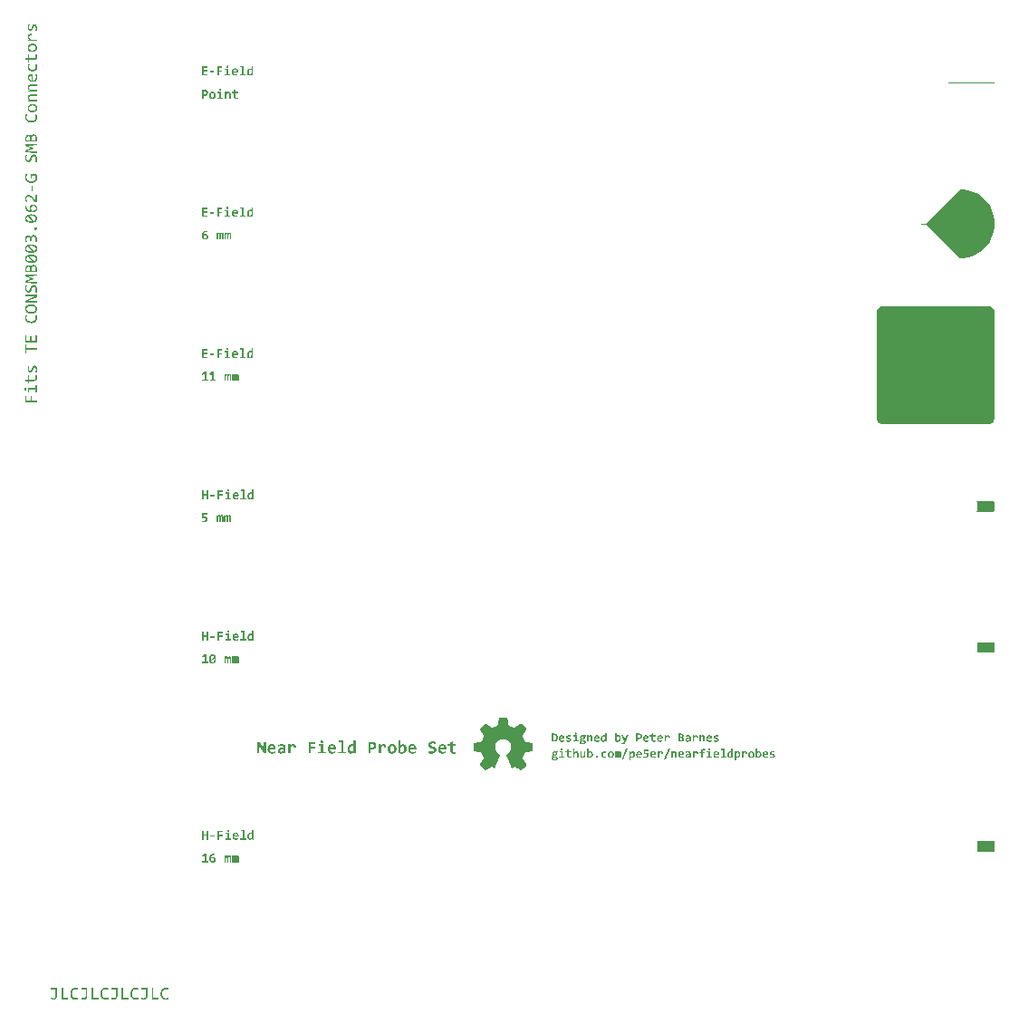
<source format=gto>
%TF.GenerationSoftware,Altium Limited,Altium Designer,24.7.2 (38)*%
G04 Layer_Color=65535*
%FSLAX45Y45*%
%MOMM*%
%TF.SameCoordinates,9240EED7-9CEB-46DE-ACC5-CDE2BC50BDCE*%
%TF.FilePolarity,Positive*%
%TF.FileFunction,Legend,Top*%
%TF.Part,Single*%
G01*
G75*
%TA.AperFunction,NonConductor*%
%ADD19C,0.12443*%
G36*
X4904475Y2627680D02*
X4908563D01*
Y2619503D01*
X4912652D01*
Y2611326D01*
X4916740D01*
Y2603149D01*
X4924917D01*
Y2599061D01*
X4945359D01*
Y2594972D01*
X4965801D01*
Y2590884D01*
X4986243D01*
Y2586796D01*
X4990331D01*
Y2513205D01*
X4986243D01*
Y2509116D01*
X4969889D01*
Y2505028D01*
X4945359D01*
Y2500939D01*
X4924917D01*
Y2496851D01*
X4916740D01*
Y2484586D01*
X4912652D01*
Y2476409D01*
X4908563D01*
Y2464144D01*
X4904475D01*
Y2455967D01*
X4900387D01*
Y2435525D01*
X4904475D01*
Y2427348D01*
X4908563D01*
Y2423260D01*
X4912652D01*
Y2415083D01*
X4916740D01*
Y2410994D01*
X4920829D01*
Y2402818D01*
X4924917D01*
Y2398729D01*
X4929006D01*
Y2394641D01*
X4933094D01*
Y2386464D01*
X4937182D01*
Y2382376D01*
X4933094D01*
Y2374199D01*
X4929006D01*
Y2370111D01*
X4924917D01*
Y2366022D01*
X4920829D01*
Y2361934D01*
X4916740D01*
Y2357845D01*
X4912652D01*
Y2353757D01*
X4908563D01*
Y2349669D01*
X4904475D01*
Y2345580D01*
X4900387D01*
Y2341492D01*
X4896298D01*
Y2337403D01*
X4892210D01*
Y2333315D01*
X4884033D01*
Y2329226D01*
X4879945D01*
Y2333315D01*
X4871768D01*
Y2337403D01*
X4867680D01*
Y2341492D01*
X4863591D01*
Y2345580D01*
X4855414D01*
Y2349669D01*
X4851326D01*
Y2353757D01*
X4843149D01*
Y2357845D01*
X4839061D01*
Y2361934D01*
X4830884D01*
Y2366022D01*
X4818619D01*
Y2361934D01*
X4810442D01*
Y2357845D01*
X4802265D01*
Y2353757D01*
X4794088D01*
Y2361934D01*
X4790000D01*
Y2374199D01*
X4785912D01*
Y2382376D01*
X4781823D01*
Y2390552D01*
X4777735D01*
Y2402818D01*
X4773647D01*
Y2410994D01*
X4769558D01*
Y2423260D01*
X4765470D01*
Y2431437D01*
X4761381D01*
Y2439613D01*
X4757293D01*
Y2451879D01*
X4753204D01*
Y2460055D01*
X4749116D01*
Y2472320D01*
X4745028D01*
Y2480497D01*
X4753204D01*
Y2484586D01*
X4757293D01*
Y2488674D01*
X4761381D01*
Y2492763D01*
X4769558D01*
Y2496851D01*
X4773647D01*
Y2505028D01*
X4777735D01*
Y2509116D01*
X4781823D01*
Y2517293D01*
X4785912D01*
Y2525470D01*
X4790000D01*
Y2574531D01*
X4785912D01*
Y2582707D01*
X4781823D01*
Y2590884D01*
X4777735D01*
Y2594972D01*
X4773647D01*
Y2599061D01*
X4769558D01*
Y2603149D01*
X4765470D01*
Y2607238D01*
X4761381D01*
Y2611326D01*
X4757293D01*
Y2615414D01*
X4749116D01*
Y2619503D01*
X4736851D01*
Y2623591D01*
X4695967D01*
Y2619503D01*
X4683702D01*
Y2615414D01*
X4675525D01*
Y2611326D01*
X4671436D01*
Y2607238D01*
X4667348D01*
Y2603149D01*
X4663260D01*
Y2599061D01*
X4659171D01*
Y2594972D01*
X4655083D01*
Y2590884D01*
X4650995D01*
Y2582707D01*
X4646906D01*
Y2570442D01*
X4642818D01*
Y2529558D01*
X4646906D01*
Y2517293D01*
X4650995D01*
Y2509116D01*
X4655083D01*
Y2505028D01*
X4659171D01*
Y2496851D01*
X4667348D01*
Y2492763D01*
X4671436D01*
Y2488674D01*
X4675525D01*
Y2484586D01*
X4679613D01*
Y2480497D01*
X4687790D01*
Y2468232D01*
X4683702D01*
Y2460055D01*
X4679613D01*
Y2447790D01*
X4675525D01*
Y2439613D01*
X4671436D01*
Y2431437D01*
X4667348D01*
Y2419171D01*
X4663260D01*
Y2410994D01*
X4659171D01*
Y2398729D01*
X4655083D01*
Y2390552D01*
X4650995D01*
Y2382376D01*
X4646906D01*
Y2370111D01*
X4642818D01*
Y2361934D01*
X4638729D01*
Y2353757D01*
X4630553D01*
Y2357845D01*
X4622376D01*
Y2361934D01*
X4618287D01*
Y2366022D01*
X4601934D01*
Y2361934D01*
X4593757D01*
Y2357845D01*
X4589668D01*
Y2353757D01*
X4585580D01*
Y2349669D01*
X4577403D01*
Y2345580D01*
X4573315D01*
Y2341492D01*
X4565138D01*
Y2337403D01*
X4561050D01*
Y2333315D01*
X4552873D01*
Y2329226D01*
X4548784D01*
Y2333315D01*
X4544696D01*
Y2337403D01*
X4540608D01*
Y2341492D01*
X4536519D01*
Y2345580D01*
X4532431D01*
Y2349669D01*
X4528342D01*
Y2353757D01*
X4524254D01*
Y2357845D01*
X4520166D01*
Y2361934D01*
X4516077D01*
Y2366022D01*
X4511989D01*
Y2370111D01*
X4507901D01*
Y2374199D01*
X4503812D01*
Y2378287D01*
X4499724D01*
Y2382376D01*
X4495635D01*
Y2386464D01*
X4499724D01*
Y2390552D01*
X4503812D01*
Y2398729D01*
X4507901D01*
Y2402818D01*
X4511989D01*
Y2410994D01*
X4516077D01*
Y2415083D01*
X4520166D01*
Y2423260D01*
X4524254D01*
Y2427348D01*
X4528342D01*
Y2431437D01*
X4532431D01*
Y2439613D01*
X4536519D01*
Y2447790D01*
X4532431D01*
Y2455967D01*
X4528342D01*
Y2468232D01*
X4524254D01*
Y2476409D01*
X4520166D01*
Y2488674D01*
X4516077D01*
Y2496851D01*
X4507901D01*
Y2500939D01*
X4487459D01*
Y2505028D01*
X4467016D01*
Y2509116D01*
X4446575D01*
Y2513205D01*
X4442486D01*
Y2586796D01*
X4446575D01*
Y2590884D01*
X4467016D01*
Y2594972D01*
X4487459D01*
Y2599061D01*
X4511989D01*
Y2603149D01*
X4516077D01*
Y2607238D01*
X4520166D01*
Y2615414D01*
X4524254D01*
Y2627680D01*
X4528342D01*
Y2635856D01*
X4532431D01*
Y2648122D01*
X4536519D01*
Y2660387D01*
X4532431D01*
Y2664475D01*
X4528342D01*
Y2672652D01*
X4524254D01*
Y2676740D01*
X4520166D01*
Y2684917D01*
X4516077D01*
Y2689006D01*
X4511989D01*
Y2697182D01*
X4507901D01*
Y2701271D01*
X4503812D01*
Y2709447D01*
X4499724D01*
Y2713536D01*
X4495635D01*
Y2717624D01*
X4499724D01*
Y2721713D01*
X4503812D01*
Y2725801D01*
X4507901D01*
Y2729890D01*
X4511989D01*
Y2733978D01*
X4516077D01*
Y2738066D01*
X4520166D01*
Y2742155D01*
X4524254D01*
Y2746243D01*
X4528342D01*
Y2750332D01*
X4532431D01*
Y2754420D01*
X4536519D01*
Y2758508D01*
X4540608D01*
Y2762597D01*
X4544696D01*
Y2766685D01*
X4548784D01*
Y2770773D01*
X4552873D01*
Y2766685D01*
X4561050D01*
Y2762597D01*
X4565138D01*
Y2758508D01*
X4573315D01*
Y2754420D01*
X4577403D01*
Y2750332D01*
X4581492D01*
Y2746243D01*
X4589668D01*
Y2742155D01*
X4593757D01*
Y2738066D01*
X4601934D01*
Y2733978D01*
X4606022D01*
Y2729890D01*
X4622376D01*
Y2733978D01*
X4630553D01*
Y2738066D01*
X4642818D01*
Y2742155D01*
X4650995D01*
Y2746243D01*
X4663260D01*
Y2754420D01*
X4667348D01*
Y2774862D01*
X4671436D01*
Y2799392D01*
X4675525D01*
Y2819834D01*
X4679613D01*
Y2823923D01*
X4757293D01*
Y2803481D01*
X4761381D01*
Y2778950D01*
X4765470D01*
Y2758508D01*
X4769558D01*
Y2746243D01*
X4781823D01*
Y2742155D01*
X4790000D01*
Y2738066D01*
X4802265D01*
Y2733978D01*
X4810442D01*
Y2729890D01*
X4826796D01*
Y2733978D01*
X4830884D01*
Y2738066D01*
X4839061D01*
Y2742155D01*
X4843149D01*
Y2746243D01*
X4851326D01*
Y2750332D01*
X4855414D01*
Y2754420D01*
X4863591D01*
Y2758508D01*
X4867680D01*
Y2762597D01*
X4875856D01*
Y2766685D01*
X4879945D01*
Y2770773D01*
X4884033D01*
Y2766685D01*
X4892210D01*
Y2762597D01*
X4896298D01*
Y2758508D01*
X4900387D01*
Y2754420D01*
X4904475D01*
Y2750332D01*
X4908563D01*
Y2746243D01*
X4912652D01*
Y2742155D01*
X4916740D01*
Y2738066D01*
X4920829D01*
Y2733978D01*
X4924917D01*
Y2729890D01*
X4929006D01*
Y2725801D01*
X4933094D01*
Y2717624D01*
X4937182D01*
Y2713536D01*
X4933094D01*
Y2705359D01*
X4929006D01*
Y2701271D01*
X4924917D01*
Y2697182D01*
X4920829D01*
Y2689006D01*
X4916740D01*
Y2684917D01*
X4912652D01*
Y2676740D01*
X4908563D01*
Y2672652D01*
X4904475D01*
Y2664475D01*
X4900387D01*
Y2660387D01*
X4896298D01*
Y2648122D01*
X4900387D01*
Y2639945D01*
X4904475D01*
Y2631768D01*
Y2627680D01*
D02*
G37*
G36*
X9149193Y1669998D02*
X9307579Y1670000D01*
X9308589Y1657525D01*
X9309600Y1632515D01*
X9309600Y1607484D01*
X9308589Y1582474D01*
X9307579Y1569999D01*
X9307580Y1570000D01*
X9149195Y1570000D01*
X9150005Y1582485D01*
X9150931Y1607488D01*
X9150930Y1632510D01*
X9150004Y1657513D01*
X9149193Y1669998D01*
X9149193Y1669998D01*
D02*
G37*
G36*
X9147681Y3529998D02*
X9306508Y3530000D01*
X9307496Y3517524D01*
X9308484Y3492514D01*
X9308484Y3467485D01*
X9307495Y3442475D01*
X9306507Y3429999D01*
X9306507D01*
X9147683Y3429999D01*
X9148696Y3442476D01*
X9149855Y3467482D01*
X9149854Y3492515D01*
X9148694Y3517521D01*
X9147680Y3529998D01*
X9147681D01*
D02*
G37*
G36*
X9143459Y4849997D02*
X9304430Y4849999D01*
X9306334Y4837590D01*
X9308245Y4812554D01*
X9308245Y4787445D01*
X9306334Y4762408D01*
X9304429Y4749999D01*
X9304429Y4749999D01*
X9143463Y4750000D01*
X9146430Y4762298D01*
X9149839Y4787355D01*
X9149838Y4812642D01*
X9146427Y4837699D01*
X9143459Y4849997D01*
X9143459D01*
D02*
G37*
G36*
X9309997Y5625001D02*
X9309998Y6615002D01*
X9310000Y6625943D01*
X9301628Y6646160D01*
X9286154Y6661632D01*
X9265936Y6670002D01*
X9254995Y6669998D01*
X9254996Y6670000D01*
X8264999Y6670000D01*
X8254059Y6670001D01*
X8233843Y6661629D01*
X8218370Y6646156D01*
X8209998Y6625940D01*
X8210000Y6614999D01*
X8210000Y6614999D01*
Y5625001D01*
X8209999Y5614060D01*
X8218372Y5593845D01*
X8233843Y5578372D01*
X8254059Y5569999D01*
X8264999Y5570000D01*
X8264999D01*
X9255000D01*
X9265940D01*
X9286154Y5578373D01*
X9301626Y5593845D01*
X9309998Y5614060D01*
X9309997Y5625001D01*
D01*
D02*
G37*
G36*
X8989999Y7119999D02*
X9015184Y7119999D01*
X9064933Y7127878D01*
X9112836Y7143443D01*
X9157715Y7166310D01*
X9198465Y7195917D01*
X9234081Y7231533D01*
X9263687Y7272282D01*
X9286554Y7317161D01*
X9302119Y7365065D01*
X9309999Y7414814D01*
X9309999Y7465183D01*
X9302119Y7514932D01*
X9286554Y7562836D01*
X9263687Y7607715D01*
X9234081Y7648465D01*
X9198464Y7684081D01*
X9157715Y7713687D01*
X9112836Y7736554D01*
X9064932Y7752119D01*
X9015183Y7759998D01*
X8989999Y7759998D01*
X8989999Y7759998D01*
X8669999Y7439999D01*
X8989999Y7119999D01*
D02*
G37*
G36*
X337328Y9302401D02*
X338391D01*
X339719Y9302136D01*
X341048Y9301870D01*
X342376Y9301471D01*
X343704Y9300940D01*
X343837D01*
X344236Y9300674D01*
X344900Y9300276D01*
X345830Y9299877D01*
X347823Y9298549D01*
X349948Y9296822D01*
X350081Y9296689D01*
X350347Y9296423D01*
X350878Y9295892D01*
X351542Y9295095D01*
X352206Y9294298D01*
X353003Y9293235D01*
X354597Y9290844D01*
X354730Y9290711D01*
X354863Y9290313D01*
X355262Y9289648D01*
X355660Y9288719D01*
X356192Y9287656D01*
X356723Y9286327D01*
X357653Y9283538D01*
Y9283405D01*
X357786Y9282873D01*
X358051Y9282076D01*
X358317Y9281147D01*
X358583Y9279951D01*
X358848Y9278490D01*
X359380Y9275567D01*
Y9275434D01*
X359513Y9274903D01*
X359645Y9274106D01*
Y9273043D01*
X359778Y9271848D01*
X359911Y9270519D01*
X360044Y9267597D01*
Y9264541D01*
X359911Y9262416D01*
Y9260025D01*
X359645Y9257368D01*
X359247Y9251921D01*
Y9251656D01*
X359114Y9251257D01*
Y9250726D01*
X358981Y9249397D01*
X358716Y9247538D01*
X358317Y9245412D01*
X357919Y9243154D01*
X357387Y9240630D01*
X356856Y9238106D01*
X343572D01*
Y9238239D01*
X343704Y9238504D01*
Y9238770D01*
X343970Y9239301D01*
X344236Y9240763D01*
X344767Y9242622D01*
X345299Y9244881D01*
X345830Y9247272D01*
X346361Y9249929D01*
X346760Y9252586D01*
Y9252984D01*
X346893Y9253250D01*
Y9253781D01*
X347025Y9255242D01*
X347291Y9257102D01*
X347424Y9259360D01*
X347690Y9261752D01*
X347823Y9264408D01*
Y9268792D01*
X347690Y9269589D01*
Y9270652D01*
X347424Y9272910D01*
X347158Y9275434D01*
X346627Y9277958D01*
X345963Y9280349D01*
X345033Y9282475D01*
X344900Y9282741D01*
X344501Y9283272D01*
X343837Y9284069D01*
X342907Y9284999D01*
X341845Y9285929D01*
X340383Y9286726D01*
X338789Y9287257D01*
X336929Y9287523D01*
X336797D01*
X336531D01*
X336132D01*
X335601Y9287390D01*
X334273Y9287257D01*
X332944Y9286726D01*
X332811D01*
X332679Y9286593D01*
X331749Y9286062D01*
X330686Y9285132D01*
X329490Y9283803D01*
X329357Y9283671D01*
X329225Y9283405D01*
X328826Y9282873D01*
X328428Y9282209D01*
X328029Y9281279D01*
X327365Y9280217D01*
X326833Y9278888D01*
X326169Y9277294D01*
X326036Y9277161D01*
X325904Y9276497D01*
X325505Y9275567D01*
X324974Y9274106D01*
X324442Y9272512D01*
X323778Y9270386D01*
X322981Y9267995D01*
X322184Y9265338D01*
X322051Y9265073D01*
X321918Y9264408D01*
X321520Y9263346D01*
X320988Y9261884D01*
X320457Y9260290D01*
X319793Y9258563D01*
X318332Y9254844D01*
X318199Y9254578D01*
X317933Y9254047D01*
X317535Y9253117D01*
X316870Y9252054D01*
X316206Y9250726D01*
X315276Y9249397D01*
X313284Y9246608D01*
X313151Y9246475D01*
X312752Y9246076D01*
X312088Y9245412D01*
X311291Y9244615D01*
X310361Y9243818D01*
X309165Y9242888D01*
X307837Y9241958D01*
X306509Y9241161D01*
X306376Y9241028D01*
X305844Y9240895D01*
X304915Y9240497D01*
X303852Y9240231D01*
X302523Y9239833D01*
X300929Y9239434D01*
X299070Y9239301D01*
X297210Y9239168D01*
X297077D01*
X296546D01*
X295881Y9239301D01*
X294951Y9239434D01*
X293889Y9239567D01*
X292560Y9239833D01*
X291099Y9240231D01*
X289638Y9240763D01*
X289505Y9240895D01*
X288974Y9241028D01*
X288044Y9241427D01*
X287114Y9242091D01*
X285918Y9242755D01*
X284590Y9243685D01*
X283128Y9244881D01*
X281800Y9246209D01*
X281667Y9246342D01*
X281136Y9247006D01*
X280472Y9247803D01*
X279675Y9248999D01*
X278745Y9250593D01*
X277815Y9252320D01*
X276752Y9254445D01*
X275822Y9256836D01*
Y9256969D01*
X275689Y9257102D01*
X275556Y9257501D01*
X275424Y9258032D01*
X275291Y9258696D01*
X275025Y9259493D01*
X274627Y9261486D01*
X274228Y9263877D01*
X273830Y9266800D01*
X273564Y9269988D01*
X273431Y9273575D01*
Y9275434D01*
X273564Y9276763D01*
Y9278357D01*
X273697Y9280217D01*
X273830Y9282342D01*
X274095Y9284468D01*
Y9284733D01*
X274228Y9285530D01*
X274361Y9286726D01*
X274494Y9288320D01*
X274759Y9290180D01*
X275025Y9292438D01*
X275424Y9294696D01*
X275822Y9297088D01*
X288708D01*
Y9296955D01*
X288575Y9296822D01*
Y9296423D01*
X288442Y9295892D01*
X288176Y9294564D01*
X287778Y9292837D01*
X287379Y9290844D01*
X286981Y9288719D01*
X286317Y9284069D01*
Y9283803D01*
X286184Y9283006D01*
X286051Y9281944D01*
X285918Y9280482D01*
X285785Y9278755D01*
X285652Y9277028D01*
X285520Y9275169D01*
Y9271582D01*
X285652Y9270253D01*
X285785Y9268792D01*
X285918Y9267331D01*
X286184Y9265737D01*
X286450Y9264276D01*
Y9264143D01*
X286582Y9263611D01*
X286715Y9262947D01*
X286981Y9262150D01*
X287778Y9260158D01*
X288176Y9259228D01*
X288708Y9258298D01*
Y9258165D01*
X288974Y9257899D01*
X289638Y9257102D01*
X290833Y9255907D01*
X292162Y9254977D01*
X292295D01*
X292427Y9254844D01*
X292826Y9254711D01*
X293357Y9254578D01*
X294686Y9254180D01*
X296280Y9254047D01*
X296413D01*
X296678D01*
X297077D01*
X297608Y9254180D01*
X298937Y9254445D01*
X300398Y9254844D01*
X300531D01*
X300664Y9254977D01*
X301594Y9255641D01*
X302656Y9256571D01*
X303985Y9258032D01*
X304118Y9258165D01*
X304250Y9258431D01*
X304516Y9258962D01*
X305047Y9259759D01*
X305446Y9260689D01*
X306110Y9261884D01*
X306641Y9263213D01*
X307306Y9264674D01*
X307439Y9264940D01*
X307571Y9265471D01*
X307970Y9266401D01*
X308368Y9267729D01*
X309033Y9269324D01*
X309564Y9271183D01*
X310228Y9273309D01*
X311025Y9275833D01*
Y9275966D01*
X311158Y9276231D01*
X311291Y9276497D01*
X311424Y9277028D01*
X311822Y9278490D01*
X312487Y9280217D01*
X313151Y9282209D01*
X313948Y9284202D01*
X314745Y9286327D01*
X315675Y9288320D01*
X315808Y9288586D01*
X316073Y9289117D01*
X316605Y9290047D01*
X317136Y9291243D01*
X317933Y9292571D01*
X318863Y9293899D01*
X319793Y9295228D01*
X320856Y9296556D01*
X320988Y9296689D01*
X321387Y9297088D01*
X321918Y9297619D01*
X322715Y9298283D01*
X323778Y9299080D01*
X324841Y9299877D01*
X326169Y9300541D01*
X327498Y9301073D01*
X327631Y9301206D01*
X328162Y9301339D01*
X328826Y9301604D01*
X329889Y9301870D01*
X331084Y9302136D01*
X332546Y9302268D01*
X334007Y9302534D01*
X335734D01*
X335867D01*
X336531D01*
X337328Y9302401D01*
D02*
G37*
G36*
X306907Y9199980D02*
X306774D01*
X306376D01*
X305844D01*
X305047D01*
X304250Y9199847D01*
X303188D01*
X300796Y9199582D01*
X298140Y9199183D01*
X295483Y9198652D01*
X293092Y9197855D01*
X291896Y9197323D01*
X290966Y9196659D01*
X290700Y9196526D01*
X290169Y9195995D01*
X289372Y9195198D01*
X288442Y9194135D01*
X287512Y9192674D01*
X286715Y9190947D01*
X286184Y9188954D01*
X285918Y9186563D01*
Y9185500D01*
X286051Y9184703D01*
X286184Y9183773D01*
X286317Y9182843D01*
X286981Y9180585D01*
Y9180452D01*
X287114Y9180054D01*
X287379Y9179522D01*
X287778Y9178725D01*
X288309Y9177795D01*
X288841Y9176733D01*
X290435Y9174474D01*
X290568Y9174342D01*
X290833Y9173943D01*
X291365Y9173279D01*
X292029Y9172482D01*
X292826Y9171552D01*
X293889Y9170489D01*
X294951Y9169294D01*
X296280Y9167965D01*
X296413Y9167832D01*
X296944Y9167434D01*
X297741Y9166637D01*
X298671Y9165707D01*
X299999Y9164644D01*
X301461Y9163316D01*
X303055Y9161987D01*
X304915Y9160526D01*
X358583D01*
Y9145913D01*
X275025D01*
Y9159065D01*
X290435Y9159463D01*
X290302Y9159596D01*
X290036Y9159862D01*
X289638Y9160260D01*
X288974Y9160792D01*
X287379Y9162253D01*
X285520Y9164113D01*
X283394Y9166238D01*
X281269Y9168762D01*
X279276Y9171419D01*
X277549Y9174076D01*
Y9174209D01*
X277416Y9174342D01*
X277151Y9174740D01*
X276885Y9175271D01*
X276221Y9176733D01*
X275424Y9178593D01*
X274759Y9180718D01*
X274095Y9183242D01*
X273564Y9185899D01*
X273431Y9188556D01*
Y9189751D01*
X273564Y9190681D01*
X273697Y9191744D01*
X273830Y9193072D01*
X274095Y9194401D01*
X274494Y9195862D01*
X275556Y9199050D01*
X276221Y9200777D01*
X277018Y9202371D01*
X277948Y9203965D01*
X279143Y9205427D01*
X280472Y9206888D01*
X281933Y9208216D01*
X282066Y9208349D01*
X282331Y9208482D01*
X282863Y9208880D01*
X283527Y9209279D01*
X284324Y9209810D01*
X285387Y9210342D01*
X286715Y9211006D01*
X288176Y9211537D01*
X289903Y9212202D01*
X291763Y9212733D01*
X293756Y9213264D01*
X296014Y9213796D01*
X298405Y9214194D01*
X301062Y9214460D01*
X303852Y9214593D01*
X306907D01*
Y9199980D01*
D02*
G37*
G36*
X318597Y9121470D02*
X319660D01*
X322051Y9121205D01*
X324708Y9120939D01*
X327763Y9120408D01*
X330952Y9119744D01*
X334007Y9118814D01*
X334140D01*
X334405Y9118681D01*
X334804Y9118548D01*
X335335Y9118282D01*
X336929Y9117618D01*
X338789Y9116821D01*
X340915Y9115625D01*
X343306Y9114297D01*
X345697Y9112703D01*
X347955Y9110843D01*
X348221Y9110577D01*
X348885Y9109913D01*
X349948Y9108850D01*
X351144Y9107389D01*
X352605Y9105529D01*
X354066Y9103404D01*
X355527Y9100880D01*
X356856Y9098223D01*
Y9098090D01*
X356989Y9097957D01*
X357121Y9097426D01*
X357387Y9096895D01*
X357653Y9096230D01*
X357919Y9095433D01*
X358450Y9093441D01*
X358981Y9090917D01*
X359513Y9088127D01*
X359911Y9084939D01*
X360044Y9081485D01*
Y9080024D01*
X359911Y9079227D01*
Y9078297D01*
X359645Y9076038D01*
X359380Y9073514D01*
X358848Y9070858D01*
X358184Y9068068D01*
X357254Y9065278D01*
Y9065145D01*
X357121Y9065013D01*
X356989Y9064614D01*
X356723Y9064083D01*
X356059Y9062754D01*
X355129Y9061160D01*
X354066Y9059300D01*
X352605Y9057175D01*
X351011Y9055182D01*
X349151Y9053190D01*
X348885Y9052924D01*
X348221Y9052393D01*
X347025Y9051463D01*
X345431Y9050400D01*
X343439Y9049204D01*
X341180Y9047876D01*
X338656Y9046680D01*
X335734Y9045618D01*
X335601D01*
X335335Y9045485D01*
X334937Y9045352D01*
X334273Y9045219D01*
X333608Y9045086D01*
X332679Y9044821D01*
X331616Y9044555D01*
X330420Y9044422D01*
X327763Y9043891D01*
X324575Y9043492D01*
X321121Y9043227D01*
X317269Y9043094D01*
X317136D01*
X316870D01*
X316339D01*
X315675D01*
X314745Y9043227D01*
X313815D01*
X311424Y9043492D01*
X308634Y9043758D01*
X305712Y9044156D01*
X302656Y9044821D01*
X299601Y9045751D01*
X299468D01*
X299202Y9045883D01*
X298804Y9046016D01*
X298272Y9046282D01*
X296678Y9046946D01*
X294819Y9047743D01*
X292693Y9048939D01*
X290302Y9050267D01*
X288044Y9051861D01*
X285785Y9053721D01*
X285652D01*
X285520Y9053987D01*
X284855Y9054651D01*
X283793Y9055714D01*
X282464Y9057175D01*
X281003Y9059035D01*
X279542Y9061160D01*
X278080Y9063551D01*
X276752Y9066208D01*
Y9066341D01*
X276619Y9066607D01*
X276486Y9067005D01*
X276221Y9067537D01*
X275955Y9068201D01*
X275689Y9068998D01*
X275025Y9071123D01*
X274494Y9073647D01*
X273962Y9076437D01*
X273564Y9079625D01*
X273431Y9083079D01*
Y9084540D01*
X273564Y9085337D01*
Y9086267D01*
X273830Y9088526D01*
X274095Y9090917D01*
X274627Y9093706D01*
X275291Y9096496D01*
X276221Y9099153D01*
Y9099286D01*
X276354Y9099419D01*
X276486Y9099817D01*
X276752Y9100349D01*
X277416Y9101677D01*
X278346Y9103404D01*
X279409Y9105264D01*
X280870Y9107256D01*
X282597Y9109249D01*
X284457Y9111242D01*
X284723Y9111507D01*
X285387Y9112039D01*
X286582Y9112969D01*
X288176Y9114164D01*
X290036Y9115360D01*
X292295Y9116688D01*
X294951Y9117884D01*
X297874Y9118946D01*
X298007D01*
X298272Y9119079D01*
X298671Y9119212D01*
X299335Y9119345D01*
X299999Y9119611D01*
X300929Y9119744D01*
X301992Y9120009D01*
X303188Y9120275D01*
X305844Y9120806D01*
X308900Y9121205D01*
X312354Y9121470D01*
X316073Y9121603D01*
X316206D01*
X316472D01*
X317003D01*
X317667D01*
X318597Y9121470D01*
D02*
G37*
G36*
X357520Y9022105D02*
X357653Y9021573D01*
X357919Y9020511D01*
X358184Y9019315D01*
X358450Y9017721D01*
X358716Y9015994D01*
X358981Y9014134D01*
X359247Y9012141D01*
Y9011876D01*
X359380Y9011212D01*
Y9010282D01*
X359513Y9008820D01*
X359645Y9007226D01*
Y9005499D01*
X359778Y9003507D01*
Y9000053D01*
X359645Y8998990D01*
X359513Y8997662D01*
X359380Y8996068D01*
X359247Y8994474D01*
X358848Y8992614D01*
X358051Y8988894D01*
X356856Y8984909D01*
X356059Y8983049D01*
X354996Y8981189D01*
X353933Y8979595D01*
X352738Y8978001D01*
X352605Y8977868D01*
X352339Y8977735D01*
X351941Y8977337D01*
X351409Y8976806D01*
X350612Y8976274D01*
X349682Y8975610D01*
X348620Y8974813D01*
X347291Y8974149D01*
X345830Y8973484D01*
X344236Y8972687D01*
X342509Y8972023D01*
X340516Y8971492D01*
X338391Y8970960D01*
X336132Y8970695D01*
X333608Y8970429D01*
X330952Y8970296D01*
X287247D01*
Y8946916D01*
X275025D01*
Y8970296D01*
X252176D01*
X248324Y8984776D01*
X275025D01*
Y9022370D01*
X287247D01*
Y8984776D01*
X329756D01*
X329889D01*
X330155D01*
X330553D01*
X331217Y8984909D01*
X332811Y8985042D01*
X334804Y8985440D01*
X336929Y8985972D01*
X339188Y8986769D01*
X341313Y8987964D01*
X343173Y8989558D01*
X343306Y8989824D01*
X343837Y8990488D01*
X344501Y8991551D01*
X345299Y8993145D01*
X346228Y8995138D01*
X346893Y8997529D01*
X347424Y9000319D01*
X347557Y9003640D01*
Y9005101D01*
X347424Y9006296D01*
Y9007492D01*
X347291Y9009086D01*
X347158Y9010680D01*
X347025Y9012407D01*
Y9012673D01*
X346893Y9013204D01*
X346760Y9014134D01*
X346494Y9015463D01*
X346228Y9016924D01*
X345963Y9018651D01*
X345431Y9020511D01*
X345033Y9022370D01*
X357520D01*
Y9022105D01*
D02*
G37*
G36*
X355793Y8925794D02*
X356059Y8925130D01*
X356324Y8923934D01*
X356856Y8922473D01*
X357387Y8920746D01*
X357786Y8918754D01*
X358317Y8916628D01*
X358716Y8914370D01*
Y8914104D01*
X358848Y8913307D01*
X358981Y8912111D01*
X359247Y8910650D01*
X359380Y8908790D01*
X359645Y8906665D01*
X359778Y8904407D01*
Y8901218D01*
X359645Y8900289D01*
Y8898827D01*
X359513Y8897233D01*
X359247Y8895373D01*
X358848Y8893248D01*
X358450Y8890857D01*
X357919Y8888466D01*
X357121Y8885942D01*
X356324Y8883418D01*
X355262Y8880894D01*
X354066Y8878370D01*
X352605Y8875978D01*
X351011Y8873720D01*
X349151Y8871595D01*
X349018Y8871462D01*
X348620Y8871196D01*
X347955Y8870665D01*
X347158Y8870001D01*
X345963Y8869071D01*
X344634Y8868274D01*
X343040Y8867211D01*
X341180Y8866281D01*
X339055Y8865351D01*
X336797Y8864288D01*
X334140Y8863491D01*
X331350Y8862694D01*
X328295Y8861897D01*
X324974Y8861366D01*
X321387Y8861100D01*
X317667Y8860967D01*
X317535D01*
X317269D01*
X316737D01*
X315940D01*
X315143Y8861100D01*
X314081D01*
X311689Y8861366D01*
X308900Y8861764D01*
X305977Y8862296D01*
X302789Y8862960D01*
X299734Y8864023D01*
X299601D01*
X299335Y8864155D01*
X298937Y8864288D01*
X298405Y8864554D01*
X296811Y8865351D01*
X294951Y8866281D01*
X292826Y8867477D01*
X290435Y8868938D01*
X288176Y8870665D01*
X285918Y8872657D01*
X285785Y8872790D01*
X285652Y8872923D01*
X284988Y8873720D01*
X283926Y8874783D01*
X282597Y8876377D01*
X281269Y8878370D01*
X279807Y8880628D01*
X278346Y8883152D01*
X277018Y8885942D01*
Y8886074D01*
X276885Y8886340D01*
X276752Y8886739D01*
X276486Y8887270D01*
X276221Y8888067D01*
X275955Y8888864D01*
X275424Y8890990D01*
X274892Y8893514D01*
X274361Y8896436D01*
X273962Y8899624D01*
X273830Y8903078D01*
Y8905337D01*
X273962Y8906931D01*
X274095Y8908790D01*
X274228Y8910916D01*
X274892Y8915167D01*
Y8915433D01*
X275025Y8916097D01*
X275291Y8917292D01*
X275556Y8918621D01*
X275955Y8920348D01*
X276486Y8922207D01*
X277815Y8926060D01*
X291630D01*
X291498Y8925794D01*
X291232Y8925130D01*
X290700Y8924067D01*
X290036Y8922606D01*
X289372Y8921012D01*
X288708Y8919019D01*
X288044Y8917027D01*
X287512Y8914901D01*
Y8914635D01*
X287247Y8913971D01*
X287114Y8912776D01*
X286848Y8911314D01*
X286582Y8909587D01*
X286450Y8907728D01*
X286184Y8905602D01*
Y8902414D01*
X286317Y8901351D01*
X286450Y8899890D01*
X286715Y8898296D01*
X287114Y8896569D01*
X287645Y8894576D01*
X288309Y8892717D01*
X288442Y8892451D01*
X288708Y8891919D01*
X289239Y8890990D01*
X289903Y8889794D01*
X290700Y8888466D01*
X291896Y8887004D01*
X293092Y8885543D01*
X294553Y8884082D01*
X294686Y8883949D01*
X295217Y8883418D01*
X296147Y8882753D01*
X297210Y8881956D01*
X298671Y8881026D01*
X300265Y8880097D01*
X302125Y8879167D01*
X304250Y8878237D01*
X304516Y8878104D01*
X305313Y8877971D01*
X306376Y8877573D01*
X307970Y8877174D01*
X309963Y8876775D01*
X312088Y8876510D01*
X314612Y8876244D01*
X317269Y8876111D01*
X317402D01*
X317933D01*
X318730D01*
X319793Y8876244D01*
X320988Y8876377D01*
X322450Y8876510D01*
X324044Y8876775D01*
X325771Y8877041D01*
X329490Y8877838D01*
X333210Y8879167D01*
X335070Y8880097D01*
X336797Y8881026D01*
X338524Y8882089D01*
X339985Y8883418D01*
X340118Y8883550D01*
X340251Y8883816D01*
X340649Y8884215D01*
X341180Y8884746D01*
X341712Y8885543D01*
X342376Y8886473D01*
X343040Y8887536D01*
X343704Y8888731D01*
X344369Y8890060D01*
X345033Y8891654D01*
X345697Y8893248D01*
X346228Y8895108D01*
X346760Y8897100D01*
X347158Y8899226D01*
X347291Y8901484D01*
X347424Y8903875D01*
Y8904938D01*
X347291Y8906001D01*
Y8907462D01*
X347158Y8909189D01*
X346893Y8911182D01*
X346096Y8915300D01*
X345963Y8915565D01*
X345830Y8916230D01*
X345564Y8917292D01*
X345033Y8918754D01*
X344501Y8920348D01*
X343837Y8922207D01*
X342110Y8926060D01*
X355660D01*
X355793Y8925794D01*
D02*
G37*
G36*
X317535Y8837720D02*
X317667D01*
X317933D01*
X318332D01*
X318863Y8837587D01*
X320059D01*
X321387Y8837454D01*
Y8778871D01*
X321520D01*
X321918D01*
X322583D01*
X323512Y8779004D01*
X324575Y8779137D01*
X325771Y8779269D01*
X327232Y8779402D01*
X328693Y8779801D01*
X331881Y8780598D01*
X335203Y8781793D01*
X336797Y8782591D01*
X338391Y8783653D01*
X339852Y8784716D01*
X341180Y8785912D01*
X341313Y8786044D01*
X341446Y8786310D01*
X341845Y8786709D01*
X342243Y8787240D01*
X342775Y8788037D01*
X343306Y8788834D01*
X343970Y8790030D01*
X344501Y8791225D01*
X345166Y8792554D01*
X345830Y8794148D01*
X346361Y8795875D01*
X346893Y8797734D01*
X347291Y8799727D01*
X347690Y8801853D01*
X347823Y8804111D01*
X347955Y8806635D01*
Y8808893D01*
X347823Y8809956D01*
Y8811152D01*
X347690Y8813808D01*
Y8814473D01*
X347557Y8815137D01*
Y8816067D01*
X347424Y8817262D01*
X347291Y8818458D01*
X347025Y8820982D01*
Y8821115D01*
X346893Y8821513D01*
X346760Y8822177D01*
X346627Y8823107D01*
X346494Y8824037D01*
X346228Y8825233D01*
X345830Y8827491D01*
Y8827624D01*
X345697Y8828022D01*
X345564Y8828554D01*
X345431Y8829351D01*
X344900Y8831211D01*
X344369Y8833336D01*
X356324D01*
X356457Y8833070D01*
X356590Y8832273D01*
X356856Y8831078D01*
X357254Y8829484D01*
X357786Y8827491D01*
X358184Y8825100D01*
X358583Y8822576D01*
X358981Y8819919D01*
Y8819653D01*
X359114Y8819122D01*
Y8818591D01*
X359247Y8817926D01*
Y8817129D01*
X359513Y8815270D01*
X359645Y8812878D01*
X359911Y8810222D01*
X360044Y8807432D01*
Y8802650D01*
X359911Y8801720D01*
Y8800657D01*
X359645Y8798133D01*
X359380Y8795343D01*
X358848Y8792155D01*
X358184Y8789100D01*
X357254Y8786044D01*
Y8785912D01*
X357121Y8785646D01*
X356989Y8785247D01*
X356723Y8784716D01*
X356059Y8783388D01*
X355129Y8781528D01*
X353933Y8779535D01*
X352472Y8777410D01*
X350745Y8775284D01*
X348752Y8773292D01*
X348487Y8773026D01*
X347690Y8772495D01*
X346627Y8771565D01*
X344900Y8770502D01*
X343040Y8769306D01*
X340649Y8768111D01*
X338125Y8767048D01*
X335203Y8765985D01*
X335070D01*
X334804Y8765852D01*
X334405Y8765720D01*
X333741Y8765587D01*
X333077Y8765454D01*
X332147Y8765321D01*
X331084Y8765055D01*
X329889Y8764923D01*
X327232Y8764391D01*
X324044Y8764125D01*
X320723Y8763860D01*
X317003Y8763727D01*
X316870D01*
X316605D01*
X316073D01*
X315542D01*
X314745Y8763860D01*
X313815D01*
X311557Y8763993D01*
X309033Y8764391D01*
X306243Y8764790D01*
X303188Y8765454D01*
X300265Y8766251D01*
X300132D01*
X299867Y8766384D01*
X299468Y8766517D01*
X298937Y8766782D01*
X297475Y8767314D01*
X295616Y8768111D01*
X293490Y8769173D01*
X291099Y8770369D01*
X288708Y8771830D01*
X286450Y8773557D01*
X286317D01*
X286184Y8773823D01*
X285520Y8774487D01*
X284324Y8775550D01*
X282996Y8776878D01*
X281534Y8778605D01*
X279940Y8780731D01*
X278346Y8782989D01*
X277018Y8785513D01*
Y8785646D01*
X276885Y8785779D01*
X276619Y8786177D01*
X276486Y8786709D01*
X276221Y8787373D01*
X275822Y8788170D01*
X275158Y8790163D01*
X274627Y8792554D01*
X273962Y8795211D01*
X273564Y8798266D01*
X273431Y8801587D01*
Y8803048D01*
X273564Y8803845D01*
Y8804775D01*
X273830Y8806768D01*
X274095Y8809159D01*
X274627Y8811816D01*
X275291Y8814473D01*
X276221Y8816997D01*
Y8817129D01*
X276354Y8817262D01*
X276752Y8818192D01*
X277416Y8819388D01*
X278213Y8820982D01*
X279409Y8822709D01*
X280737Y8824701D01*
X282331Y8826561D01*
X284058Y8828421D01*
X284324Y8828687D01*
X284988Y8829218D01*
X286051Y8830015D01*
X287512Y8831078D01*
X289239Y8832141D01*
X291365Y8833336D01*
X293756Y8834532D01*
X296280Y8835462D01*
X296413D01*
X296546Y8835594D01*
X296944Y8835727D01*
X297475Y8835860D01*
X298272Y8835993D01*
X299070Y8836259D01*
X300929Y8836657D01*
X303320Y8837056D01*
X306110Y8837454D01*
X309165Y8837720D01*
X312354Y8837853D01*
X312487D01*
X312885D01*
X313416D01*
X314081D01*
X315808D01*
X317535Y8837720D01*
D02*
G37*
G36*
X358583Y8726266D02*
X305180D01*
X305047D01*
X304782D01*
X304250D01*
X303586D01*
X302789Y8726133D01*
X301859D01*
X299734Y8725867D01*
X297343Y8725336D01*
X294951Y8724671D01*
X292693Y8723742D01*
X290700Y8722546D01*
X290435Y8722413D01*
X289903Y8721882D01*
X289239Y8720952D01*
X288309Y8719756D01*
X287379Y8718295D01*
X286715Y8716435D01*
X286184Y8714177D01*
X285918Y8711653D01*
Y8710723D01*
X286051Y8710059D01*
X286184Y8708332D01*
X286715Y8706339D01*
Y8706206D01*
X286848Y8705941D01*
X287114Y8705409D01*
X287379Y8704745D01*
X288176Y8703018D01*
X289505Y8701026D01*
X289638Y8700893D01*
X289903Y8700627D01*
X290302Y8699963D01*
X290966Y8699299D01*
X291630Y8698502D01*
X292560Y8697439D01*
X293623Y8696376D01*
X294819Y8695180D01*
X294951Y8695048D01*
X295350Y8694649D01*
X296147Y8693985D01*
X297077Y8693055D01*
X298272Y8691992D01*
X299734Y8690797D01*
X301328Y8689468D01*
X303188Y8688007D01*
X358583D01*
X358583Y8673527D01*
X275025D01*
X275025Y8686413D01*
X288575Y8686944D01*
X288442Y8687077D01*
X287778Y8687608D01*
X286981Y8688273D01*
X286051Y8689203D01*
X284855Y8690265D01*
X283660Y8691461D01*
X282464Y8692789D01*
X281402Y8693985D01*
X281269Y8694118D01*
X280870Y8694516D01*
X280339Y8695313D01*
X279675Y8696110D01*
X279010Y8697173D01*
X278213Y8698369D01*
X276752Y8700760D01*
X276619Y8700893D01*
X276486Y8701291D01*
X276088Y8701955D01*
X275689Y8702885D01*
X275291Y8703815D01*
X274892Y8705011D01*
X274228Y8707402D01*
Y8707535D01*
X274095Y8708066D01*
X273962Y8708730D01*
X273830Y8709660D01*
X273697Y8710723D01*
X273564Y8711919D01*
X273431Y8714575D01*
Y8715771D01*
X273564Y8716701D01*
X273697Y8717764D01*
X273830Y8718959D01*
X274095Y8720420D01*
X274361Y8721882D01*
X275291Y8725070D01*
X275955Y8726664D01*
X276619Y8728258D01*
X277549Y8729852D01*
X278612Y8731314D01*
X279807Y8732775D01*
X281136Y8734103D01*
X281269Y8734236D01*
X281534Y8734369D01*
X281933Y8734767D01*
X282597Y8735166D01*
X283394Y8735697D01*
X284324Y8736229D01*
X285520Y8736760D01*
X286848Y8737424D01*
X288309Y8738088D01*
X290036Y8738620D01*
X291896Y8739151D01*
X294022Y8739683D01*
X296280Y8740081D01*
X298671Y8740480D01*
X301328Y8740612D01*
X304118Y8740745D01*
X358583D01*
Y8726266D01*
D02*
G37*
G36*
X358583Y8632479D02*
X305180D01*
X305048D01*
X304782D01*
X304251D01*
X303586D01*
X302789Y8632346D01*
X301859D01*
X299734Y8632081D01*
X297343Y8631549D01*
X294952Y8630885D01*
X292693Y8629955D01*
X290701Y8628759D01*
X290435Y8628627D01*
X289904Y8628095D01*
X289239Y8627165D01*
X288310Y8625970D01*
X287380Y8624509D01*
X286715Y8622649D01*
X286184Y8620390D01*
X285918Y8617866D01*
Y8616937D01*
X286051Y8616272D01*
X286184Y8614545D01*
X286715Y8612553D01*
Y8612420D01*
X286848Y8612154D01*
X287114Y8611623D01*
X287380Y8610959D01*
X288177Y8609232D01*
X289505Y8607239D01*
X289638Y8607106D01*
X289904Y8606841D01*
X290302Y8606176D01*
X290966Y8605512D01*
X291631Y8604715D01*
X292561Y8603652D01*
X293623Y8602590D01*
X294819Y8601394D01*
X294952Y8601261D01*
X295350Y8600863D01*
X296147Y8600198D01*
X297077Y8599269D01*
X298273Y8598206D01*
X299734Y8597010D01*
X301328Y8595682D01*
X303188Y8594221D01*
X358583D01*
Y8579741D01*
X275025D01*
Y8592626D01*
X288575Y8593158D01*
X288442Y8593291D01*
X287778Y8593822D01*
X286981Y8594486D01*
X286051Y8595416D01*
X284856Y8596479D01*
X283660Y8597674D01*
X282465Y8599003D01*
X281402Y8600198D01*
X281269Y8600331D01*
X280870Y8600730D01*
X280339Y8601527D01*
X279675Y8602324D01*
X279011Y8603387D01*
X278214Y8604582D01*
X276752Y8606973D01*
X276619Y8607106D01*
X276487Y8607505D01*
X276088Y8608169D01*
X275690Y8609099D01*
X275291Y8610029D01*
X274893Y8611224D01*
X274228Y8613615D01*
Y8613748D01*
X274095Y8614280D01*
X273963Y8614944D01*
X273830Y8615874D01*
X273697Y8616937D01*
X273564Y8618132D01*
X273431Y8620789D01*
Y8621985D01*
X273564Y8622914D01*
X273697Y8623977D01*
X273830Y8625173D01*
X274095Y8626634D01*
X274361Y8628095D01*
X275291Y8631283D01*
X275955Y8632878D01*
X276619Y8634472D01*
X277549Y8636066D01*
X278612Y8637527D01*
X279808Y8638988D01*
X281136Y8640317D01*
X281269Y8640450D01*
X281535Y8640582D01*
X281933Y8640981D01*
X282597Y8641379D01*
X283394Y8641911D01*
X284324Y8642442D01*
X285520Y8642974D01*
X286848Y8643638D01*
X288310Y8644302D01*
X290037Y8644833D01*
X291896Y8645365D01*
X294022Y8645896D01*
X296280Y8646295D01*
X298671Y8646693D01*
X301328Y8646826D01*
X304118Y8646959D01*
X358583D01*
Y8632479D01*
D02*
G37*
G36*
X318598Y8558752D02*
X319660D01*
X322051Y8558486D01*
X324708Y8558220D01*
X327764Y8557689D01*
X330952Y8557025D01*
X334007Y8556095D01*
X334140D01*
X334406Y8555962D01*
X334804Y8555829D01*
X335336Y8555564D01*
X336930Y8554899D01*
X338790Y8554102D01*
X340915Y8552907D01*
X343306Y8551578D01*
X345697Y8549984D01*
X347956Y8548124D01*
X348221Y8547859D01*
X348886Y8547194D01*
X349948Y8546132D01*
X351144Y8544670D01*
X352605Y8542811D01*
X354066Y8540685D01*
X355528Y8538161D01*
X356856Y8535504D01*
Y8535372D01*
X356989Y8535239D01*
X357122Y8534707D01*
X357387Y8534176D01*
X357653Y8533512D01*
X357919Y8532715D01*
X358450Y8530722D01*
X358982Y8528198D01*
X359513Y8525408D01*
X359911Y8522220D01*
X360044Y8518766D01*
Y8517305D01*
X359911Y8516508D01*
Y8515578D01*
X359646Y8513320D01*
X359380Y8510796D01*
X358849Y8508139D01*
X358184Y8505349D01*
X357255Y8502560D01*
Y8502427D01*
X357122Y8502294D01*
X356989Y8501895D01*
X356723Y8501364D01*
X356059Y8500036D01*
X355129Y8498441D01*
X354066Y8496582D01*
X352605Y8494456D01*
X351011Y8492464D01*
X349151Y8490471D01*
X348886Y8490205D01*
X348221Y8489674D01*
X347026Y8488744D01*
X345432Y8487681D01*
X343439Y8486486D01*
X341181Y8485157D01*
X338657Y8483962D01*
X335734Y8482899D01*
X335601D01*
X335336Y8482766D01*
X334937Y8482633D01*
X334273Y8482500D01*
X333609Y8482368D01*
X332679Y8482102D01*
X331616Y8481836D01*
X330420Y8481703D01*
X327764Y8481172D01*
X324575Y8480773D01*
X321122Y8480508D01*
X317269Y8480375D01*
X317136D01*
X316871D01*
X316339D01*
X315675D01*
X314745Y8480508D01*
X313815D01*
X311424Y8480773D01*
X308634Y8481039D01*
X305712Y8481438D01*
X302656Y8482102D01*
X299601Y8483032D01*
X299468D01*
X299203Y8483165D01*
X298804Y8483297D01*
X298273Y8483563D01*
X296679Y8484227D01*
X294819Y8485024D01*
X292693Y8486220D01*
X290302Y8487548D01*
X288044Y8489143D01*
X285786Y8491002D01*
X285653D01*
X285520Y8491268D01*
X284856Y8491932D01*
X283793Y8492995D01*
X282465Y8494456D01*
X281003Y8496316D01*
X279542Y8498441D01*
X278081Y8500833D01*
X276752Y8503489D01*
Y8503622D01*
X276619Y8503888D01*
X276487Y8504287D01*
X276221Y8504818D01*
X275955Y8505482D01*
X275690Y8506279D01*
X275025Y8508405D01*
X274494Y8510929D01*
X273963Y8513718D01*
X273564Y8516907D01*
X273431Y8520360D01*
Y8521822D01*
X273564Y8522619D01*
Y8523549D01*
X273830Y8525807D01*
X274095Y8528198D01*
X274627Y8530988D01*
X275291Y8533777D01*
X276221Y8536434D01*
Y8536567D01*
X276354Y8536700D01*
X276487Y8537098D01*
X276752Y8537630D01*
X277417Y8538958D01*
X278346Y8540685D01*
X279409Y8542545D01*
X280870Y8544538D01*
X282597Y8546530D01*
X284457Y8548523D01*
X284723Y8548789D01*
X285387Y8549320D01*
X286583Y8550250D01*
X288177Y8551445D01*
X290037Y8552641D01*
X292295Y8553969D01*
X294952Y8555165D01*
X297874Y8556228D01*
X298007D01*
X298273Y8556361D01*
X298671Y8556493D01*
X299335Y8556626D01*
X300000Y8556892D01*
X300930Y8557025D01*
X301992Y8557290D01*
X303188Y8557556D01*
X305845Y8558088D01*
X308900Y8558486D01*
X312354Y8558752D01*
X316074Y8558885D01*
X316206D01*
X316472D01*
X317003D01*
X317668D01*
X318598Y8558752D01*
D02*
G37*
G36*
X354465Y8461644D02*
X354731Y8461246D01*
X354996Y8460449D01*
X355262Y8459519D01*
X355660Y8458323D01*
X356192Y8456862D01*
X356723Y8455268D01*
X357122Y8453408D01*
X357653Y8451415D01*
X358184Y8449290D01*
X358583Y8447032D01*
X359114Y8444640D01*
X359646Y8439592D01*
X359911Y8434279D01*
Y8433216D01*
X359779Y8432020D01*
X359646Y8430559D01*
X359513Y8428567D01*
X359247Y8426308D01*
X358716Y8423917D01*
X358184Y8421260D01*
X357520Y8418471D01*
X356590Y8415548D01*
X355395Y8412626D01*
X354199Y8409703D01*
X352605Y8406780D01*
X350745Y8403991D01*
X348620Y8401334D01*
X346229Y8398943D01*
X346096Y8398810D01*
X345564Y8398411D01*
X344767Y8397747D01*
X343705Y8397083D01*
X342243Y8396020D01*
X340384Y8395090D01*
X338391Y8393895D01*
X336000Y8392832D01*
X333210Y8391637D01*
X330155Y8390441D01*
X326834Y8389511D01*
X323247Y8388581D01*
X319262Y8387784D01*
X314878Y8387120D01*
X310361Y8386721D01*
X305446Y8386589D01*
X305313D01*
X304915D01*
X304118D01*
X303188D01*
X302125Y8386721D01*
X300797D01*
X299203Y8386854D01*
X297608Y8386987D01*
X294022Y8387386D01*
X290037Y8388050D01*
X285918Y8388847D01*
X281933Y8389910D01*
X281800D01*
X281402Y8390042D01*
X280870Y8390308D01*
X280206Y8390574D01*
X279276Y8390839D01*
X278214Y8391371D01*
X275690Y8392434D01*
X272900Y8393762D01*
X269845Y8395489D01*
X266922Y8397349D01*
X263999Y8399607D01*
X263867Y8399740D01*
X263734Y8399873D01*
X263335Y8400271D01*
X262804Y8400803D01*
X261475Y8402131D01*
X259749Y8403991D01*
X257889Y8406116D01*
X256029Y8408773D01*
X254169Y8411828D01*
X252575Y8415017D01*
Y8415150D01*
X252442Y8415415D01*
X252177Y8415947D01*
X251911Y8416611D01*
X251645Y8417408D01*
X251247Y8418471D01*
X250848Y8419666D01*
X250450Y8420995D01*
X249785Y8423917D01*
X249121Y8427371D01*
X248590Y8431091D01*
X248457Y8435209D01*
Y8437998D01*
X248590Y8439858D01*
X248723Y8441984D01*
X248988Y8444242D01*
X249785Y8449157D01*
Y8449423D01*
X250051Y8450220D01*
X250317Y8451548D01*
X250715Y8453142D01*
X251247Y8455135D01*
X251911Y8457260D01*
X253638Y8461777D01*
X268250D01*
X268118Y8461511D01*
X267719Y8460714D01*
X267188Y8459519D01*
X266391Y8458058D01*
X265594Y8456198D01*
X264797Y8454072D01*
X263999Y8451814D01*
X263335Y8449423D01*
Y8449290D01*
X263202Y8449157D01*
X263070Y8448360D01*
X262804Y8447032D01*
X262405Y8445438D01*
X262140Y8443312D01*
X261874Y8441054D01*
X261741Y8438530D01*
X261608Y8435740D01*
Y8434412D01*
X261741Y8432950D01*
X262007Y8431091D01*
X262273Y8428965D01*
X262804Y8426574D01*
X263601Y8424183D01*
X264531Y8421792D01*
X264664Y8421526D01*
X265062Y8420729D01*
X265726Y8419666D01*
X266656Y8418205D01*
X267852Y8416611D01*
X269313Y8414751D01*
X270907Y8413024D01*
X272900Y8411297D01*
X273166Y8411164D01*
X273830Y8410633D01*
X275025Y8409836D01*
X276619Y8408906D01*
X278479Y8407843D01*
X280738Y8406648D01*
X283394Y8405585D01*
X286184Y8404655D01*
X286317D01*
X286583Y8404522D01*
X286981Y8404389D01*
X287513Y8404256D01*
X288310Y8404124D01*
X289239Y8403991D01*
X290169Y8403725D01*
X291365Y8403592D01*
X294022Y8403061D01*
X297077Y8402795D01*
X300398Y8402530D01*
X304118Y8402397D01*
X304383D01*
X305048D01*
X306110D01*
X307572Y8402530D01*
X309299Y8402662D01*
X311424Y8402795D01*
X313550Y8403061D01*
X316074Y8403459D01*
X321122Y8404522D01*
X323778Y8405186D01*
X326435Y8405983D01*
X329092Y8406913D01*
X331483Y8408109D01*
X333874Y8409437D01*
X336000Y8410899D01*
X336133Y8411031D01*
X336398Y8411297D01*
X336930Y8411828D01*
X337594Y8412493D01*
X338524Y8413423D01*
X339321Y8414485D01*
X340384Y8415814D01*
X341314Y8417275D01*
X342243Y8418869D01*
X343306Y8420729D01*
X344103Y8422854D01*
X344900Y8425113D01*
X345697Y8427504D01*
X346229Y8430161D01*
X346494Y8432950D01*
X346627Y8436006D01*
Y8437201D01*
X346494Y8438530D01*
X346362Y8440390D01*
X346229Y8442382D01*
X345963Y8444640D01*
X345564Y8447032D01*
X345033Y8449423D01*
Y8449556D01*
X344900Y8449688D01*
X344767Y8450486D01*
X344369Y8451814D01*
X343838Y8453408D01*
X343173Y8455268D01*
X342509Y8457393D01*
X340516Y8461777D01*
X354465D01*
Y8461644D01*
D02*
G37*
G36*
X328826Y8274868D02*
X330686Y8274603D01*
X332944Y8274204D01*
X335203Y8273673D01*
X337594Y8273009D01*
X339985Y8271946D01*
X340251Y8271813D01*
X340915Y8271414D01*
X342111Y8270750D01*
X343439Y8269688D01*
X345166Y8268492D01*
X346760Y8267031D01*
X348487Y8265304D01*
X350214Y8263311D01*
X350347Y8263045D01*
X350878Y8262381D01*
X351675Y8261186D01*
X352472Y8259592D01*
X353535Y8257732D01*
X354598Y8255473D01*
X355528Y8252817D01*
X356458Y8250027D01*
Y8249894D01*
X356590Y8249628D01*
Y8249230D01*
X356723Y8248699D01*
X356989Y8247901D01*
X357122Y8247104D01*
X357520Y8244846D01*
X357919Y8242322D01*
X358184Y8239267D01*
X358450Y8236079D01*
X358583Y8232492D01*
Y8204462D01*
X249785D01*
Y8236743D01*
X249918Y8237540D01*
Y8238470D01*
X250184Y8240728D01*
X250582Y8243518D01*
X251247Y8246573D01*
X252044Y8249761D01*
X253106Y8253215D01*
X254568Y8256536D01*
X256295Y8259724D01*
X258420Y8262780D01*
X260944Y8265569D01*
X263999Y8267828D01*
X265726Y8268758D01*
X267586Y8269555D01*
X269579Y8270219D01*
X271704Y8270750D01*
X273963Y8271016D01*
X276354Y8271149D01*
X276487D01*
X276752D01*
X277151D01*
X277815D01*
X278612Y8271016D01*
X279409Y8270883D01*
X281535Y8270617D01*
X283926Y8270086D01*
X286450Y8269422D01*
X288974Y8268359D01*
X291498Y8266898D01*
X291631D01*
X291763Y8266765D01*
X292561Y8266101D01*
X293623Y8265038D01*
X294952Y8263710D01*
X296546Y8261850D01*
X298007Y8259459D01*
X299468Y8256669D01*
X300797Y8253348D01*
Y8253614D01*
X300930Y8254145D01*
X301195Y8254942D01*
X301461Y8256005D01*
X301859Y8257333D01*
X302391Y8258662D01*
X303719Y8261584D01*
X303852Y8261717D01*
X304118Y8262248D01*
X304516Y8263045D01*
X305048Y8263975D01*
X305845Y8265038D01*
X306775Y8266234D01*
X308900Y8268492D01*
X309033Y8268625D01*
X309431Y8269023D01*
X310096Y8269555D01*
X311026Y8270219D01*
X312088Y8271016D01*
X313284Y8271813D01*
X314745Y8272610D01*
X316339Y8273274D01*
X316472Y8273407D01*
X317136Y8273540D01*
X318066Y8273806D01*
X319129Y8274204D01*
X320590Y8274470D01*
X322317Y8274736D01*
X324044Y8274868D01*
X326037Y8275001D01*
X326170D01*
X326435D01*
X326834D01*
X327365D01*
X328826Y8274868D01*
D02*
G37*
G36*
X358583Y8172713D02*
X290701Y8170455D01*
X264797Y8169525D01*
X279808Y8164477D01*
X323114Y8148403D01*
Y8138174D01*
X281535Y8122764D01*
X264797Y8117716D01*
X291896Y8117451D01*
X358583Y8115591D01*
Y8101510D01*
X249785Y8106823D01*
Y8124358D01*
X290834Y8139104D01*
X304649Y8143886D01*
X290834Y8148403D01*
X249785Y8163812D01*
Y8181879D01*
X358583Y8187193D01*
Y8172713D01*
D02*
G37*
G36*
X331882Y8086764D02*
X333742Y8086498D01*
X335867Y8086100D01*
X338125Y8085569D01*
X340516Y8084771D01*
X342775Y8083709D01*
X343040Y8083576D01*
X343705Y8083177D01*
X344767Y8082380D01*
X346096Y8081450D01*
X347690Y8080122D01*
X349284Y8078661D01*
X350878Y8076801D01*
X352472Y8074808D01*
X352605Y8074543D01*
X353136Y8073746D01*
X353801Y8072550D01*
X354598Y8070956D01*
X355528Y8068963D01*
X356458Y8066572D01*
X357387Y8064048D01*
X358184Y8061126D01*
Y8060993D01*
X358317Y8060727D01*
Y8060329D01*
X358450Y8059797D01*
X358583Y8059000D01*
X358716Y8058203D01*
X359114Y8055945D01*
X359513Y8053421D01*
X359779Y8050365D01*
X359911Y8047177D01*
X360044Y8043590D01*
Y8040934D01*
X359911Y8039605D01*
Y8038144D01*
X359646Y8034956D01*
Y8034292D01*
X359513Y8033362D01*
X359380Y8032299D01*
Y8031103D01*
X359247Y8029642D01*
X358849Y8026720D01*
Y8026587D01*
X358716Y8026055D01*
Y8025258D01*
X358583Y8024328D01*
X358450Y8023266D01*
X358184Y8021937D01*
X357786Y8019280D01*
Y8019148D01*
X357653Y8018749D01*
X357520Y8018085D01*
X357387Y8017155D01*
X356856Y8015162D01*
X356325Y8013037D01*
X341978D01*
Y8013170D01*
X342111Y8013302D01*
X342376Y8014100D01*
X342775Y8015428D01*
X343306Y8017155D01*
X343970Y8019148D01*
X344502Y8021539D01*
X345166Y8024196D01*
X345697Y8026985D01*
Y8027384D01*
X345830Y8027782D01*
X345963Y8028314D01*
Y8029111D01*
X346096Y8030041D01*
X346362Y8032166D01*
X346627Y8034690D01*
X346760Y8037745D01*
X347026Y8041066D01*
Y8047177D01*
X346893Y8048904D01*
X346760Y8050764D01*
X346627Y8052889D01*
X346362Y8054882D01*
X345963Y8056875D01*
Y8057140D01*
X345697Y8057672D01*
X345564Y8058602D01*
X345166Y8059797D01*
X344635Y8061126D01*
X344103Y8062454D01*
X343439Y8063782D01*
X342642Y8065111D01*
X342509Y8065244D01*
X342243Y8065642D01*
X341712Y8066306D01*
X341048Y8066971D01*
X340251Y8067768D01*
X339321Y8068565D01*
X338391Y8069229D01*
X337195Y8069893D01*
X337063Y8070026D01*
X336664Y8070159D01*
X336000Y8070425D01*
X335070Y8070690D01*
X334007Y8070956D01*
X332812Y8071089D01*
X331483Y8071354D01*
X330022D01*
X329756D01*
X329225D01*
X328428Y8071222D01*
X327365Y8071089D01*
X326170Y8070690D01*
X324974Y8070292D01*
X323646Y8069627D01*
X322450Y8068830D01*
X322317Y8068698D01*
X321919Y8068432D01*
X321254Y8067901D01*
X320590Y8067104D01*
X319660Y8066174D01*
X318730Y8065111D01*
X317800Y8063782D01*
X316871Y8062321D01*
X316738Y8062188D01*
X316472Y8061657D01*
X315941Y8060727D01*
X315409Y8059664D01*
X314612Y8058336D01*
X313948Y8056742D01*
X313151Y8055015D01*
X312354Y8053155D01*
X312221Y8052889D01*
X311955Y8052225D01*
X311557Y8051295D01*
X311026Y8049967D01*
X310494Y8048373D01*
X309830Y8046646D01*
X309033Y8044786D01*
X308236Y8042793D01*
X308103Y8042528D01*
X307837Y8041864D01*
X307439Y8040801D01*
X306775Y8039472D01*
X306110Y8037878D01*
X305313Y8036151D01*
X303454Y8032299D01*
X303321Y8032033D01*
X303055Y8031502D01*
X302524Y8030439D01*
X301727Y8029244D01*
X300930Y8027915D01*
X299867Y8026321D01*
X297476Y8023266D01*
X297343Y8023133D01*
X296811Y8022601D01*
X296147Y8021937D01*
X295217Y8021007D01*
X294022Y8019945D01*
X292561Y8018882D01*
X291099Y8017819D01*
X289372Y8016756D01*
X289107Y8016624D01*
X288575Y8016358D01*
X287513Y8015959D01*
X286184Y8015561D01*
X284590Y8015162D01*
X282597Y8014764D01*
X280472Y8014498D01*
X278214Y8014365D01*
X277948D01*
X277284D01*
X276221Y8014498D01*
X274760Y8014631D01*
X273033Y8014897D01*
X271306Y8015295D01*
X269313Y8015826D01*
X267321Y8016624D01*
X267055Y8016756D01*
X266391Y8017022D01*
X265328Y8017686D01*
X263999Y8018483D01*
X262538Y8019413D01*
X260944Y8020742D01*
X259217Y8022203D01*
X257623Y8023930D01*
X257490Y8024196D01*
X256959Y8024860D01*
X256162Y8025922D01*
X255232Y8027384D01*
X254036Y8029111D01*
X252974Y8031369D01*
X251911Y8033760D01*
X250848Y8036550D01*
Y8036683D01*
X250715Y8036948D01*
X250582Y8037347D01*
X250450Y8037878D01*
X250184Y8038675D01*
X250051Y8039605D01*
X249785Y8040535D01*
X249520Y8041731D01*
X248988Y8044388D01*
X248590Y8047576D01*
X248324Y8051030D01*
X248191Y8054882D01*
Y8057539D01*
X248324Y8058602D01*
X248457Y8060860D01*
Y8061391D01*
X248590Y8062056D01*
Y8062853D01*
X248723Y8063915D01*
X248855Y8064978D01*
X249254Y8067369D01*
Y8067502D01*
X249387Y8067901D01*
Y8068565D01*
X249520Y8069495D01*
X249653Y8070425D01*
X249918Y8071487D01*
X250317Y8073878D01*
Y8074011D01*
X250450Y8074410D01*
Y8075074D01*
X250715Y8075871D01*
X250981Y8077731D01*
X251512Y8079856D01*
X264797D01*
Y8079723D01*
X264664Y8079591D01*
Y8079192D01*
X264531Y8078794D01*
X264132Y8077465D01*
X263867Y8075871D01*
X263335Y8073878D01*
X262937Y8071620D01*
X262538Y8069362D01*
X262140Y8066971D01*
Y8066705D01*
X262007Y8065908D01*
X261741Y8064580D01*
X261608Y8062985D01*
X261343Y8061126D01*
X261210Y8059133D01*
X261077Y8054616D01*
Y8052491D01*
X261210Y8051428D01*
X261343Y8050233D01*
X261608Y8047443D01*
X262140Y8044388D01*
X262804Y8041332D01*
X263867Y8038410D01*
X264531Y8037081D01*
X265328Y8035886D01*
X265461Y8035620D01*
X266125Y8034956D01*
X267055Y8034026D01*
X268383Y8032963D01*
X269977Y8031768D01*
X271970Y8030838D01*
X274228Y8030173D01*
X275424Y8030041D01*
X276752Y8029908D01*
X276885D01*
X277417D01*
X278346Y8030041D01*
X279276Y8030173D01*
X280472Y8030439D01*
X281800Y8030970D01*
X283129Y8031502D01*
X284324Y8032299D01*
X284457Y8032432D01*
X284856Y8032697D01*
X285520Y8033362D01*
X286184Y8034026D01*
X287114Y8034956D01*
X288044Y8036151D01*
X289107Y8037347D01*
X290037Y8038808D01*
X290169Y8038941D01*
X290435Y8039472D01*
X290966Y8040402D01*
X291498Y8041465D01*
X292162Y8042793D01*
X292959Y8044255D01*
X293756Y8045982D01*
X294553Y8047841D01*
X294686Y8048107D01*
X294952Y8048771D01*
X295350Y8049701D01*
X295882Y8051162D01*
X296413Y8052624D01*
X297210Y8054484D01*
X298804Y8058336D01*
X298937Y8058602D01*
X299203Y8059266D01*
X299601Y8060329D01*
X300132Y8061657D01*
X300930Y8063251D01*
X301727Y8064978D01*
X303586Y8068698D01*
X303719Y8068963D01*
X303985Y8069627D01*
X304516Y8070557D01*
X305313Y8071753D01*
X306243Y8073214D01*
X307173Y8074808D01*
X308369Y8076270D01*
X309697Y8077864D01*
X309830Y8077997D01*
X310361Y8078528D01*
X311026Y8079325D01*
X311955Y8080255D01*
X313284Y8081318D01*
X314612Y8082380D01*
X316206Y8083443D01*
X317933Y8084373D01*
X318199Y8084506D01*
X318730Y8084771D01*
X319793Y8085170D01*
X321122Y8085701D01*
X322716Y8086100D01*
X324575Y8086498D01*
X326701Y8086764D01*
X329092Y8086897D01*
X329225D01*
X329491D01*
X329889D01*
X330420D01*
X331882Y8086764D01*
D02*
G37*
G36*
X353668Y7900254D02*
X353801Y7899855D01*
X354066Y7899058D01*
X354465Y7898128D01*
X354996Y7897066D01*
X355395Y7895870D01*
X356458Y7893080D01*
Y7892948D01*
X356590Y7892416D01*
X356856Y7891752D01*
X357122Y7890689D01*
X357520Y7889627D01*
X357786Y7888298D01*
X358450Y7885376D01*
Y7885243D01*
X358583Y7884711D01*
X358716Y7883914D01*
X358849Y7882852D01*
X358982Y7881656D01*
X359114Y7880328D01*
X359513Y7877405D01*
Y7877272D01*
X359646Y7876741D01*
Y7875944D01*
X359779Y7875014D01*
X359911Y7873951D01*
Y7872623D01*
X360044Y7869966D01*
Y7868106D01*
X359911Y7867043D01*
Y7865981D01*
X359779Y7864652D01*
X359646Y7863324D01*
X359247Y7860136D01*
X358583Y7856682D01*
X357786Y7853228D01*
X356590Y7849774D01*
Y7849641D01*
X356458Y7849375D01*
X356192Y7848977D01*
X355926Y7848313D01*
X355528Y7847516D01*
X355129Y7846586D01*
X353934Y7844593D01*
X352472Y7842202D01*
X350745Y7839545D01*
X348620Y7837021D01*
X346229Y7834497D01*
X346096Y7834364D01*
X345963Y7834231D01*
X345564Y7833966D01*
X345033Y7833434D01*
X344369Y7832903D01*
X343439Y7832372D01*
X341446Y7830910D01*
X339055Y7829449D01*
X336133Y7827855D01*
X332812Y7826261D01*
X329092Y7824933D01*
X328959D01*
X328561Y7824800D01*
X328029Y7824667D01*
X327232Y7824401D01*
X326302Y7824135D01*
X325107Y7823870D01*
X323778Y7823604D01*
X322317Y7823338D01*
X320590Y7822940D01*
X318863Y7822674D01*
X316871Y7822409D01*
X314745Y7822143D01*
X310361Y7821744D01*
X305446Y7821611D01*
X305313D01*
X304782D01*
X304118D01*
X303188D01*
X301992Y7821744D01*
X300664Y7821877D01*
X299070D01*
X297343Y7822143D01*
X293623Y7822541D01*
X289638Y7823206D01*
X285520Y7824135D01*
X281402Y7825331D01*
X281269D01*
X280870Y7825464D01*
X280339Y7825730D01*
X279675Y7825995D01*
X278745Y7826394D01*
X277682Y7826925D01*
X275158Y7827988D01*
X272369Y7829582D01*
X269313Y7831309D01*
X266391Y7833434D01*
X263468Y7835826D01*
X263335Y7835958D01*
X263202Y7836091D01*
X262804Y7836490D01*
X262273Y7837021D01*
X261608Y7837685D01*
X260944Y7838482D01*
X259217Y7840475D01*
X257490Y7842733D01*
X255498Y7845523D01*
X253771Y7848711D01*
X252177Y7852165D01*
Y7852298D01*
X252044Y7852564D01*
X251778Y7853095D01*
X251512Y7853892D01*
X251247Y7854689D01*
X250848Y7855752D01*
X250582Y7857080D01*
X250184Y7858409D01*
X249785Y7859870D01*
X249387Y7861464D01*
X248855Y7865051D01*
X248324Y7869036D01*
X248191Y7873154D01*
Y7875811D01*
X248324Y7877671D01*
X248457Y7879796D01*
X248723Y7882187D01*
X249520Y7887103D01*
Y7887368D01*
X249653Y7887767D01*
X249785Y7888298D01*
X250051Y7889494D01*
X250450Y7891221D01*
X251114Y7893080D01*
X251778Y7895339D01*
X253505Y7899855D01*
X268250D01*
X268118Y7899590D01*
X267719Y7898793D01*
X267188Y7897597D01*
X266391Y7896003D01*
X265594Y7894143D01*
X264797Y7892018D01*
X263999Y7889627D01*
X263335Y7887235D01*
Y7887103D01*
X263202Y7886970D01*
Y7886571D01*
X263070Y7886173D01*
X262804Y7884844D01*
X262405Y7883117D01*
X262007Y7880992D01*
X261741Y7878601D01*
X261608Y7876077D01*
X261475Y7873287D01*
Y7871826D01*
X261608Y7871029D01*
Y7870232D01*
X261874Y7868106D01*
X262273Y7865715D01*
X262804Y7863191D01*
X263601Y7860534D01*
X264664Y7857877D01*
Y7857745D01*
X264797Y7857612D01*
X265195Y7856815D01*
X265992Y7855486D01*
X266922Y7854025D01*
X268118Y7852165D01*
X269712Y7850305D01*
X271439Y7848446D01*
X273431Y7846586D01*
X273697Y7846320D01*
X274361Y7845789D01*
X275557Y7844992D01*
X277151Y7843929D01*
X279143Y7842866D01*
X281535Y7841671D01*
X284059Y7840475D01*
X286981Y7839545D01*
X287114D01*
X287380Y7839412D01*
X287778Y7839279D01*
X288310Y7839147D01*
X289107Y7839014D01*
X289904Y7838748D01*
X292029Y7838350D01*
X294686Y7837951D01*
X297608Y7837553D01*
X300930Y7837287D01*
X304383Y7837154D01*
X304516D01*
X304782D01*
X305313D01*
X306110D01*
X306907D01*
X307970Y7837287D01*
X310361Y7837420D01*
X313151Y7837685D01*
X316206Y7837951D01*
X319262Y7838482D01*
X322317Y7839147D01*
X322450D01*
X322716Y7839279D01*
X323114Y7839412D01*
X323646Y7839545D01*
X325107Y7839944D01*
X326967Y7840741D01*
X329092Y7841538D01*
X331350Y7842601D01*
X333742Y7843929D01*
X335867Y7845390D01*
X336133Y7845656D01*
X336797Y7846187D01*
X337727Y7847117D01*
X338922Y7848313D01*
X340251Y7849907D01*
X341712Y7851767D01*
X343040Y7853759D01*
X344236Y7856150D01*
Y7856283D01*
X344369Y7856416D01*
X344502Y7856815D01*
X344635Y7857346D01*
X345166Y7858807D01*
X345564Y7860667D01*
X346096Y7862925D01*
X346627Y7865715D01*
X346893Y7868770D01*
X347026Y7872091D01*
Y7874217D01*
X346893Y7875412D01*
Y7875678D01*
X346760Y7876608D01*
X346627Y7877804D01*
X346494Y7879132D01*
Y7879398D01*
X346362Y7880328D01*
X346096Y7881390D01*
X345830Y7882586D01*
Y7882719D01*
X345697Y7882852D01*
X345564Y7883649D01*
X345166Y7884711D01*
X344900Y7885774D01*
X310096D01*
Y7863457D01*
X297874D01*
Y7900387D01*
X353535D01*
X353668Y7900254D01*
D02*
G37*
G36*
X320059Y7744430D02*
X306376D01*
Y7794246D01*
X320059D01*
Y7744430D01*
D02*
G37*
G36*
X358583Y7640814D02*
X345697D01*
X317668Y7668843D01*
X317535Y7668976D01*
X317402Y7669109D01*
X317003Y7669507D01*
X316472Y7670039D01*
X315276Y7671234D01*
X313550Y7672828D01*
X311690Y7674688D01*
X309697Y7676548D01*
X307704Y7678408D01*
X305845Y7680135D01*
X305579Y7680268D01*
X305048Y7680799D01*
X303985Y7681596D01*
X302789Y7682659D01*
X301328Y7683721D01*
X299867Y7684784D01*
X298273Y7685980D01*
X296679Y7686910D01*
X296546Y7687043D01*
X296014Y7687308D01*
X295217Y7687707D01*
X294155Y7688238D01*
X292959Y7688769D01*
X291631Y7689301D01*
X290302Y7689699D01*
X288974Y7690098D01*
X288841D01*
X288310Y7690231D01*
X287513Y7690364D01*
X286583Y7690629D01*
X285387Y7690762D01*
X284059Y7690895D01*
X281003Y7691028D01*
X280870D01*
X280339D01*
X279542D01*
X278612Y7690895D01*
X277417Y7690762D01*
X276088Y7690496D01*
X273431Y7689832D01*
X273298D01*
X272767Y7689699D01*
X272103Y7689434D01*
X271306Y7689035D01*
X269180Y7687972D01*
X267055Y7686511D01*
X266922Y7686378D01*
X266523Y7686113D01*
X266125Y7685581D01*
X265461Y7684917D01*
X264797Y7684120D01*
X263999Y7683057D01*
X263335Y7681995D01*
X262671Y7680666D01*
X262538Y7680533D01*
X262405Y7680002D01*
X262140Y7679338D01*
X261874Y7678275D01*
X261608Y7677079D01*
X261343Y7675618D01*
X261077Y7673891D01*
Y7670969D01*
X261210Y7669640D01*
X261475Y7668046D01*
X261874Y7666054D01*
X262405Y7663928D01*
X263202Y7661670D01*
X264265Y7659544D01*
X264398Y7659279D01*
X264797Y7658614D01*
X265461Y7657552D01*
X266391Y7656090D01*
X267453Y7654496D01*
X268915Y7652769D01*
X270376Y7650910D01*
X272103Y7649183D01*
X262538Y7641212D01*
X262405Y7641345D01*
X262273Y7641478D01*
X261475Y7642275D01*
X260280Y7643603D01*
X258819Y7645330D01*
X257092Y7647323D01*
X255365Y7649714D01*
X253771Y7652371D01*
X252177Y7655293D01*
Y7655426D01*
X252044Y7655692D01*
X251778Y7656090D01*
X251512Y7656755D01*
X251247Y7657552D01*
X250848Y7658482D01*
X250582Y7659544D01*
X250184Y7660740D01*
X249387Y7663397D01*
X248855Y7666585D01*
X248324Y7670172D01*
X248191Y7674024D01*
Y7675220D01*
X248324Y7676681D01*
X248457Y7678408D01*
X248723Y7680533D01*
X249121Y7682659D01*
X249653Y7685050D01*
X250450Y7687308D01*
Y7687441D01*
X250582Y7687574D01*
X250848Y7688371D01*
X251379Y7689434D01*
X252044Y7690895D01*
X252841Y7692489D01*
X254036Y7694216D01*
X255232Y7695943D01*
X256693Y7697537D01*
X256826Y7697670D01*
X257490Y7698201D01*
X258287Y7698998D01*
X259483Y7700061D01*
X260944Y7701124D01*
X262671Y7702187D01*
X264664Y7703382D01*
X266789Y7704312D01*
X267055Y7704445D01*
X267852Y7704711D01*
X269047Y7705109D01*
X270642Y7705508D01*
X272501Y7705906D01*
X274760Y7706305D01*
X277284Y7706570D01*
X279941Y7706703D01*
X280073D01*
X280206D01*
X281003D01*
X282199Y7706570D01*
X283793Y7706437D01*
X285653Y7706305D01*
X287513Y7706039D01*
X289638Y7705508D01*
X291631Y7704976D01*
X291896Y7704843D01*
X292561Y7704711D01*
X293623Y7704312D01*
X294952Y7703648D01*
X296546Y7702984D01*
X298406Y7702187D01*
X300265Y7701124D01*
X302258Y7699928D01*
X302524Y7699795D01*
X303188Y7699397D01*
X304251Y7698600D01*
X305579Y7697670D01*
X307173Y7696341D01*
X309033Y7694880D01*
X311026Y7693286D01*
X313151Y7691426D01*
X313417Y7691161D01*
X314081Y7690496D01*
X315276Y7689434D01*
X316871Y7687972D01*
X318730Y7686245D01*
X320856Y7684253D01*
X323114Y7681862D01*
X325638Y7679338D01*
X344767Y7659677D01*
Y7712548D01*
X358583D01*
Y7640814D01*
D02*
G37*
G36*
X326834Y7619957D02*
X328694Y7619692D01*
X330819Y7619426D01*
X333210Y7618895D01*
X335734Y7618230D01*
X338258Y7617300D01*
X338391D01*
X338524Y7617168D01*
X339321Y7616769D01*
X340516Y7616238D01*
X342111Y7615308D01*
X343838Y7614245D01*
X345830Y7612917D01*
X347823Y7611323D01*
X349683Y7609596D01*
X349948Y7609330D01*
X350480Y7608666D01*
X351410Y7607603D01*
X352472Y7606142D01*
X353668Y7604415D01*
X354996Y7602422D01*
X356192Y7600031D01*
X357387Y7597507D01*
Y7597374D01*
X357520Y7597241D01*
X357653Y7596843D01*
X357786Y7596311D01*
X358184Y7594850D01*
X358716Y7592990D01*
X359247Y7590732D01*
X359646Y7588075D01*
X359911Y7585153D01*
X360044Y7581965D01*
Y7580503D01*
X359911Y7579706D01*
Y7578776D01*
X359646Y7576651D01*
X359380Y7574127D01*
X358849Y7571470D01*
X358184Y7568680D01*
X357255Y7566023D01*
Y7565891D01*
X357122Y7565758D01*
X356989Y7565359D01*
X356723Y7564828D01*
X356059Y7563632D01*
X354996Y7562038D01*
X353801Y7560178D01*
X352339Y7558186D01*
X350480Y7556326D01*
X348487Y7554466D01*
X348354D01*
X348221Y7554201D01*
X347424Y7553669D01*
X346096Y7552872D01*
X344369Y7551809D01*
X342243Y7550747D01*
X339587Y7549551D01*
X336664Y7548355D01*
X333476Y7547426D01*
X333343D01*
X333077Y7547293D01*
X332546Y7547160D01*
X331882Y7547027D01*
X330952Y7546894D01*
X329889Y7546629D01*
X328694Y7546496D01*
X327365Y7546230D01*
X325771Y7545964D01*
X324177Y7545831D01*
X320590Y7545433D01*
X316472Y7545167D01*
X311955Y7545034D01*
X311823D01*
X311557D01*
X311158D01*
X310494D01*
X309830D01*
X308900D01*
X306775Y7545167D01*
X304251Y7545300D01*
X301594Y7545433D01*
X298671Y7545699D01*
X295749Y7546097D01*
X295616D01*
X295350D01*
X294952Y7546230D01*
X294420Y7546363D01*
X292959Y7546629D01*
X290966Y7546894D01*
X288708Y7547426D01*
X286184Y7547957D01*
X281003Y7549551D01*
X280870D01*
X280738Y7549684D01*
X280339Y7549817D01*
X279808Y7549950D01*
X278479Y7550614D01*
X276885Y7551278D01*
X274893Y7552341D01*
X272767Y7553403D01*
X270509Y7554732D01*
X268383Y7556193D01*
X268250D01*
X268118Y7556326D01*
X267453Y7556990D01*
X266391Y7557920D01*
X265062Y7559116D01*
X263468Y7560577D01*
X261874Y7562437D01*
X260147Y7564429D01*
X258553Y7566688D01*
Y7566821D01*
X258420Y7566953D01*
X258154Y7567352D01*
X257889Y7567750D01*
X257092Y7569079D01*
X256162Y7570806D01*
X255232Y7573064D01*
X254169Y7575455D01*
X253106Y7578245D01*
X252177Y7581300D01*
Y7581433D01*
X252044Y7581699D01*
X251911Y7582097D01*
X251778Y7582762D01*
X251645Y7583559D01*
X251379Y7584489D01*
X251247Y7585684D01*
X250981Y7586880D01*
X250582Y7589802D01*
X250184Y7593123D01*
X249918Y7596843D01*
X249785Y7600828D01*
Y7611588D01*
X262405D01*
Y7598304D01*
X262538Y7597374D01*
Y7596444D01*
X262671Y7594053D01*
X262937Y7591396D01*
X263468Y7588607D01*
X263999Y7585684D01*
X264797Y7582894D01*
Y7582762D01*
X264929Y7582629D01*
X265062Y7582230D01*
X265195Y7581699D01*
X265726Y7580370D01*
X266523Y7578776D01*
X267453Y7576917D01*
X268649Y7574924D01*
X269977Y7572931D01*
X271439Y7570939D01*
X271571Y7570673D01*
X272236Y7570142D01*
X273033Y7569345D01*
X274361Y7568282D01*
X275822Y7567086D01*
X277549Y7565758D01*
X279542Y7564562D01*
X281667Y7563499D01*
X281933Y7563367D01*
X282730Y7563101D01*
X283926Y7562702D01*
X285520Y7562171D01*
X287513Y7561640D01*
X289904Y7561108D01*
X292428Y7560577D01*
X295084Y7560311D01*
X298406Y7560046D01*
X298273Y7560311D01*
X297874Y7560975D01*
X297343Y7562038D01*
X296679Y7563499D01*
X295882Y7565226D01*
X295084Y7567219D01*
X294287Y7569610D01*
X293490Y7572001D01*
Y7572134D01*
X293358Y7572267D01*
Y7572666D01*
X293225Y7573197D01*
X292959Y7574658D01*
X292561Y7576518D01*
X292162Y7578643D01*
X291896Y7581300D01*
X291763Y7584090D01*
X291631Y7587013D01*
Y7588341D01*
X291763Y7589935D01*
X291896Y7591928D01*
X292295Y7594186D01*
X292693Y7596577D01*
X293358Y7598968D01*
X294155Y7601359D01*
Y7601492D01*
X294287Y7601625D01*
X294553Y7602422D01*
X295084Y7603618D01*
X295882Y7604946D01*
X296811Y7606673D01*
X298007Y7608400D01*
X299335Y7610127D01*
X300797Y7611721D01*
X300930Y7611854D01*
X301594Y7612385D01*
X302391Y7613182D01*
X303719Y7614112D01*
X305180Y7615042D01*
X306907Y7616105D01*
X308900Y7617035D01*
X311026Y7617965D01*
X311291Y7618098D01*
X312088Y7618363D01*
X313284Y7618629D01*
X314878Y7619027D01*
X316871Y7619426D01*
X319129Y7619824D01*
X321520Y7619957D01*
X324177Y7620090D01*
X324310D01*
X324443D01*
X324841D01*
X325372D01*
X326834Y7619957D01*
D02*
G37*
G36*
X307439Y7527234D02*
X308767D01*
X310228Y7527101D01*
X311823D01*
X315276Y7526702D01*
X319129Y7526304D01*
X323114Y7525640D01*
X327099Y7524842D01*
X327232D01*
X327498Y7524710D01*
X328029Y7524577D01*
X328826Y7524311D01*
X329756Y7524045D01*
X330686Y7523780D01*
X333077Y7522983D01*
X335867Y7521920D01*
X338922Y7520592D01*
X341845Y7518997D01*
X344767Y7517270D01*
X344900D01*
X345033Y7517005D01*
X345432Y7516739D01*
X345963Y7516341D01*
X347291Y7515278D01*
X348886Y7513817D01*
X350745Y7511957D01*
X352605Y7509831D01*
X354465Y7507307D01*
X356059Y7504650D01*
Y7504518D01*
X356192Y7504252D01*
X356458Y7503853D01*
X356723Y7503322D01*
X356989Y7502525D01*
X357255Y7501728D01*
X357653Y7500665D01*
X358052Y7499602D01*
X358716Y7497078D01*
X359380Y7494023D01*
X359911Y7490702D01*
X360044Y7486982D01*
Y7485521D01*
X359911Y7484724D01*
Y7483794D01*
X359646Y7481669D01*
X359247Y7479278D01*
X358716Y7476621D01*
X357919Y7473831D01*
X356856Y7471041D01*
Y7470909D01*
X356723Y7470776D01*
X356458Y7470377D01*
X356192Y7469846D01*
X355395Y7468517D01*
X354332Y7466791D01*
X352871Y7464931D01*
X351144Y7462805D01*
X349151Y7460813D01*
X346760Y7458820D01*
X346627D01*
X346494Y7458554D01*
X346096Y7458289D01*
X345564Y7458023D01*
X344767Y7457624D01*
X343970Y7457093D01*
X341978Y7455897D01*
X339454Y7454702D01*
X336531Y7453373D01*
X333077Y7452178D01*
X329358Y7450982D01*
X329225D01*
X328826Y7450849D01*
X328295Y7450717D01*
X327498Y7450584D01*
X326435Y7450318D01*
X325240Y7450185D01*
X323778Y7449920D01*
X322184Y7449654D01*
X320457Y7449388D01*
X318598Y7449123D01*
X316472Y7448990D01*
X314214Y7448724D01*
X309431Y7448458D01*
X304251Y7448325D01*
X304118D01*
X303719D01*
X303055D01*
X302125D01*
X301062Y7448458D01*
X299734D01*
X298273Y7448591D01*
X296679D01*
X293225Y7448990D01*
X289372Y7449388D01*
X285387Y7450052D01*
X281402Y7450849D01*
X281269D01*
X281003Y7450982D01*
X280339Y7451115D01*
X279675Y7451381D01*
X278745Y7451647D01*
X277682Y7451912D01*
X275291Y7452709D01*
X272501Y7453772D01*
X269579Y7455100D01*
X266523Y7456562D01*
X263734Y7458289D01*
X263601D01*
X263468Y7458554D01*
X263070Y7458820D01*
X262538Y7459219D01*
X261210Y7460281D01*
X259483Y7461743D01*
X257623Y7463602D01*
X255763Y7465728D01*
X253903Y7468252D01*
X252309Y7470909D01*
Y7471041D01*
X252177Y7471307D01*
X251911Y7471706D01*
X251645Y7472237D01*
X251379Y7473034D01*
X250981Y7473831D01*
X250582Y7474894D01*
X250184Y7475957D01*
X249520Y7478613D01*
X248855Y7481536D01*
X248324Y7484857D01*
X248191Y7488577D01*
Y7490038D01*
X248324Y7490835D01*
Y7491765D01*
X248590Y7493890D01*
X248988Y7496281D01*
X249653Y7499071D01*
X250450Y7501728D01*
X251512Y7504518D01*
Y7504650D01*
X251645Y7504783D01*
X251911Y7505182D01*
X252177Y7505713D01*
X252974Y7507042D01*
X254036Y7508769D01*
X255498Y7510628D01*
X257225Y7512754D01*
X259350Y7514746D01*
X261741Y7516739D01*
X261874D01*
X262007Y7517005D01*
X262405Y7517270D01*
X262937Y7517536D01*
X263601Y7517935D01*
X264398Y7518466D01*
X265328Y7518997D01*
X266391Y7519662D01*
X268915Y7520857D01*
X271970Y7522186D01*
X275291Y7523381D01*
X279143Y7524577D01*
X279276D01*
X279675Y7524710D01*
X280206Y7524842D01*
X281003Y7524975D01*
X282066Y7525241D01*
X283262Y7525507D01*
X284723Y7525772D01*
X286317Y7526038D01*
X288044Y7526171D01*
X289904Y7526437D01*
X292029Y7526702D01*
X294155Y7526968D01*
X299070Y7527234D01*
X304251Y7527366D01*
X304383D01*
X304782D01*
X305446D01*
X306376D01*
X307439Y7527234D01*
D02*
G37*
G36*
X348088Y7407144D02*
X349815Y7406746D01*
X351675Y7406082D01*
X351808D01*
X352074Y7405949D01*
X352605Y7405683D01*
X353136Y7405285D01*
X354598Y7404355D01*
X356059Y7403159D01*
X356192Y7403026D01*
X356325Y7402894D01*
X356723Y7402495D01*
X357122Y7401964D01*
X358052Y7400502D01*
X358982Y7398775D01*
Y7398643D01*
X359114Y7398377D01*
X359247Y7397846D01*
X359513Y7397181D01*
X359911Y7395454D01*
X360044Y7393462D01*
Y7392399D01*
X359911Y7391735D01*
X359646Y7389875D01*
X358982Y7388015D01*
Y7387882D01*
X358716Y7387617D01*
X358583Y7387085D01*
X358184Y7386554D01*
X357255Y7385093D01*
X356059Y7383631D01*
X355926Y7383499D01*
X355660Y7383366D01*
X355395Y7382967D01*
X354863Y7382569D01*
X353402Y7381639D01*
X351675Y7380709D01*
X351542D01*
X351277Y7380576D01*
X350745Y7380443D01*
X350081Y7380178D01*
X348354Y7379779D01*
X346362Y7379646D01*
X346229D01*
X345830D01*
X345299D01*
X344635Y7379779D01*
X342775Y7380045D01*
X340915Y7380709D01*
X340782D01*
X340516Y7380975D01*
X339985Y7381107D01*
X339454Y7381506D01*
X337992Y7382436D01*
X336531Y7383631D01*
X336398Y7383764D01*
X336133Y7384030D01*
X335867Y7384296D01*
X335336Y7384827D01*
X334406Y7386288D01*
X333476Y7388015D01*
Y7388148D01*
X333343Y7388414D01*
X333077Y7388945D01*
X332812Y7389609D01*
X332679Y7390406D01*
X332413Y7391336D01*
X332280Y7393462D01*
Y7394524D01*
X332413Y7395189D01*
X332812Y7396916D01*
X333476Y7398775D01*
Y7398908D01*
X333609Y7399174D01*
X333874Y7399705D01*
X334273Y7400237D01*
X335203Y7401698D01*
X336531Y7403159D01*
X336664Y7403292D01*
X336797Y7403425D01*
X337195Y7403823D01*
X337727Y7404222D01*
X339188Y7405152D01*
X340915Y7406082D01*
X341048D01*
X341314Y7406215D01*
X341845Y7406480D01*
X342509Y7406746D01*
X343306Y7406879D01*
X344236Y7407144D01*
X346362Y7407277D01*
X346494D01*
X346893D01*
X347424D01*
X348088Y7407144D01*
D02*
G37*
G36*
X328162Y7335144D02*
X329889Y7334878D01*
X332015Y7334613D01*
X334273Y7334081D01*
X336664Y7333284D01*
X339055Y7332354D01*
X339188D01*
X339321Y7332222D01*
X340118Y7331823D01*
X341314Y7331159D01*
X342775Y7330229D01*
X344502Y7328901D01*
X346362Y7327439D01*
X348221Y7325712D01*
X350081Y7323587D01*
X350347Y7323321D01*
X350878Y7322524D01*
X351675Y7321329D01*
X352738Y7319602D01*
X353934Y7317476D01*
X355129Y7314952D01*
X356325Y7312030D01*
X357387Y7308841D01*
Y7308709D01*
X357520Y7308443D01*
X357653Y7307911D01*
X357786Y7307247D01*
X358052Y7306450D01*
X358184Y7305520D01*
X358450Y7304325D01*
X358716Y7302996D01*
X358982Y7301535D01*
X359247Y7299941D01*
X359646Y7296487D01*
X359911Y7292635D01*
X360044Y7288384D01*
Y7285993D01*
X359911Y7284531D01*
Y7282671D01*
X359779Y7280679D01*
X359513Y7276694D01*
Y7276428D01*
X359380Y7275764D01*
Y7274834D01*
X359247Y7273505D01*
X359114Y7272044D01*
X358982Y7270450D01*
X358583Y7267129D01*
X345564D01*
Y7267395D01*
X345697Y7268059D01*
X345830Y7268989D01*
X346096Y7270317D01*
X346362Y7272044D01*
X346627Y7273771D01*
X346760Y7275764D01*
X347026Y7277889D01*
Y7278952D01*
X347159Y7280015D01*
Y7281609D01*
X347291Y7283336D01*
Y7285328D01*
X347424Y7287454D01*
Y7291041D01*
X347291Y7292635D01*
Y7294494D01*
X347159Y7296620D01*
X346893Y7299011D01*
X346494Y7301269D01*
X346096Y7303528D01*
Y7303661D01*
X345963Y7303793D01*
X345830Y7304458D01*
X345432Y7305520D01*
X345033Y7306849D01*
X344369Y7308443D01*
X343705Y7310037D01*
X342775Y7311498D01*
X341845Y7312959D01*
X341712Y7313092D01*
X341314Y7313624D01*
X340782Y7314288D01*
X339985Y7315085D01*
X339055Y7315882D01*
X337860Y7316812D01*
X336531Y7317742D01*
X335203Y7318406D01*
X335070Y7318539D01*
X334539Y7318672D01*
X333742Y7318937D01*
X332546Y7319336D01*
X331218Y7319602D01*
X329756Y7319867D01*
X328029Y7320000D01*
X326302Y7320133D01*
X326170D01*
X325505D01*
X324708Y7320000D01*
X323646Y7319867D01*
X322450Y7319602D01*
X321254Y7319203D01*
X319926Y7318672D01*
X318598Y7318007D01*
X318465Y7317875D01*
X318066Y7317609D01*
X317402Y7317210D01*
X316605Y7316546D01*
X315675Y7315749D01*
X314745Y7314819D01*
X313815Y7313757D01*
X312885Y7312428D01*
X312752Y7312295D01*
X312487Y7311764D01*
X312088Y7310967D01*
X311557Y7310037D01*
X311026Y7308709D01*
X310494Y7307247D01*
X309963Y7305653D01*
X309564Y7303793D01*
Y7303528D01*
X309431Y7302863D01*
X309166Y7301934D01*
X308900Y7300472D01*
X308767Y7298878D01*
X308502Y7297018D01*
X308369Y7295026D01*
Y7280413D01*
X296413D01*
Y7293697D01*
X296280Y7294627D01*
Y7295823D01*
X296147Y7297284D01*
X295882Y7298745D01*
X295217Y7301801D01*
Y7301934D01*
X294952Y7302465D01*
X294686Y7303262D01*
X294287Y7304192D01*
X293092Y7306450D01*
X291498Y7308709D01*
X291365Y7308841D01*
X291099Y7309240D01*
X290568Y7309771D01*
X289904Y7310435D01*
X288974Y7311100D01*
X288044Y7311897D01*
X285653Y7313225D01*
X285520Y7313358D01*
X284989Y7313491D01*
X284324Y7313757D01*
X283262Y7314022D01*
X282066Y7314288D01*
X280738Y7314554D01*
X279143Y7314819D01*
X277549D01*
X277417D01*
X277151D01*
X276752D01*
X276088Y7314686D01*
X274627Y7314554D01*
X272634Y7314155D01*
X270642Y7313491D01*
X268516Y7312561D01*
X266523Y7311233D01*
X264797Y7309373D01*
X264664Y7309107D01*
X264132Y7308443D01*
X263468Y7307114D01*
X262804Y7305387D01*
X262007Y7303262D01*
X261475Y7300605D01*
X260944Y7297417D01*
X260811Y7293830D01*
Y7291705D01*
X260944Y7290376D01*
X261077Y7288649D01*
X261343Y7286657D01*
X261608Y7284531D01*
X262007Y7282406D01*
Y7282140D01*
X262140Y7281476D01*
X262405Y7280280D01*
X262804Y7278686D01*
X263202Y7276826D01*
X263734Y7274834D01*
X264398Y7272443D01*
X265195Y7270051D01*
X252575D01*
Y7270184D01*
X252442Y7270583D01*
X252177Y7271114D01*
X252044Y7271911D01*
X251778Y7272708D01*
X251512Y7273771D01*
X250848Y7276029D01*
Y7276162D01*
X250715Y7276561D01*
X250582Y7277225D01*
X250317Y7278022D01*
X250051Y7278952D01*
X249785Y7280015D01*
X249387Y7282406D01*
Y7282539D01*
X249254Y7282937D01*
Y7283601D01*
X249121Y7284398D01*
X248988Y7285328D01*
X248855Y7286391D01*
X248590Y7288782D01*
Y7288915D01*
X248457Y7289314D01*
Y7289978D01*
X248324Y7290775D01*
Y7291705D01*
X248191Y7292767D01*
Y7297151D01*
X248324Y7297948D01*
X248457Y7300074D01*
X248723Y7302332D01*
X248988Y7304989D01*
X249520Y7307513D01*
X250184Y7310037D01*
Y7310170D01*
X250317Y7310303D01*
X250582Y7311100D01*
X250981Y7312428D01*
X251512Y7313889D01*
X252309Y7315616D01*
X253239Y7317476D01*
X254302Y7319336D01*
X255498Y7321063D01*
X255630Y7321329D01*
X256162Y7321860D01*
X256826Y7322657D01*
X257889Y7323587D01*
X259084Y7324650D01*
X260546Y7325845D01*
X262140Y7326908D01*
X263999Y7327838D01*
X264265Y7327971D01*
X264797Y7328236D01*
X265859Y7328502D01*
X267188Y7329033D01*
X268915Y7329432D01*
X270774Y7329698D01*
X272900Y7329963D01*
X275158Y7330096D01*
X275291D01*
X275557D01*
X276088D01*
X276752Y7329963D01*
X277549D01*
X278479Y7329830D01*
X280605Y7329432D01*
X283129Y7328901D01*
X285653Y7327971D01*
X288310Y7326775D01*
X290834Y7325181D01*
X290966D01*
X291099Y7324915D01*
X291896Y7324251D01*
X293092Y7323188D01*
X294420Y7321727D01*
X296147Y7319867D01*
X297741Y7317742D01*
X299468Y7315085D01*
X300930Y7312162D01*
Y7312295D01*
X301062Y7312827D01*
X301195Y7313624D01*
X301461Y7314686D01*
X301859Y7316015D01*
X302391Y7317343D01*
X303586Y7320399D01*
X303719Y7320531D01*
X303985Y7321063D01*
X304383Y7321860D01*
X304915Y7322923D01*
X305712Y7323985D01*
X306642Y7325314D01*
X308767Y7327838D01*
X308900Y7327971D01*
X309299Y7328369D01*
X309963Y7329033D01*
X310760Y7329698D01*
X311955Y7330627D01*
X313151Y7331425D01*
X314479Y7332354D01*
X316074Y7333151D01*
X316206Y7333284D01*
X316871Y7333550D01*
X317668Y7333816D01*
X318863Y7334214D01*
X320192Y7334613D01*
X321786Y7335011D01*
X323646Y7335144D01*
X325505Y7335277D01*
X325638D01*
X325771D01*
X326170D01*
X326701D01*
X328162Y7335144D01*
D02*
G37*
G36*
X307439Y7245874D02*
X308767D01*
X310228Y7245741D01*
X311823D01*
X315276Y7245343D01*
X319129Y7244944D01*
X323114Y7244280D01*
X327099Y7243483D01*
X327232D01*
X327498Y7243350D01*
X328029Y7243217D01*
X328826Y7242952D01*
X329756Y7242686D01*
X330686Y7242420D01*
X333077Y7241623D01*
X335867Y7240561D01*
X338922Y7239232D01*
X341845Y7237638D01*
X344767Y7235911D01*
X344900D01*
X345033Y7235645D01*
X345432Y7235380D01*
X345963Y7234981D01*
X347291Y7233918D01*
X348886Y7232457D01*
X350745Y7230597D01*
X352605Y7228472D01*
X354465Y7225948D01*
X356059Y7223291D01*
Y7223158D01*
X356192Y7222893D01*
X356458Y7222494D01*
X356723Y7221963D01*
X356989Y7221166D01*
X357255Y7220369D01*
X357653Y7219306D01*
X358052Y7218243D01*
X358716Y7215719D01*
X359380Y7212664D01*
X359911Y7209343D01*
X360044Y7205623D01*
Y7204162D01*
X359911Y7203365D01*
Y7202435D01*
X359646Y7200309D01*
X359247Y7197918D01*
X358716Y7195261D01*
X357919Y7192472D01*
X356856Y7189682D01*
Y7189549D01*
X356723Y7189416D01*
X356458Y7189018D01*
X356192Y7188487D01*
X355395Y7187158D01*
X354332Y7185431D01*
X352871Y7183571D01*
X351144Y7181446D01*
X349151Y7179453D01*
X346760Y7177461D01*
X346627D01*
X346494Y7177195D01*
X346096Y7176929D01*
X345564Y7176664D01*
X344767Y7176265D01*
X343970Y7175734D01*
X341978Y7174538D01*
X339454Y7173343D01*
X336531Y7172014D01*
X333077Y7170819D01*
X329358Y7169623D01*
X329225D01*
X328826Y7169490D01*
X328295Y7169357D01*
X327498Y7169224D01*
X326435Y7168959D01*
X325240Y7168826D01*
X323778Y7168560D01*
X322184Y7168295D01*
X320457Y7168029D01*
X318598Y7167763D01*
X316472Y7167630D01*
X314214Y7167365D01*
X309431Y7167099D01*
X304251Y7166966D01*
X304118D01*
X303719D01*
X303055D01*
X302125D01*
X301062Y7167099D01*
X299734D01*
X298273Y7167232D01*
X296679D01*
X293225Y7167630D01*
X289372Y7168029D01*
X285387Y7168693D01*
X281402Y7169490D01*
X281269D01*
X281003Y7169623D01*
X280339Y7169756D01*
X279675Y7170021D01*
X278745Y7170287D01*
X277682Y7170553D01*
X275291Y7171350D01*
X272501Y7172413D01*
X269579Y7173741D01*
X266523Y7175202D01*
X263734Y7176929D01*
X263601D01*
X263468Y7177195D01*
X263070Y7177461D01*
X262538Y7177859D01*
X261210Y7178922D01*
X259483Y7180383D01*
X257623Y7182243D01*
X255763Y7184368D01*
X253903Y7186892D01*
X252309Y7189549D01*
Y7189682D01*
X252177Y7189948D01*
X251911Y7190346D01*
X251645Y7190878D01*
X251379Y7191675D01*
X250981Y7192472D01*
X250582Y7193535D01*
X250184Y7194597D01*
X249520Y7197254D01*
X248855Y7200177D01*
X248324Y7203498D01*
X248191Y7207217D01*
Y7208678D01*
X248324Y7209476D01*
Y7210405D01*
X248590Y7212531D01*
X248988Y7214922D01*
X249653Y7217712D01*
X250450Y7220369D01*
X251512Y7223158D01*
Y7223291D01*
X251645Y7223424D01*
X251911Y7223822D01*
X252177Y7224354D01*
X252974Y7225682D01*
X254036Y7227409D01*
X255498Y7229269D01*
X257225Y7231394D01*
X259350Y7233387D01*
X261741Y7235380D01*
X261874D01*
X262007Y7235645D01*
X262405Y7235911D01*
X262937Y7236177D01*
X263601Y7236575D01*
X264398Y7237107D01*
X265328Y7237638D01*
X266391Y7238302D01*
X268915Y7239498D01*
X271970Y7240826D01*
X275291Y7242022D01*
X279143Y7243217D01*
X279276D01*
X279675Y7243350D01*
X280206Y7243483D01*
X281003Y7243616D01*
X282066Y7243882D01*
X283262Y7244147D01*
X284723Y7244413D01*
X286317Y7244679D01*
X288044Y7244812D01*
X289904Y7245077D01*
X292029Y7245343D01*
X294155Y7245609D01*
X299070Y7245874D01*
X304251Y7246007D01*
X304383D01*
X304782D01*
X305446D01*
X306376D01*
X307439Y7245874D01*
D02*
G37*
G36*
Y7152088D02*
X308767D01*
X310228Y7151955D01*
X311823D01*
X315276Y7151556D01*
X319129Y7151158D01*
X323114Y7150494D01*
X327099Y7149697D01*
X327232D01*
X327498Y7149564D01*
X328029Y7149431D01*
X328826Y7149165D01*
X329756Y7148900D01*
X330686Y7148634D01*
X333077Y7147837D01*
X335867Y7146774D01*
X338922Y7145446D01*
X341845Y7143852D01*
X344767Y7142125D01*
X344900D01*
X345033Y7141859D01*
X345432Y7141593D01*
X345963Y7141195D01*
X347291Y7140132D01*
X348886Y7138671D01*
X350745Y7136811D01*
X352605Y7134686D01*
X354465Y7132162D01*
X356059Y7129505D01*
Y7129372D01*
X356192Y7129106D01*
X356458Y7128708D01*
X356723Y7128176D01*
X356989Y7127379D01*
X357255Y7126582D01*
X357653Y7125519D01*
X358052Y7124457D01*
X358716Y7121933D01*
X359380Y7118877D01*
X359911Y7115556D01*
X360044Y7111837D01*
Y7110375D01*
X359911Y7109578D01*
Y7108648D01*
X359646Y7106523D01*
X359247Y7104132D01*
X358716Y7101475D01*
X357919Y7098685D01*
X356856Y7095896D01*
Y7095763D01*
X356723Y7095630D01*
X356458Y7095231D01*
X356192Y7094700D01*
X355395Y7093372D01*
X354332Y7091645D01*
X352871Y7089785D01*
X351144Y7087659D01*
X349151Y7085667D01*
X346760Y7083674D01*
X346627D01*
X346494Y7083408D01*
X346096Y7083143D01*
X345564Y7082877D01*
X344767Y7082479D01*
X343970Y7081947D01*
X341978Y7080752D01*
X339454Y7079556D01*
X336531Y7078228D01*
X333077Y7077032D01*
X329358Y7075836D01*
X329225D01*
X328826Y7075704D01*
X328295Y7075571D01*
X327498Y7075438D01*
X326435Y7075172D01*
X325240Y7075039D01*
X323778Y7074774D01*
X322184Y7074508D01*
X320457Y7074242D01*
X318598Y7073977D01*
X316472Y7073844D01*
X314214Y7073578D01*
X309431Y7073312D01*
X304251Y7073180D01*
X304118D01*
X303719D01*
X303055D01*
X302125D01*
X301062Y7073312D01*
X299734D01*
X298273Y7073445D01*
X296679D01*
X293225Y7073844D01*
X289372Y7074242D01*
X285387Y7074907D01*
X281402Y7075704D01*
X281269D01*
X281003Y7075836D01*
X280339Y7075969D01*
X279675Y7076235D01*
X278745Y7076501D01*
X277682Y7076766D01*
X275291Y7077563D01*
X272501Y7078626D01*
X269579Y7079955D01*
X266523Y7081416D01*
X263734Y7083143D01*
X263601D01*
X263468Y7083408D01*
X263070Y7083674D01*
X262538Y7084073D01*
X261210Y7085135D01*
X259483Y7086597D01*
X257623Y7088456D01*
X255763Y7090582D01*
X253903Y7093106D01*
X252309Y7095763D01*
Y7095896D01*
X252177Y7096161D01*
X251911Y7096560D01*
X251645Y7097091D01*
X251379Y7097888D01*
X250981Y7098685D01*
X250582Y7099748D01*
X250184Y7100811D01*
X249520Y7103468D01*
X248855Y7106390D01*
X248324Y7109711D01*
X248191Y7113431D01*
Y7114892D01*
X248324Y7115689D01*
Y7116619D01*
X248590Y7118744D01*
X248988Y7121136D01*
X249653Y7123925D01*
X250450Y7126582D01*
X251512Y7129372D01*
Y7129505D01*
X251645Y7129638D01*
X251911Y7130036D01*
X252177Y7130567D01*
X252974Y7131896D01*
X254036Y7133623D01*
X255498Y7135483D01*
X257225Y7137608D01*
X259350Y7139601D01*
X261741Y7141593D01*
X261874D01*
X262007Y7141859D01*
X262405Y7142125D01*
X262937Y7142390D01*
X263601Y7142789D01*
X264398Y7143320D01*
X265328Y7143852D01*
X266391Y7144516D01*
X268915Y7145711D01*
X271970Y7147040D01*
X275291Y7148235D01*
X279143Y7149431D01*
X279276D01*
X279675Y7149564D01*
X280206Y7149697D01*
X281003Y7149829D01*
X282066Y7150095D01*
X283262Y7150361D01*
X284723Y7150627D01*
X286317Y7150892D01*
X288044Y7151025D01*
X289904Y7151291D01*
X292029Y7151556D01*
X294155Y7151822D01*
X299070Y7152088D01*
X304251Y7152221D01*
X304383D01*
X304782D01*
X305446D01*
X306376D01*
X307439Y7152088D01*
D02*
G37*
G36*
X328826Y7055645D02*
X330686Y7055379D01*
X332944Y7054980D01*
X335203Y7054449D01*
X337594Y7053785D01*
X339985Y7052722D01*
X340251Y7052589D01*
X340915Y7052191D01*
X342111Y7051526D01*
X343439Y7050464D01*
X345166Y7049268D01*
X346760Y7047807D01*
X348487Y7046080D01*
X350214Y7044087D01*
X350347Y7043822D01*
X350878Y7043157D01*
X351675Y7041962D01*
X352472Y7040368D01*
X353535Y7038508D01*
X354598Y7036250D01*
X355528Y7033593D01*
X356458Y7030803D01*
Y7030670D01*
X356590Y7030405D01*
Y7030006D01*
X356723Y7029475D01*
X356989Y7028678D01*
X357122Y7027881D01*
X357520Y7025622D01*
X357919Y7023098D01*
X358184Y7020043D01*
X358450Y7016855D01*
X358583Y7013268D01*
Y6985238D01*
X249785D01*
Y7017519D01*
X249918Y7018316D01*
Y7019246D01*
X250184Y7021504D01*
X250582Y7024294D01*
X251247Y7027349D01*
X252044Y7030537D01*
X253106Y7033991D01*
X254568Y7037312D01*
X256295Y7040501D01*
X258420Y7043556D01*
X260944Y7046346D01*
X263999Y7048604D01*
X265726Y7049534D01*
X267586Y7050331D01*
X269579Y7050995D01*
X271704Y7051526D01*
X273963Y7051792D01*
X276354Y7051925D01*
X276487D01*
X276752D01*
X277151D01*
X277815D01*
X278612Y7051792D01*
X279409Y7051659D01*
X281535Y7051394D01*
X283926Y7050862D01*
X286450Y7050198D01*
X288974Y7049135D01*
X291498Y7047674D01*
X291631D01*
X291763Y7047541D01*
X292561Y7046877D01*
X293623Y7045814D01*
X294952Y7044486D01*
X296546Y7042626D01*
X298007Y7040235D01*
X299468Y7037445D01*
X300797Y7034124D01*
Y7034390D01*
X300930Y7034921D01*
X301195Y7035718D01*
X301461Y7036781D01*
X301859Y7038109D01*
X302391Y7039438D01*
X303719Y7042360D01*
X303852Y7042493D01*
X304118Y7043025D01*
X304516Y7043822D01*
X305048Y7044751D01*
X305845Y7045814D01*
X306775Y7047010D01*
X308900Y7049268D01*
X309033Y7049401D01*
X309431Y7049799D01*
X310096Y7050331D01*
X311026Y7050995D01*
X312088Y7051792D01*
X313284Y7052589D01*
X314745Y7053386D01*
X316339Y7054050D01*
X316472Y7054183D01*
X317136Y7054316D01*
X318066Y7054582D01*
X319129Y7054980D01*
X320590Y7055246D01*
X322317Y7055512D01*
X324044Y7055645D01*
X326037Y7055777D01*
X326170D01*
X326435D01*
X326834D01*
X327365D01*
X328826Y7055645D01*
D02*
G37*
G36*
X358583Y6953489D02*
X290701Y6951231D01*
X264797Y6950301D01*
X279808Y6945253D01*
X323114Y6929179D01*
Y6918950D01*
X281535Y6903540D01*
X264797Y6898492D01*
X291896Y6898227D01*
X358583Y6896367D01*
Y6882286D01*
X249785Y6887599D01*
Y6905135D01*
X290834Y6919880D01*
X304649Y6924662D01*
X290834Y6929179D01*
X249785Y6944589D01*
Y6962655D01*
X358583Y6967969D01*
Y6953489D01*
D02*
G37*
G36*
X331882Y6867540D02*
X333742Y6867275D01*
X335867Y6866876D01*
X338125Y6866345D01*
X340516Y6865548D01*
X342775Y6864485D01*
X343040Y6864352D01*
X343705Y6863954D01*
X344767Y6863156D01*
X346096Y6862227D01*
X347690Y6860898D01*
X349284Y6859437D01*
X350878Y6857577D01*
X352472Y6855584D01*
X352605Y6855319D01*
X353136Y6854522D01*
X353801Y6853326D01*
X354598Y6851732D01*
X355528Y6849739D01*
X356458Y6847348D01*
X357387Y6844824D01*
X358184Y6841902D01*
Y6841769D01*
X358317Y6841503D01*
Y6841105D01*
X358450Y6840573D01*
X358583Y6839776D01*
X358716Y6838979D01*
X359114Y6836721D01*
X359513Y6834197D01*
X359779Y6831142D01*
X359911Y6827953D01*
X360044Y6824367D01*
Y6821710D01*
X359911Y6820381D01*
Y6818920D01*
X359646Y6815732D01*
Y6815068D01*
X359513Y6814138D01*
X359380Y6813075D01*
Y6811879D01*
X359247Y6810418D01*
X358849Y6807496D01*
Y6807363D01*
X358716Y6806831D01*
Y6806034D01*
X358583Y6805105D01*
X358450Y6804042D01*
X358184Y6802713D01*
X357786Y6800057D01*
Y6799924D01*
X357653Y6799525D01*
X357520Y6798861D01*
X357387Y6797931D01*
X356856Y6795938D01*
X356325Y6793813D01*
X341978D01*
Y6793946D01*
X342111Y6794079D01*
X342376Y6794876D01*
X342775Y6796204D01*
X343306Y6797931D01*
X343970Y6799924D01*
X344502Y6802315D01*
X345166Y6804972D01*
X345697Y6807761D01*
Y6808160D01*
X345830Y6808558D01*
X345963Y6809090D01*
Y6809887D01*
X346096Y6810817D01*
X346362Y6812942D01*
X346627Y6815466D01*
X346760Y6818522D01*
X347026Y6821843D01*
Y6827953D01*
X346893Y6829680D01*
X346760Y6831540D01*
X346627Y6833666D01*
X346362Y6835658D01*
X345963Y6837651D01*
Y6837916D01*
X345697Y6838448D01*
X345564Y6839378D01*
X345166Y6840573D01*
X344635Y6841902D01*
X344103Y6843230D01*
X343439Y6844559D01*
X342642Y6845887D01*
X342509Y6846020D01*
X342243Y6846418D01*
X341712Y6847083D01*
X341048Y6847747D01*
X340251Y6848544D01*
X339321Y6849341D01*
X338391Y6850005D01*
X337195Y6850669D01*
X337063Y6850802D01*
X336664Y6850935D01*
X336000Y6851201D01*
X335070Y6851466D01*
X334007Y6851732D01*
X332812Y6851865D01*
X331483Y6852131D01*
X330022D01*
X329756D01*
X329225D01*
X328428Y6851998D01*
X327365Y6851865D01*
X326170Y6851466D01*
X324974Y6851068D01*
X323646Y6850404D01*
X322450Y6849607D01*
X322317Y6849474D01*
X321919Y6849208D01*
X321254Y6848677D01*
X320590Y6847880D01*
X319660Y6846950D01*
X318730Y6845887D01*
X317800Y6844559D01*
X316871Y6843097D01*
X316738Y6842964D01*
X316472Y6842433D01*
X315941Y6841503D01*
X315409Y6840440D01*
X314612Y6839112D01*
X313948Y6837518D01*
X313151Y6835791D01*
X312354Y6833931D01*
X312221Y6833666D01*
X311955Y6833001D01*
X311557Y6832071D01*
X311026Y6830743D01*
X310494Y6829149D01*
X309830Y6827422D01*
X309033Y6825562D01*
X308236Y6823570D01*
X308103Y6823304D01*
X307837Y6822640D01*
X307439Y6821577D01*
X306775Y6820248D01*
X306110Y6818654D01*
X305313Y6816927D01*
X303454Y6813075D01*
X303321Y6812809D01*
X303055Y6812278D01*
X302524Y6811215D01*
X301727Y6810020D01*
X300930Y6808691D01*
X299867Y6807097D01*
X297476Y6804042D01*
X297343Y6803909D01*
X296811Y6803378D01*
X296147Y6802713D01*
X295217Y6801783D01*
X294022Y6800721D01*
X292561Y6799658D01*
X291099Y6798595D01*
X289372Y6797533D01*
X289107Y6797400D01*
X288575Y6797134D01*
X287513Y6796735D01*
X286184Y6796337D01*
X284590Y6795938D01*
X282597Y6795540D01*
X280472Y6795274D01*
X278214Y6795141D01*
X277948D01*
X277284D01*
X276221Y6795274D01*
X274760Y6795407D01*
X273033Y6795673D01*
X271306Y6796071D01*
X269313Y6796603D01*
X267321Y6797400D01*
X267055Y6797533D01*
X266391Y6797798D01*
X265328Y6798462D01*
X263999Y6799259D01*
X262538Y6800189D01*
X260944Y6801518D01*
X259217Y6802979D01*
X257623Y6804706D01*
X257490Y6804972D01*
X256959Y6805636D01*
X256162Y6806699D01*
X255232Y6808160D01*
X254036Y6809887D01*
X252974Y6812145D01*
X251911Y6814536D01*
X250848Y6817326D01*
Y6817459D01*
X250715Y6817724D01*
X250582Y6818123D01*
X250450Y6818654D01*
X250184Y6819451D01*
X250051Y6820381D01*
X249785Y6821311D01*
X249520Y6822507D01*
X248988Y6825164D01*
X248590Y6828352D01*
X248324Y6831806D01*
X248191Y6835658D01*
Y6838315D01*
X248324Y6839378D01*
X248457Y6841636D01*
Y6842167D01*
X248590Y6842832D01*
Y6843629D01*
X248723Y6844691D01*
X248855Y6845754D01*
X249254Y6848145D01*
Y6848278D01*
X249387Y6848677D01*
Y6849341D01*
X249520Y6850271D01*
X249653Y6851201D01*
X249918Y6852263D01*
X250317Y6854655D01*
Y6854787D01*
X250450Y6855186D01*
Y6855850D01*
X250715Y6856647D01*
X250981Y6858507D01*
X251512Y6860632D01*
X264797D01*
Y6860500D01*
X264664Y6860367D01*
Y6859968D01*
X264531Y6859570D01*
X264132Y6858241D01*
X263867Y6856647D01*
X263335Y6854655D01*
X262937Y6852396D01*
X262538Y6850138D01*
X262140Y6847747D01*
Y6847481D01*
X262007Y6846684D01*
X261741Y6845356D01*
X261608Y6843762D01*
X261343Y6841902D01*
X261210Y6839909D01*
X261077Y6835392D01*
Y6833267D01*
X261210Y6832204D01*
X261343Y6831009D01*
X261608Y6828219D01*
X262140Y6825164D01*
X262804Y6822108D01*
X263867Y6819186D01*
X264531Y6817857D01*
X265328Y6816662D01*
X265461Y6816396D01*
X266125Y6815732D01*
X267055Y6814802D01*
X268383Y6813739D01*
X269977Y6812544D01*
X271970Y6811614D01*
X274228Y6810950D01*
X275424Y6810817D01*
X276752Y6810684D01*
X276885D01*
X277417D01*
X278346Y6810817D01*
X279276Y6810950D01*
X280472Y6811215D01*
X281800Y6811747D01*
X283129Y6812278D01*
X284324Y6813075D01*
X284457Y6813208D01*
X284856Y6813474D01*
X285520Y6814138D01*
X286184Y6814802D01*
X287114Y6815732D01*
X288044Y6816927D01*
X289107Y6818123D01*
X290037Y6819584D01*
X290169Y6819717D01*
X290435Y6820248D01*
X290966Y6821178D01*
X291498Y6822241D01*
X292162Y6823570D01*
X292959Y6825031D01*
X293756Y6826758D01*
X294553Y6828618D01*
X294686Y6828883D01*
X294952Y6829547D01*
X295350Y6830477D01*
X295882Y6831939D01*
X296413Y6833400D01*
X297210Y6835260D01*
X298804Y6839112D01*
X298937Y6839378D01*
X299203Y6840042D01*
X299601Y6841105D01*
X300132Y6842433D01*
X300930Y6844027D01*
X301727Y6845754D01*
X303586Y6849474D01*
X303719Y6849739D01*
X303985Y6850404D01*
X304516Y6851334D01*
X305313Y6852529D01*
X306243Y6853990D01*
X307173Y6855584D01*
X308369Y6857046D01*
X309697Y6858640D01*
X309830Y6858773D01*
X310361Y6859304D01*
X311026Y6860101D01*
X311955Y6861031D01*
X313284Y6862094D01*
X314612Y6863156D01*
X316206Y6864219D01*
X317933Y6865149D01*
X318199Y6865282D01*
X318730Y6865548D01*
X319793Y6865946D01*
X321122Y6866478D01*
X322716Y6866876D01*
X324575Y6867275D01*
X326701Y6867540D01*
X329092Y6867673D01*
X329225D01*
X329491D01*
X329889D01*
X330420D01*
X331882Y6867540D01*
D02*
G37*
G36*
X358583Y6754492D02*
X290834Y6724204D01*
X268915Y6715569D01*
X323911D01*
X358583D01*
Y6700691D01*
X249785D01*
Y6720484D01*
X314214Y6749311D01*
X339055Y6759805D01*
X280738D01*
X249785D01*
Y6774684D01*
X358583D01*
Y6754492D01*
D02*
G37*
G36*
X307173Y6685945D02*
X308634D01*
X310361Y6685812D01*
X312088Y6685680D01*
X316074Y6685281D01*
X320324Y6684617D01*
X324708Y6683820D01*
X328826Y6682624D01*
X328959D01*
X329358Y6682491D01*
X329889Y6682226D01*
X330553Y6681960D01*
X331483Y6681694D01*
X332546Y6681163D01*
X335070Y6680100D01*
X337860Y6678772D01*
X340782Y6677178D01*
X343705Y6675318D01*
X346494Y6673192D01*
X346627D01*
X346760Y6672927D01*
X347557Y6672130D01*
X348886Y6670934D01*
X350347Y6669340D01*
X352074Y6667347D01*
X353668Y6664956D01*
X355262Y6662299D01*
X356723Y6659510D01*
Y6659377D01*
X356856Y6659111D01*
X356989Y6658713D01*
X357255Y6658181D01*
X357520Y6657384D01*
X357786Y6656587D01*
X358317Y6654462D01*
X358982Y6652071D01*
X359513Y6649148D01*
X359911Y6646093D01*
X360044Y6642904D01*
Y6641177D01*
X359911Y6640248D01*
X359779Y6639185D01*
X359513Y6636661D01*
X359114Y6633871D01*
X358450Y6630683D01*
X357520Y6627628D01*
X356325Y6624572D01*
Y6624439D01*
X356192Y6624174D01*
X355926Y6623775D01*
X355660Y6623244D01*
X354731Y6621915D01*
X353535Y6620056D01*
X351941Y6618063D01*
X350081Y6615937D01*
X347956Y6613679D01*
X345432Y6611687D01*
X345299D01*
X345033Y6611421D01*
X344635Y6611155D01*
X344103Y6610889D01*
X343439Y6610491D01*
X342642Y6609960D01*
X340516Y6608897D01*
X337992Y6607568D01*
X335070Y6606373D01*
X331749Y6605177D01*
X328029Y6604115D01*
X327896D01*
X327498Y6603982D01*
X326967Y6603849D01*
X326170Y6603716D01*
X325240Y6603583D01*
X324044Y6603318D01*
X322716Y6603185D01*
X321254Y6602919D01*
X319527Y6602653D01*
X317800Y6602520D01*
X313815Y6602122D01*
X309431Y6601856D01*
X304782Y6601723D01*
X304649D01*
X304118D01*
X303321D01*
X302391D01*
X301062Y6601856D01*
X299601D01*
X298007Y6601989D01*
X296147Y6602122D01*
X292162Y6602520D01*
X287911Y6603185D01*
X283660Y6603982D01*
X279542Y6605044D01*
X279409D01*
X279011Y6605177D01*
X278479Y6605443D01*
X277815Y6605709D01*
X276885Y6605974D01*
X275822Y6606506D01*
X273298Y6607568D01*
X270642Y6608897D01*
X267719Y6610491D01*
X264797Y6612218D01*
X262007Y6614343D01*
X261874Y6614476D01*
X261741Y6614609D01*
X261343Y6614875D01*
X260811Y6615406D01*
X259616Y6616602D01*
X258022Y6618196D01*
X256427Y6620321D01*
X254701Y6622580D01*
X252974Y6625236D01*
X251645Y6628026D01*
Y6628159D01*
X251512Y6628425D01*
X251379Y6628823D01*
X251114Y6629355D01*
X250848Y6630152D01*
X250582Y6630949D01*
X249918Y6633074D01*
X249254Y6635465D01*
X248723Y6638388D01*
X248324Y6641443D01*
X248191Y6644631D01*
Y6646358D01*
X248324Y6647288D01*
Y6648351D01*
X248723Y6650875D01*
X249121Y6653665D01*
X249785Y6656720D01*
X250715Y6659775D01*
X252044Y6662831D01*
Y6662964D01*
X252177Y6663229D01*
X252442Y6663628D01*
X252708Y6664159D01*
X253638Y6665620D01*
X254833Y6667347D01*
X256427Y6669473D01*
X258287Y6671598D01*
X260546Y6673724D01*
X263070Y6675716D01*
X263202D01*
X263335Y6675982D01*
X263734Y6676248D01*
X264265Y6676513D01*
X265062Y6677045D01*
X265859Y6677443D01*
X267852Y6678639D01*
X270376Y6679834D01*
X273431Y6681163D01*
X276752Y6682358D01*
X280472Y6683421D01*
X280605D01*
X280870Y6683554D01*
X281535Y6683687D01*
X282199Y6683820D01*
X283262Y6684085D01*
X284324Y6684218D01*
X285653Y6684484D01*
X287114Y6684750D01*
X288841Y6685015D01*
X290568Y6685281D01*
X294420Y6685680D01*
X298804Y6685945D01*
X303454Y6686078D01*
X303586D01*
X304118D01*
X304915D01*
X305978D01*
X307173Y6685945D01*
D02*
G37*
G36*
X354465Y6585915D02*
X354731Y6585517D01*
X354996Y6584720D01*
X355262Y6583790D01*
X355660Y6582594D01*
X356192Y6581133D01*
X356723Y6579539D01*
X357122Y6577679D01*
X357653Y6575686D01*
X358184Y6573561D01*
X358583Y6571303D01*
X359114Y6568911D01*
X359646Y6563863D01*
X359911Y6558550D01*
Y6557487D01*
X359779Y6556291D01*
X359646Y6554830D01*
X359513Y6552838D01*
X359247Y6550579D01*
X358716Y6548188D01*
X358184Y6545531D01*
X357520Y6542742D01*
X356590Y6539819D01*
X355395Y6536897D01*
X354199Y6533974D01*
X352605Y6531051D01*
X350745Y6528262D01*
X348620Y6525605D01*
X346229Y6523214D01*
X346096Y6523081D01*
X345564Y6522682D01*
X344767Y6522018D01*
X343705Y6521354D01*
X342243Y6520291D01*
X340384Y6519361D01*
X338391Y6518166D01*
X336000Y6517103D01*
X333210Y6515907D01*
X330155Y6514712D01*
X326834Y6513782D01*
X323247Y6512852D01*
X319262Y6512055D01*
X314878Y6511391D01*
X310361Y6510992D01*
X305446Y6510859D01*
X305313D01*
X304915D01*
X304118D01*
X303188D01*
X302125Y6510992D01*
X300797D01*
X299203Y6511125D01*
X297608Y6511258D01*
X294022Y6511657D01*
X290037Y6512321D01*
X285918Y6513118D01*
X281933Y6514181D01*
X281800D01*
X281402Y6514313D01*
X280870Y6514579D01*
X280206Y6514845D01*
X279276Y6515110D01*
X278214Y6515642D01*
X275690Y6516705D01*
X272900Y6518033D01*
X269845Y6519760D01*
X266922Y6521620D01*
X263999Y6523878D01*
X263867Y6524011D01*
X263734Y6524144D01*
X263335Y6524542D01*
X262804Y6525074D01*
X261475Y6526402D01*
X259749Y6528262D01*
X257889Y6530387D01*
X256029Y6533044D01*
X254169Y6536099D01*
X252575Y6539288D01*
Y6539420D01*
X252442Y6539686D01*
X252177Y6540218D01*
X251911Y6540882D01*
X251645Y6541679D01*
X251247Y6542742D01*
X250848Y6543937D01*
X250450Y6545266D01*
X249785Y6548188D01*
X249121Y6551642D01*
X248590Y6555362D01*
X248457Y6559480D01*
Y6562269D01*
X248590Y6564129D01*
X248723Y6566255D01*
X248988Y6568513D01*
X249785Y6573428D01*
Y6573694D01*
X250051Y6574491D01*
X250317Y6575819D01*
X250715Y6577413D01*
X251247Y6579406D01*
X251911Y6581531D01*
X253638Y6586048D01*
X268250D01*
X268118Y6585782D01*
X267719Y6584985D01*
X267188Y6583790D01*
X266391Y6582328D01*
X265594Y6580469D01*
X264797Y6578343D01*
X263999Y6576085D01*
X263335Y6573694D01*
Y6573561D01*
X263202Y6573428D01*
X263070Y6572631D01*
X262804Y6571303D01*
X262405Y6569708D01*
X262140Y6567583D01*
X261874Y6565325D01*
X261741Y6562801D01*
X261608Y6560011D01*
Y6558683D01*
X261741Y6557221D01*
X262007Y6555362D01*
X262273Y6553236D01*
X262804Y6550845D01*
X263601Y6548454D01*
X264531Y6546063D01*
X264664Y6545797D01*
X265062Y6545000D01*
X265726Y6543937D01*
X266656Y6542476D01*
X267852Y6540882D01*
X269313Y6539022D01*
X270907Y6537295D01*
X272900Y6535568D01*
X273166Y6535435D01*
X273830Y6534904D01*
X275025Y6534107D01*
X276619Y6533177D01*
X278479Y6532114D01*
X280738Y6530919D01*
X283394Y6529856D01*
X286184Y6528926D01*
X286317D01*
X286583Y6528793D01*
X286981Y6528660D01*
X287513Y6528527D01*
X288310Y6528395D01*
X289239Y6528262D01*
X290169Y6527996D01*
X291365Y6527863D01*
X294022Y6527332D01*
X297077Y6527066D01*
X300398Y6526801D01*
X304118Y6526668D01*
X304383D01*
X305048D01*
X306110D01*
X307572Y6526801D01*
X309299Y6526933D01*
X311424Y6527066D01*
X313550Y6527332D01*
X316074Y6527730D01*
X321122Y6528793D01*
X323778Y6529457D01*
X326435Y6530254D01*
X329092Y6531184D01*
X331483Y6532380D01*
X333874Y6533708D01*
X336000Y6535170D01*
X336133Y6535302D01*
X336398Y6535568D01*
X336930Y6536099D01*
X337594Y6536764D01*
X338524Y6537694D01*
X339321Y6538756D01*
X340384Y6540085D01*
X341314Y6541546D01*
X342243Y6543140D01*
X343306Y6545000D01*
X344103Y6547125D01*
X344900Y6549384D01*
X345697Y6551775D01*
X346229Y6554432D01*
X346494Y6557221D01*
X346627Y6560277D01*
Y6561472D01*
X346494Y6562801D01*
X346362Y6564660D01*
X346229Y6566653D01*
X345963Y6568911D01*
X345564Y6571303D01*
X345033Y6573694D01*
Y6573827D01*
X344900Y6573959D01*
X344767Y6574756D01*
X344369Y6576085D01*
X343838Y6577679D01*
X343173Y6579539D01*
X342509Y6581664D01*
X340516Y6586048D01*
X354465D01*
Y6585915D01*
D02*
G37*
G36*
X358583Y6332320D02*
X249785D01*
Y6394224D01*
X262273D01*
Y6347198D01*
X296014D01*
Y6392364D01*
X308502D01*
Y6347198D01*
X345963D01*
Y6394224D01*
X358583D01*
Y6332320D01*
D02*
G37*
G36*
X262405Y6276260D02*
X358583D01*
Y6261249D01*
X262405D01*
Y6228969D01*
X249785D01*
Y6308541D01*
X262405D01*
Y6276260D01*
D02*
G37*
G36*
X337328Y6113662D02*
X338391D01*
X339719Y6113396D01*
X341048Y6113131D01*
X342376Y6112732D01*
X343705Y6112201D01*
X343838D01*
X344236Y6111935D01*
X344900Y6111536D01*
X345830Y6111138D01*
X347823Y6109809D01*
X349948Y6108083D01*
X350081Y6107950D01*
X350347Y6107684D01*
X350878Y6107153D01*
X351542Y6106356D01*
X352207Y6105559D01*
X353004Y6104496D01*
X354598Y6102105D01*
X354731Y6101972D01*
X354863Y6101573D01*
X355262Y6100909D01*
X355660Y6099979D01*
X356192Y6098916D01*
X356723Y6097588D01*
X357653Y6094798D01*
Y6094665D01*
X357786Y6094134D01*
X358052Y6093337D01*
X358317Y6092407D01*
X358583Y6091212D01*
X358849Y6089750D01*
X359380Y6086828D01*
Y6086695D01*
X359513Y6086164D01*
X359646Y6085367D01*
Y6084304D01*
X359779Y6083108D01*
X359911Y6081780D01*
X360044Y6078857D01*
Y6075802D01*
X359911Y6073676D01*
Y6071285D01*
X359646Y6068628D01*
X359247Y6063182D01*
Y6062916D01*
X359114Y6062518D01*
Y6061986D01*
X358982Y6060658D01*
X358716Y6058798D01*
X358317Y6056673D01*
X357919Y6054414D01*
X357387Y6051890D01*
X356856Y6049366D01*
X343572D01*
Y6049499D01*
X343705Y6049765D01*
Y6050031D01*
X343970Y6050562D01*
X344236Y6052023D01*
X344767Y6053883D01*
X345299Y6056141D01*
X345830Y6058532D01*
X346362Y6061189D01*
X346760Y6063846D01*
Y6064245D01*
X346893Y6064510D01*
Y6065042D01*
X347026Y6066503D01*
X347291Y6068363D01*
X347424Y6070621D01*
X347690Y6073012D01*
X347823Y6075669D01*
Y6080053D01*
X347690Y6080850D01*
Y6081913D01*
X347424Y6084171D01*
X347159Y6086695D01*
X346627Y6089219D01*
X345963Y6091610D01*
X345033Y6093736D01*
X344900Y6094001D01*
X344502Y6094533D01*
X343838Y6095330D01*
X342908Y6096260D01*
X341845Y6097189D01*
X340384Y6097987D01*
X338790Y6098518D01*
X336930Y6098784D01*
X336797D01*
X336531D01*
X336133D01*
X335601Y6098651D01*
X334273Y6098518D01*
X332944Y6097987D01*
X332812D01*
X332679Y6097854D01*
X331749Y6097322D01*
X330686Y6096392D01*
X329491Y6095064D01*
X329358Y6094931D01*
X329225Y6094665D01*
X328826Y6094134D01*
X328428Y6093470D01*
X328029Y6092540D01*
X327365Y6091477D01*
X326834Y6090149D01*
X326170Y6088555D01*
X326037Y6088422D01*
X325904Y6087758D01*
X325505Y6086828D01*
X324974Y6085367D01*
X324443Y6083772D01*
X323778Y6081647D01*
X322981Y6079256D01*
X322184Y6076599D01*
X322051Y6076333D01*
X321919Y6075669D01*
X321520Y6074606D01*
X320989Y6073145D01*
X320457Y6071551D01*
X319793Y6069824D01*
X318332Y6066104D01*
X318199Y6065839D01*
X317933Y6065307D01*
X317535Y6064378D01*
X316871Y6063315D01*
X316206Y6061986D01*
X315276Y6060658D01*
X313284Y6057868D01*
X313151Y6057735D01*
X312752Y6057337D01*
X312088Y6056673D01*
X311291Y6055876D01*
X310361Y6055079D01*
X309166Y6054149D01*
X307837Y6053219D01*
X306509Y6052422D01*
X306376Y6052289D01*
X305845Y6052156D01*
X304915Y6051758D01*
X303852Y6051492D01*
X302524Y6051093D01*
X300930Y6050695D01*
X299070Y6050562D01*
X297210Y6050429D01*
X297077D01*
X296546D01*
X295882Y6050562D01*
X294952Y6050695D01*
X293889Y6050828D01*
X292561Y6051093D01*
X291099Y6051492D01*
X289638Y6052023D01*
X289505Y6052156D01*
X288974Y6052289D01*
X288044Y6052687D01*
X287114Y6053352D01*
X285918Y6054016D01*
X284590Y6054946D01*
X283129Y6056141D01*
X281800Y6057470D01*
X281667Y6057603D01*
X281136Y6058267D01*
X280472Y6059064D01*
X279675Y6060259D01*
X278745Y6061854D01*
X277815Y6063580D01*
X276752Y6065706D01*
X275822Y6068097D01*
Y6068230D01*
X275690Y6068363D01*
X275557Y6068761D01*
X275424Y6069293D01*
X275291Y6069957D01*
X275025Y6070754D01*
X274627Y6072747D01*
X274228Y6075138D01*
X273830Y6078060D01*
X273564Y6081248D01*
X273431Y6084835D01*
Y6086695D01*
X273564Y6088023D01*
Y6089617D01*
X273697Y6091477D01*
X273830Y6093603D01*
X274095Y6095728D01*
Y6095994D01*
X274228Y6096791D01*
X274361Y6097987D01*
X274494Y6099581D01*
X274760Y6101440D01*
X275025Y6103699D01*
X275424Y6105957D01*
X275822Y6108348D01*
X288708D01*
Y6108215D01*
X288575Y6108083D01*
Y6107684D01*
X288442Y6107153D01*
X288177Y6105824D01*
X287778Y6104097D01*
X287380Y6102105D01*
X286981Y6099979D01*
X286317Y6095330D01*
Y6095064D01*
X286184Y6094267D01*
X286051Y6093204D01*
X285918Y6091743D01*
X285786Y6090016D01*
X285653Y6088289D01*
X285520Y6086429D01*
Y6082843D01*
X285653Y6081514D01*
X285786Y6080053D01*
X285918Y6078592D01*
X286184Y6076997D01*
X286450Y6075536D01*
Y6075403D01*
X286583Y6074872D01*
X286715Y6074208D01*
X286981Y6073411D01*
X287778Y6071418D01*
X288177Y6070488D01*
X288708Y6069558D01*
Y6069426D01*
X288974Y6069160D01*
X289638Y6068363D01*
X290834Y6067167D01*
X292162Y6066237D01*
X292295D01*
X292428Y6066104D01*
X292826Y6065972D01*
X293358Y6065839D01*
X294686Y6065440D01*
X296280Y6065307D01*
X296413D01*
X296679D01*
X297077D01*
X297608Y6065440D01*
X298937Y6065706D01*
X300398Y6066104D01*
X300531D01*
X300664Y6066237D01*
X301594Y6066902D01*
X302656Y6067831D01*
X303985Y6069293D01*
X304118Y6069426D01*
X304251Y6069691D01*
X304516Y6070223D01*
X305048Y6071020D01*
X305446Y6071950D01*
X306110Y6073145D01*
X306642Y6074473D01*
X307306Y6075935D01*
X307439Y6076200D01*
X307572Y6076732D01*
X307970Y6077662D01*
X308369Y6078990D01*
X309033Y6080584D01*
X309564Y6082444D01*
X310228Y6084569D01*
X311026Y6087093D01*
Y6087226D01*
X311158Y6087492D01*
X311291Y6087758D01*
X311424Y6088289D01*
X311823Y6089750D01*
X312487Y6091477D01*
X313151Y6093470D01*
X313948Y6095463D01*
X314745Y6097588D01*
X315675Y6099581D01*
X315808Y6099846D01*
X316074Y6100378D01*
X316605Y6101308D01*
X317136Y6102503D01*
X317933Y6103832D01*
X318863Y6105160D01*
X319793Y6106488D01*
X320856Y6107817D01*
X320989Y6107950D01*
X321387Y6108348D01*
X321919Y6108880D01*
X322716Y6109544D01*
X323778Y6110341D01*
X324841Y6111138D01*
X326170Y6111802D01*
X327498Y6112333D01*
X327631Y6112466D01*
X328162Y6112599D01*
X328826Y6112865D01*
X329889Y6113131D01*
X331085Y6113396D01*
X332546Y6113529D01*
X334007Y6113795D01*
X335734D01*
X335867D01*
X336531D01*
X337328Y6113662D01*
D02*
G37*
G36*
X357520Y6020938D02*
X357653Y6020407D01*
X357919Y6019344D01*
X358184Y6018148D01*
X358450Y6016554D01*
X358716Y6014827D01*
X358982Y6012968D01*
X359247Y6010975D01*
Y6010709D01*
X359380Y6010045D01*
Y6009115D01*
X359513Y6007654D01*
X359646Y6006060D01*
Y6004333D01*
X359779Y6002340D01*
Y5998886D01*
X359646Y5997824D01*
X359513Y5996495D01*
X359380Y5994901D01*
X359247Y5993307D01*
X358849Y5991447D01*
X358052Y5987728D01*
X356856Y5983742D01*
X356059Y5981883D01*
X354996Y5980023D01*
X353934Y5978429D01*
X352738Y5976835D01*
X352605Y5976702D01*
X352339Y5976569D01*
X351941Y5976170D01*
X351410Y5975639D01*
X350612Y5975108D01*
X349683Y5974443D01*
X348620Y5973646D01*
X347291Y5972982D01*
X345830Y5972318D01*
X344236Y5971521D01*
X342509Y5970857D01*
X340516Y5970325D01*
X338391Y5969794D01*
X336133Y5969528D01*
X333609Y5969263D01*
X330952Y5969130D01*
X287247D01*
Y5945750D01*
X275025D01*
Y5969130D01*
X252177D01*
X248324Y5983610D01*
X275025D01*
Y6021204D01*
X287247D01*
Y5983610D01*
X329756D01*
X329889D01*
X330155D01*
X330553D01*
X331218Y5983742D01*
X332812Y5983875D01*
X334804Y5984274D01*
X336930Y5984805D01*
X339188Y5985602D01*
X341314Y5986798D01*
X343173Y5988392D01*
X343306Y5988658D01*
X343838Y5989322D01*
X344502Y5990385D01*
X345299Y5991979D01*
X346229Y5993971D01*
X346893Y5996362D01*
X347424Y5999152D01*
X347557Y6002473D01*
Y6003934D01*
X347424Y6005130D01*
Y6006326D01*
X347291Y6007920D01*
X347159Y6009514D01*
X347026Y6011241D01*
Y6011506D01*
X346893Y6012038D01*
X346760Y6012968D01*
X346494Y6014296D01*
X346229Y6015757D01*
X345963Y6017484D01*
X345432Y6019344D01*
X345033Y6021204D01*
X357520D01*
Y6020938D01*
D02*
G37*
G36*
X252841Y5904834D02*
X254302Y5904569D01*
X255896Y5904037D01*
X256029D01*
X256162Y5903904D01*
X257092Y5903373D01*
X258287Y5902576D01*
X259483Y5901513D01*
X259749Y5901248D01*
X260413Y5900583D01*
X261210Y5899388D01*
X262007Y5897926D01*
Y5897794D01*
X262140Y5897528D01*
X262273Y5897129D01*
X262405Y5896598D01*
X262671Y5895270D01*
X262804Y5893543D01*
Y5892613D01*
X262671Y5892081D01*
X262405Y5890487D01*
X262007Y5888893D01*
Y5888760D01*
X261874Y5888628D01*
X261343Y5887698D01*
X260546Y5886502D01*
X259483Y5885306D01*
X259350D01*
X259217Y5885041D01*
X258420Y5884509D01*
X257357Y5883712D01*
X255896Y5882915D01*
X255763D01*
X255498Y5882782D01*
X255099Y5882650D01*
X254568Y5882517D01*
X253106Y5882251D01*
X251379Y5882118D01*
X251247D01*
X250981D01*
X250450D01*
X249918Y5882251D01*
X248457Y5882517D01*
X246996Y5882915D01*
X246863D01*
X246597Y5883048D01*
X245800Y5883580D01*
X244605Y5884377D01*
X243409Y5885306D01*
X243276Y5885439D01*
X243143Y5885572D01*
X242479Y5886369D01*
X241682Y5887432D01*
X240885Y5888893D01*
Y5889026D01*
X240752Y5889292D01*
X240619Y5889690D01*
X240354Y5890222D01*
X240088Y5891816D01*
X239955Y5893543D01*
Y5894473D01*
X240088Y5895004D01*
X240354Y5896465D01*
X240885Y5897926D01*
Y5898059D01*
X241018Y5898325D01*
X241283Y5898724D01*
X241549Y5899122D01*
X242346Y5900318D01*
X243409Y5901513D01*
X243542Y5901646D01*
X243675Y5901779D01*
X244472Y5902443D01*
X245534Y5903240D01*
X246996Y5904037D01*
X247129D01*
X247394Y5904170D01*
X247793Y5904303D01*
X248324Y5904569D01*
X249653Y5904834D01*
X251379Y5904967D01*
X251512D01*
X251778D01*
X252309D01*
X252841Y5904834D01*
D02*
G37*
G36*
X358583Y5860996D02*
X346494D01*
Y5888495D01*
X286981D01*
Y5863786D01*
X275025D01*
Y5903107D01*
X346494D01*
Y5928082D01*
X358583D01*
Y5860996D01*
D02*
G37*
G36*
X262405Y5785144D02*
X297741D01*
Y5828849D01*
X310096D01*
Y5785144D01*
X358583D01*
Y5770000D01*
X249785D01*
Y5831373D01*
X262405D01*
Y5785144D01*
D02*
G37*
G36*
X5396832Y2684523D02*
X5397948Y2684338D01*
X5399249Y2683873D01*
X5399342D01*
X5399528Y2683780D01*
X5399900Y2683594D01*
X5400272Y2683315D01*
X5401295Y2682664D01*
X5402224Y2681828D01*
X5402317Y2681735D01*
X5402410Y2681642D01*
X5402689Y2681363D01*
X5402968Y2680991D01*
X5403526Y2680061D01*
X5404176Y2678853D01*
Y2678760D01*
X5404269Y2678574D01*
X5404455Y2678202D01*
X5404548Y2677737D01*
X5404827Y2676622D01*
X5404920Y2675227D01*
Y2675134D01*
Y2674948D01*
Y2674576D01*
X5404827Y2674111D01*
X5404641Y2672903D01*
X5404176Y2671601D01*
Y2671508D01*
X5404083Y2671323D01*
X5403897Y2671044D01*
X5403619Y2670579D01*
X5403061Y2669649D01*
X5402224Y2668627D01*
X5402131Y2668534D01*
X5402038Y2668441D01*
X5401759Y2668162D01*
X5401387Y2667976D01*
X5400458Y2667325D01*
X5399249Y2666674D01*
X5399156D01*
X5398970Y2666581D01*
X5398599Y2666488D01*
X5398134Y2666395D01*
X5397018Y2666117D01*
X5395624Y2666024D01*
X5394880D01*
X5394415Y2666117D01*
X5393207Y2666303D01*
X5391905Y2666674D01*
X5391812D01*
X5391626Y2666767D01*
X5391347Y2666953D01*
X5390883Y2667232D01*
X5389953Y2667790D01*
X5388930Y2668627D01*
X5388837Y2668720D01*
X5388744Y2668906D01*
X5388465Y2669091D01*
X5388280Y2669463D01*
X5387629Y2670393D01*
X5386978Y2671601D01*
Y2671694D01*
X5386885Y2671880D01*
X5386792Y2672252D01*
X5386699Y2672717D01*
X5386420Y2673926D01*
X5386327Y2675227D01*
Y2675320D01*
Y2675599D01*
Y2675971D01*
X5386420Y2676436D01*
X5386606Y2677551D01*
X5386978Y2678853D01*
Y2678946D01*
X5387071Y2679132D01*
X5387257Y2679410D01*
X5387536Y2679875D01*
X5388094Y2680805D01*
X5388930Y2681828D01*
X5389023Y2681920D01*
X5389209Y2682013D01*
X5389395Y2682292D01*
X5389767Y2682571D01*
X5390697Y2683222D01*
X5391905Y2683873D01*
X5391998D01*
X5392184Y2683966D01*
X5392556Y2684152D01*
X5393021Y2684245D01*
X5394229Y2684523D01*
X5395624Y2684616D01*
X5396367D01*
X5396832Y2684523D01*
D02*
G37*
G36*
X5682046Y2599833D02*
X5669682D01*
X5669310Y2608572D01*
X5669217Y2608479D01*
X5669031Y2608200D01*
X5668659Y2607735D01*
X5668101Y2607177D01*
X5666893Y2605876D01*
X5665498Y2604388D01*
X5665405Y2604296D01*
X5665126Y2604110D01*
X5664754Y2603738D01*
X5664197Y2603273D01*
X5663639Y2602808D01*
X5662895Y2602250D01*
X5661222Y2601228D01*
X5661129Y2601135D01*
X5660850Y2601042D01*
X5660385Y2600763D01*
X5659827Y2600484D01*
X5659084Y2600205D01*
X5658247Y2599833D01*
X5656388Y2599275D01*
X5656295D01*
X5655923Y2599183D01*
X5655365Y2599090D01*
X5654714Y2598904D01*
X5653878Y2598811D01*
X5652855Y2598625D01*
X5651740Y2598532D01*
X5649787D01*
X5648765Y2598625D01*
X5647556Y2598811D01*
X5646069Y2598997D01*
X5644488Y2599368D01*
X5642908Y2599926D01*
X5641328Y2600577D01*
X5641142Y2600670D01*
X5640677Y2600949D01*
X5639933Y2601414D01*
X5638910Y2602157D01*
X5637888Y2602994D01*
X5636679Y2604017D01*
X5635564Y2605225D01*
X5634448Y2606527D01*
X5634355Y2606713D01*
X5633983Y2607270D01*
X5633519Y2608014D01*
X5632961Y2609130D01*
X5632217Y2610524D01*
X5631566Y2612105D01*
X5630916Y2613964D01*
X5630265Y2615916D01*
Y2616009D01*
X5630172Y2616195D01*
Y2616474D01*
X5630079Y2616939D01*
X5629986Y2617403D01*
X5629800Y2618054D01*
X5629614Y2619542D01*
X5629335Y2621401D01*
X5629056Y2623446D01*
X5628963Y2625770D01*
X5628870Y2628280D01*
Y2628373D01*
Y2628652D01*
Y2629117D01*
Y2629675D01*
X5628963Y2630325D01*
Y2631162D01*
X5629056Y2632092D01*
X5629149Y2633114D01*
X5629428Y2635346D01*
X5629800Y2637670D01*
X5630358Y2640087D01*
X5631102Y2642411D01*
Y2642504D01*
X5631194Y2642690D01*
X5631380Y2642969D01*
X5631566Y2643433D01*
X5632031Y2644456D01*
X5632775Y2645850D01*
X5633705Y2647431D01*
X5634820Y2649104D01*
X5636029Y2650685D01*
X5637516Y2652265D01*
X5637609Y2652358D01*
X5637702Y2652451D01*
X5638260Y2652916D01*
X5639096Y2653659D01*
X5640305Y2654496D01*
X5641699Y2655426D01*
X5643280Y2656448D01*
X5645139Y2657378D01*
X5647184Y2658122D01*
X5647277D01*
X5647463Y2658215D01*
X5647742Y2658308D01*
X5648207Y2658401D01*
X5648672Y2658587D01*
X5649322Y2658772D01*
X5650810Y2659144D01*
X5652576Y2659423D01*
X5654714Y2659795D01*
X5656946Y2659981D01*
X5659363Y2660074D01*
X5660757D01*
X5661408Y2659981D01*
X5662151Y2659888D01*
X5663732Y2659702D01*
X5663825D01*
X5664104Y2659609D01*
X5664569D01*
X5665126Y2659516D01*
X5666428Y2659237D01*
X5667822Y2658958D01*
Y2682199D01*
X5682046D01*
Y2599833D01*
D02*
G37*
G36*
X6521418Y2660260D02*
X6522533Y2660167D01*
X6523835Y2659981D01*
X6525136Y2659702D01*
X6526531Y2659330D01*
X6527832Y2658773D01*
X6528018Y2658680D01*
X6528390Y2658494D01*
X6529041Y2658122D01*
X6529877Y2657564D01*
X6530714Y2656913D01*
X6531737Y2656170D01*
X6532666Y2655240D01*
X6533596Y2654124D01*
X6533689Y2654032D01*
X6533968Y2653567D01*
X6534433Y2652916D01*
X6534990Y2652079D01*
X6535548Y2650964D01*
X6536106Y2649662D01*
X6536664Y2648175D01*
X6537129Y2646501D01*
Y2646408D01*
X6537222Y2646316D01*
Y2646037D01*
X6537315Y2645665D01*
X6537501Y2644735D01*
X6537686Y2643527D01*
X6537872Y2641946D01*
X6538058Y2640180D01*
X6538151Y2638135D01*
Y2635997D01*
X6523835D01*
Y2636182D01*
Y2636554D01*
Y2637112D01*
Y2637949D01*
X6523742Y2638785D01*
Y2639715D01*
X6523463Y2641574D01*
Y2641667D01*
X6523370Y2641946D01*
X6523277Y2642411D01*
X6523091Y2642969D01*
X6522719Y2644270D01*
X6522068Y2645479D01*
Y2645572D01*
X6521883Y2645758D01*
X6521418Y2646316D01*
X6520674Y2647059D01*
X6519744Y2647710D01*
X6519651D01*
X6519465Y2647803D01*
X6519187Y2647989D01*
X6518815Y2648082D01*
X6517792Y2648361D01*
X6516491Y2648454D01*
X6515933D01*
X6515375Y2648361D01*
X6514538Y2648175D01*
X6513609Y2647803D01*
X6512493Y2647338D01*
X6511285Y2646687D01*
X6510076Y2645851D01*
X6509890Y2645758D01*
X6509518Y2645386D01*
X6508775Y2644735D01*
X6507938Y2643805D01*
X6506822Y2642597D01*
X6505614Y2641110D01*
X6504219Y2639343D01*
X6502732Y2637298D01*
Y2599834D01*
X6488137D01*
Y2659052D01*
X6500966D01*
X6501523Y2650406D01*
X6501616Y2650499D01*
X6501802Y2650778D01*
X6502081Y2651243D01*
X6502453Y2651707D01*
X6503569Y2653009D01*
X6504777Y2654403D01*
X6504870Y2654496D01*
X6505149Y2654682D01*
X6505521Y2655054D01*
X6505986Y2655519D01*
X6506636Y2655984D01*
X6507287Y2656542D01*
X6508868Y2657564D01*
X6508961Y2657657D01*
X6509239Y2657750D01*
X6509704Y2658029D01*
X6510355Y2658308D01*
X6511099Y2658680D01*
X6511935Y2658959D01*
X6513795Y2659609D01*
X6513888D01*
X6514260Y2659702D01*
X6514817Y2659888D01*
X6515561Y2659981D01*
X6516491Y2660167D01*
X6517513Y2660260D01*
X6518629Y2660353D01*
X6520581D01*
X6521418Y2660260D01*
D02*
G37*
G36*
X6258887D02*
X6260003Y2660167D01*
X6261304Y2659981D01*
X6262606Y2659702D01*
X6264000Y2659330D01*
X6265302Y2658773D01*
X6265488Y2658680D01*
X6265860Y2658494D01*
X6266510Y2658122D01*
X6267347Y2657564D01*
X6268184Y2656913D01*
X6269206Y2656170D01*
X6270136Y2655240D01*
X6271066Y2654124D01*
X6271159Y2654032D01*
X6271438Y2653567D01*
X6271902Y2652916D01*
X6272460Y2652079D01*
X6273018Y2650964D01*
X6273576Y2649662D01*
X6274134Y2648175D01*
X6274598Y2646501D01*
Y2646408D01*
X6274691Y2646316D01*
Y2646037D01*
X6274784Y2645665D01*
X6274970Y2644735D01*
X6275156Y2643527D01*
X6275342Y2641946D01*
X6275528Y2640180D01*
X6275621Y2638135D01*
Y2635997D01*
X6261304D01*
Y2636182D01*
Y2636554D01*
Y2637112D01*
Y2637949D01*
X6261212Y2638785D01*
Y2639715D01*
X6260933Y2641574D01*
Y2641667D01*
X6260840Y2641946D01*
X6260747Y2642411D01*
X6260561Y2642969D01*
X6260189Y2644270D01*
X6259538Y2645479D01*
Y2645572D01*
X6259352Y2645758D01*
X6258887Y2646316D01*
X6258144Y2647059D01*
X6257214Y2647710D01*
X6257121D01*
X6256935Y2647803D01*
X6256656Y2647989D01*
X6256284Y2648082D01*
X6255262Y2648361D01*
X6253960Y2648454D01*
X6253403D01*
X6252845Y2648361D01*
X6252008Y2648175D01*
X6251078Y2647803D01*
X6249963Y2647338D01*
X6248754Y2646687D01*
X6247546Y2645851D01*
X6247360Y2645758D01*
X6246988Y2645386D01*
X6246244Y2644735D01*
X6245408Y2643805D01*
X6244292Y2642597D01*
X6243084Y2641110D01*
X6241689Y2639343D01*
X6240202Y2637298D01*
Y2599834D01*
X6225606D01*
Y2659052D01*
X6238435D01*
X6238993Y2650406D01*
X6239086Y2650499D01*
X6239272Y2650778D01*
X6239551Y2651243D01*
X6239923Y2651707D01*
X6241038Y2653009D01*
X6242247Y2654403D01*
X6242340Y2654496D01*
X6242619Y2654682D01*
X6242991Y2655054D01*
X6243455Y2655519D01*
X6244106Y2655984D01*
X6244757Y2656542D01*
X6246337Y2657564D01*
X6246430Y2657657D01*
X6246709Y2657750D01*
X6247174Y2658029D01*
X6247825Y2658308D01*
X6248568Y2658680D01*
X6249405Y2658959D01*
X6251264Y2659609D01*
X6251357D01*
X6251729Y2659702D01*
X6252287Y2659888D01*
X6253031Y2659981D01*
X6253960Y2660167D01*
X6254983Y2660260D01*
X6256098Y2660353D01*
X6258051D01*
X6258887Y2660260D01*
D02*
G37*
G36*
X6584261D02*
X6585377Y2660167D01*
X6586586Y2659981D01*
X6587980Y2659702D01*
X6589281Y2659330D01*
X6590583Y2658866D01*
X6590769Y2658773D01*
X6591141Y2658587D01*
X6591791Y2658215D01*
X6592628Y2657750D01*
X6593465Y2657192D01*
X6594394Y2656449D01*
X6595417Y2655612D01*
X6596254Y2654589D01*
X6596347Y2654496D01*
X6596626Y2654124D01*
X6597090Y2653567D01*
X6597555Y2652730D01*
X6598113Y2651800D01*
X6598671Y2650685D01*
X6599229Y2649476D01*
X6599693Y2648082D01*
X6599786Y2647896D01*
X6599879Y2647431D01*
X6600065Y2646594D01*
X6600344Y2645572D01*
X6600530Y2644363D01*
X6600716Y2642876D01*
X6600809Y2641295D01*
X6600902Y2639529D01*
Y2599834D01*
X6586678D01*
Y2638414D01*
Y2638507D01*
Y2638878D01*
Y2639343D01*
X6586586Y2639901D01*
X6586493Y2640645D01*
X6586307Y2641481D01*
X6585749Y2643341D01*
X6585377Y2644177D01*
X6584912Y2645107D01*
X6584354Y2645944D01*
X6583611Y2646687D01*
X6582774Y2647245D01*
X6581844Y2647803D01*
X6580729Y2648082D01*
X6579427Y2648175D01*
X6578777D01*
X6578126Y2647989D01*
X6577196Y2647803D01*
X6576174Y2647431D01*
X6574965Y2646966D01*
X6573756Y2646223D01*
X6572455Y2645200D01*
X6572269Y2645107D01*
X6571897Y2644642D01*
X6571246Y2643991D01*
X6570410Y2643155D01*
X6569387Y2642039D01*
X6568179Y2640645D01*
X6566877Y2639064D01*
X6565576Y2637298D01*
Y2599834D01*
X6551352D01*
Y2659052D01*
X6563623D01*
X6563995Y2650220D01*
X6564088Y2650313D01*
X6564274Y2650592D01*
X6564646Y2651057D01*
X6565111Y2651614D01*
X6566319Y2653009D01*
X6567714Y2654403D01*
X6567807Y2654496D01*
X6568086Y2654682D01*
X6568458Y2655054D01*
X6569015Y2655519D01*
X6569573Y2655984D01*
X6570317Y2656542D01*
X6571897Y2657564D01*
X6571990Y2657657D01*
X6572269Y2657750D01*
X6572734Y2658029D01*
X6573385Y2658308D01*
X6574128Y2658680D01*
X6574965Y2658959D01*
X6576824Y2659609D01*
X6576917D01*
X6577289Y2659702D01*
X6577847Y2659888D01*
X6578498Y2659981D01*
X6579427Y2660167D01*
X6580357Y2660260D01*
X6581472Y2660353D01*
X6583425D01*
X6584261Y2660260D01*
D02*
G37*
G36*
X5534140Y2660260D02*
X5535256Y2660167D01*
X5536464Y2659981D01*
X5537859Y2659702D01*
X5539160Y2659330D01*
X5540462Y2658865D01*
X5540648Y2658772D01*
X5541019Y2658587D01*
X5541670Y2658215D01*
X5542507Y2657750D01*
X5543343Y2657192D01*
X5544273Y2656448D01*
X5545296Y2655612D01*
X5546132Y2654589D01*
X5546225Y2654496D01*
X5546504Y2654124D01*
X5546969Y2653566D01*
X5547434Y2652730D01*
X5547992Y2651800D01*
X5548549Y2650685D01*
X5549107Y2649476D01*
X5549572Y2648082D01*
X5549665Y2647896D01*
X5549758Y2647431D01*
X5549944Y2646594D01*
X5550223Y2645572D01*
X5550409Y2644363D01*
X5550595Y2642876D01*
X5550688Y2641295D01*
X5550781Y2639529D01*
Y2599833D01*
X5536557D01*
Y2638413D01*
Y2638506D01*
Y2638878D01*
Y2639343D01*
X5536464Y2639901D01*
X5536371Y2640644D01*
X5536185Y2641481D01*
X5535627Y2643340D01*
X5535256Y2644177D01*
X5534791Y2645107D01*
X5534233Y2645943D01*
X5533489Y2646687D01*
X5532653Y2647245D01*
X5531723Y2647803D01*
X5530607Y2648082D01*
X5529306Y2648175D01*
X5528655D01*
X5528004Y2647989D01*
X5527075Y2647803D01*
X5526052Y2647431D01*
X5524844Y2646966D01*
X5523635Y2646222D01*
X5522334Y2645200D01*
X5522148Y2645107D01*
X5521776Y2644642D01*
X5521125Y2643991D01*
X5520288Y2643154D01*
X5519266Y2642039D01*
X5518057Y2640644D01*
X5516756Y2639064D01*
X5515454Y2637298D01*
Y2599833D01*
X5501231D01*
Y2659051D01*
X5513502D01*
X5513874Y2650220D01*
X5513967Y2650313D01*
X5514153Y2650592D01*
X5514525Y2651056D01*
X5514989Y2651614D01*
X5516198Y2653009D01*
X5517592Y2654403D01*
X5517685Y2654496D01*
X5517964Y2654682D01*
X5518336Y2655054D01*
X5518894Y2655519D01*
X5519452Y2655984D01*
X5520195Y2656541D01*
X5521776Y2657564D01*
X5521869Y2657657D01*
X5522148Y2657750D01*
X5522613Y2658029D01*
X5523263Y2658308D01*
X5524007Y2658679D01*
X5524844Y2658958D01*
X5526703Y2659609D01*
X5526796D01*
X5527168Y2659702D01*
X5527726Y2659888D01*
X5528376Y2659981D01*
X5529306Y2660167D01*
X5530236Y2660260D01*
X5531351Y2660353D01*
X5533303D01*
X5534140Y2660260D01*
D02*
G37*
G36*
X6712831Y2660260D02*
X6714318Y2660167D01*
X6715991Y2660074D01*
X6717665Y2659888D01*
X6719338Y2659702D01*
X6719524D01*
X6720082Y2659609D01*
X6720918Y2659516D01*
X6721941Y2659330D01*
X6723150Y2659145D01*
X6724451Y2658959D01*
X6725753Y2658773D01*
X6727054Y2658494D01*
Y2646873D01*
X6726961D01*
X6726868Y2646966D01*
X6726589Y2647059D01*
X6726217Y2647152D01*
X6725195Y2647431D01*
X6723986Y2647710D01*
X6722499Y2648082D01*
X6720826Y2648454D01*
X6717479Y2649104D01*
X6717293D01*
X6716735Y2649197D01*
X6715805Y2649383D01*
X6714690Y2649476D01*
X6713388Y2649662D01*
X6711901Y2649755D01*
X6708740Y2649848D01*
X6707996D01*
X6707253Y2649755D01*
X6706230Y2649662D01*
X6705115Y2649476D01*
X6703906Y2649197D01*
X6702791Y2648826D01*
X6701675Y2648268D01*
X6701582Y2648175D01*
X6701303Y2647989D01*
X6700838Y2647617D01*
X6700373Y2647152D01*
X6699909Y2646501D01*
X6699444Y2645758D01*
X6699165Y2644921D01*
X6699072Y2643898D01*
Y2643805D01*
Y2643713D01*
X6699165Y2643062D01*
X6699258Y2642318D01*
X6699537Y2641481D01*
X6699630Y2641295D01*
X6700002Y2640831D01*
X6700652Y2640180D01*
X6701582Y2639436D01*
X6701675D01*
X6701861Y2639250D01*
X6702233Y2639064D01*
X6702698Y2638785D01*
X6703348Y2638507D01*
X6704092Y2638135D01*
X6704929Y2637670D01*
X6705951Y2637298D01*
X6706044D01*
X6706416Y2637112D01*
X6707067Y2636926D01*
X6707904Y2636647D01*
X6708926Y2636275D01*
X6710228Y2635904D01*
X6711622Y2635439D01*
X6713202Y2634974D01*
X6713295D01*
X6713481Y2634881D01*
X6713667D01*
X6714039Y2634695D01*
X6715062Y2634416D01*
X6716270Y2634044D01*
X6717572Y2633579D01*
X6719059Y2633115D01*
X6720454Y2632557D01*
X6721848Y2631906D01*
X6722034Y2631813D01*
X6722406Y2631627D01*
X6723057Y2631255D01*
X6723893Y2630791D01*
X6724730Y2630233D01*
X6725660Y2629582D01*
X6726589Y2628838D01*
X6727426Y2628095D01*
X6727519Y2628002D01*
X6727798Y2627723D01*
X6728170Y2627351D01*
X6728634Y2626700D01*
X6729099Y2626049D01*
X6729657Y2625213D01*
X6730122Y2624376D01*
X6730494Y2623353D01*
X6730587Y2623260D01*
X6730680Y2622889D01*
X6730866Y2622331D01*
X6731052Y2621587D01*
X6731237Y2620657D01*
X6731330Y2619635D01*
X6731516Y2618426D01*
Y2617218D01*
Y2617125D01*
Y2617032D01*
Y2616753D01*
Y2616381D01*
X6731423Y2615451D01*
X6731237Y2614243D01*
X6730959Y2612941D01*
X6730494Y2611454D01*
X6729936Y2609967D01*
X6729192Y2608572D01*
X6729099Y2608386D01*
X6728820Y2608014D01*
X6728263Y2607364D01*
X6727612Y2606527D01*
X6726775Y2605597D01*
X6725753Y2604575D01*
X6724544Y2603645D01*
X6723243Y2602715D01*
X6723057Y2602622D01*
X6722592Y2602344D01*
X6721848Y2601972D01*
X6720826Y2601507D01*
X6719617Y2600949D01*
X6718223Y2600484D01*
X6716642Y2599926D01*
X6714876Y2599555D01*
X6714690D01*
X6714411Y2599462D01*
X6714039Y2599369D01*
X6713110Y2599276D01*
X6711901Y2599090D01*
X6710507Y2598904D01*
X6708833Y2598718D01*
X6707160Y2598625D01*
X6705301Y2598532D01*
X6702976D01*
X6701396Y2598625D01*
X6699537Y2598718D01*
X6697585Y2598811D01*
X6695539Y2598997D01*
X6693494Y2599183D01*
X6693308D01*
X6693029Y2599276D01*
X6692657D01*
X6691635Y2599462D01*
X6690333Y2599648D01*
X6688846Y2599834D01*
X6687173Y2600112D01*
X6683640Y2600856D01*
Y2613685D01*
X6683733D01*
X6683919Y2613592D01*
X6684198Y2613499D01*
X6684570Y2613313D01*
X6685034Y2613127D01*
X6685592Y2612941D01*
X6686987Y2612384D01*
X6688660Y2611826D01*
X6690519Y2611268D01*
X6692472Y2610803D01*
X6694517Y2610338D01*
X6694796D01*
X6695074Y2610245D01*
X6695446Y2610153D01*
X6696469Y2610060D01*
X6697863Y2609874D01*
X6699444Y2609688D01*
X6701210Y2609595D01*
X6704836Y2609409D01*
X6705765D01*
X6706788Y2609502D01*
X6707996Y2609595D01*
X6709298Y2609874D01*
X6710692Y2610153D01*
X6712087Y2610617D01*
X6713202Y2611175D01*
X6713295Y2611268D01*
X6713667Y2611454D01*
X6714132Y2611919D01*
X6714597Y2612384D01*
X6715155Y2613127D01*
X6715527Y2613871D01*
X6715898Y2614801D01*
X6715991Y2615823D01*
Y2615916D01*
Y2616009D01*
X6715898Y2616660D01*
X6715713Y2617404D01*
X6715341Y2618240D01*
Y2618333D01*
X6715248Y2618426D01*
X6714876Y2618891D01*
X6714132Y2619635D01*
X6713667Y2620007D01*
X6713110Y2620379D01*
X6713017Y2620472D01*
X6712831Y2620564D01*
X6712459Y2620750D01*
X6711994Y2621029D01*
X6711343Y2621308D01*
X6710599Y2621680D01*
X6709670Y2622052D01*
X6708647Y2622424D01*
X6708554Y2622517D01*
X6708089Y2622610D01*
X6707532Y2622889D01*
X6706602Y2623167D01*
X6705486Y2623539D01*
X6704185Y2623911D01*
X6702698Y2624376D01*
X6701024Y2624841D01*
X6700931D01*
X6700838Y2624934D01*
X6700280Y2625027D01*
X6699444Y2625306D01*
X6698421Y2625678D01*
X6697213Y2626142D01*
X6695911Y2626607D01*
X6694610Y2627072D01*
X6693308Y2627630D01*
X6693122Y2627723D01*
X6692750Y2627909D01*
X6692193Y2628280D01*
X6691449Y2628652D01*
X6690519Y2629210D01*
X6689683Y2629861D01*
X6688753Y2630512D01*
X6687916Y2631255D01*
X6687823Y2631348D01*
X6687544Y2631627D01*
X6687173Y2632092D01*
X6686708Y2632650D01*
X6686150Y2633394D01*
X6685685Y2634230D01*
X6685127Y2635067D01*
X6684663Y2636089D01*
Y2636182D01*
X6684477Y2636554D01*
X6684384Y2637205D01*
X6684198Y2637949D01*
X6684012Y2638971D01*
X6683826Y2640087D01*
X6683733Y2641295D01*
X6683640Y2642690D01*
Y2642876D01*
Y2643341D01*
X6683733Y2643991D01*
X6683826Y2644828D01*
X6684012Y2645851D01*
X6684291Y2646966D01*
X6684663Y2648175D01*
X6685220Y2649383D01*
X6685313Y2649569D01*
X6685499Y2649941D01*
X6685964Y2650499D01*
X6686429Y2651336D01*
X6687173Y2652172D01*
X6688009Y2653195D01*
X6688939Y2654124D01*
X6690054Y2655054D01*
X6690240Y2655147D01*
X6690612Y2655426D01*
X6691356Y2655891D01*
X6692286Y2656449D01*
X6693494Y2657006D01*
X6694889Y2657657D01*
X6696376Y2658308D01*
X6698142Y2658866D01*
X6698235D01*
X6698328Y2658959D01*
X6698607Y2659052D01*
X6698979Y2659145D01*
X6699444Y2659238D01*
X6700002Y2659330D01*
X6701396Y2659609D01*
X6703069Y2659888D01*
X6704929Y2660167D01*
X6707160Y2660260D01*
X6709484Y2660353D01*
X6711436D01*
X6712831Y2660260D01*
D02*
G37*
G36*
X5334546Y2660260D02*
X5336034Y2660167D01*
X5337707Y2660074D01*
X5339380Y2659888D01*
X5341054Y2659702D01*
X5341240D01*
X5341798Y2659609D01*
X5342634Y2659516D01*
X5343657Y2659330D01*
X5344865Y2659144D01*
X5346167Y2658958D01*
X5347468Y2658772D01*
X5348770Y2658494D01*
Y2646873D01*
X5348677D01*
X5348584Y2646966D01*
X5348305Y2647059D01*
X5347933Y2647152D01*
X5346911Y2647431D01*
X5345702Y2647710D01*
X5344215Y2648082D01*
X5342541Y2648453D01*
X5339195Y2649104D01*
X5339009D01*
X5338451Y2649197D01*
X5337521Y2649383D01*
X5336406Y2649476D01*
X5335104Y2649662D01*
X5333617Y2649755D01*
X5330456Y2649848D01*
X5329712D01*
X5328969Y2649755D01*
X5327946Y2649662D01*
X5326830Y2649476D01*
X5325622Y2649197D01*
X5324506Y2648825D01*
X5323391Y2648268D01*
X5323298Y2648175D01*
X5323019Y2647989D01*
X5322554Y2647617D01*
X5322089Y2647152D01*
X5321624Y2646501D01*
X5321160Y2645757D01*
X5320881Y2644921D01*
X5320788Y2643898D01*
Y2643805D01*
Y2643712D01*
X5320881Y2643062D01*
X5320974Y2642318D01*
X5321253Y2641481D01*
X5321345Y2641295D01*
X5321717Y2640830D01*
X5322368Y2640180D01*
X5323298Y2639436D01*
X5323391D01*
X5323577Y2639250D01*
X5323948Y2639064D01*
X5324413Y2638785D01*
X5325064Y2638506D01*
X5325808Y2638134D01*
X5326644Y2637670D01*
X5327667Y2637298D01*
X5327760D01*
X5328132Y2637112D01*
X5328783Y2636926D01*
X5329619Y2636647D01*
X5330642Y2636275D01*
X5331943Y2635903D01*
X5333338Y2635438D01*
X5334918Y2634974D01*
X5335011D01*
X5335197Y2634881D01*
X5335383D01*
X5335755Y2634695D01*
X5336777Y2634416D01*
X5337986Y2634044D01*
X5339288Y2633579D01*
X5340775Y2633114D01*
X5342169Y2632557D01*
X5343564Y2631906D01*
X5343750Y2631813D01*
X5344122Y2631627D01*
X5344772Y2631255D01*
X5345609Y2630790D01*
X5346446Y2630232D01*
X5347375Y2629582D01*
X5348305Y2628838D01*
X5349142Y2628094D01*
X5349235Y2628001D01*
X5349514Y2627722D01*
X5349885Y2627351D01*
X5350350Y2626700D01*
X5350815Y2626049D01*
X5351373Y2625212D01*
X5351838Y2624376D01*
X5352210Y2623353D01*
X5352302Y2623260D01*
X5352395Y2622888D01*
X5352581Y2622331D01*
X5352767Y2621587D01*
X5352953Y2620657D01*
X5353046Y2619635D01*
X5353232Y2618426D01*
Y2617218D01*
Y2617125D01*
Y2617032D01*
Y2616753D01*
Y2616381D01*
X5353139Y2615451D01*
X5352953Y2614243D01*
X5352674Y2612941D01*
X5352210Y2611454D01*
X5351652Y2609966D01*
X5350908Y2608572D01*
X5350815Y2608386D01*
X5350536Y2608014D01*
X5349978Y2607363D01*
X5349328Y2606527D01*
X5348491Y2605597D01*
X5347468Y2604574D01*
X5346260Y2603645D01*
X5344958Y2602715D01*
X5344772Y2602622D01*
X5344308Y2602343D01*
X5343564Y2601971D01*
X5342541Y2601507D01*
X5341333Y2600949D01*
X5339938Y2600484D01*
X5338358Y2599926D01*
X5336592Y2599554D01*
X5336406D01*
X5336127Y2599461D01*
X5335755Y2599368D01*
X5334825Y2599275D01*
X5333617Y2599090D01*
X5332222Y2598904D01*
X5330549Y2598718D01*
X5328876Y2598625D01*
X5327016Y2598532D01*
X5324692D01*
X5323112Y2598625D01*
X5321253Y2598718D01*
X5319300Y2598811D01*
X5317255Y2598997D01*
X5315210Y2599183D01*
X5315024D01*
X5314745Y2599275D01*
X5314373D01*
X5313351Y2599461D01*
X5312049Y2599647D01*
X5310562Y2599833D01*
X5308888Y2600112D01*
X5305356Y2600856D01*
Y2613685D01*
X5305449D01*
X5305635Y2613592D01*
X5305913Y2613499D01*
X5306285Y2613313D01*
X5306750Y2613127D01*
X5307308Y2612941D01*
X5308702Y2612383D01*
X5310376Y2611826D01*
X5312235Y2611268D01*
X5314187Y2610803D01*
X5316232Y2610338D01*
X5316511D01*
X5316790Y2610245D01*
X5317162Y2610152D01*
X5318185Y2610059D01*
X5319579Y2609873D01*
X5321160Y2609687D01*
X5322926Y2609594D01*
X5326551Y2609409D01*
X5327481D01*
X5328504Y2609502D01*
X5329712Y2609594D01*
X5331014Y2609873D01*
X5332408Y2610152D01*
X5333803Y2610617D01*
X5334918Y2611175D01*
X5335011Y2611268D01*
X5335383Y2611454D01*
X5335848Y2611919D01*
X5336313Y2612383D01*
X5336870Y2613127D01*
X5337242Y2613871D01*
X5337614Y2614800D01*
X5337707Y2615823D01*
Y2615916D01*
Y2616009D01*
X5337614Y2616660D01*
X5337428Y2617403D01*
X5337056Y2618240D01*
Y2618333D01*
X5336963Y2618426D01*
X5336592Y2618891D01*
X5335848Y2619635D01*
X5335383Y2620006D01*
X5334825Y2620378D01*
X5334732Y2620471D01*
X5334546Y2620564D01*
X5334174Y2620750D01*
X5333710Y2621029D01*
X5333059Y2621308D01*
X5332315Y2621680D01*
X5331386Y2622052D01*
X5330363Y2622424D01*
X5330270Y2622516D01*
X5329805Y2622609D01*
X5329247Y2622888D01*
X5328318Y2623167D01*
X5327202Y2623539D01*
X5325901Y2623911D01*
X5324413Y2624376D01*
X5322740Y2624841D01*
X5322647D01*
X5322554Y2624934D01*
X5321996Y2625026D01*
X5321160Y2625305D01*
X5320137Y2625677D01*
X5318928Y2626142D01*
X5317627Y2626607D01*
X5316325Y2627072D01*
X5315024Y2627629D01*
X5314838Y2627722D01*
X5314466Y2627908D01*
X5313908Y2628280D01*
X5313165Y2628652D01*
X5312235Y2629210D01*
X5311398Y2629861D01*
X5310469Y2630511D01*
X5309632Y2631255D01*
X5309539Y2631348D01*
X5309260Y2631627D01*
X5308888Y2632092D01*
X5308423Y2632650D01*
X5307866Y2633393D01*
X5307401Y2634230D01*
X5306843Y2635067D01*
X5306378Y2636089D01*
Y2636182D01*
X5306192Y2636554D01*
X5306099Y2637205D01*
X5305913Y2637948D01*
X5305728Y2638971D01*
X5305542Y2640087D01*
X5305449Y2641295D01*
X5305356Y2642690D01*
Y2642876D01*
Y2643340D01*
X5305449Y2643991D01*
X5305542Y2644828D01*
X5305728Y2645850D01*
X5306006Y2646966D01*
X5306378Y2648175D01*
X5306936Y2649383D01*
X5307029Y2649569D01*
X5307215Y2649941D01*
X5307680Y2650499D01*
X5308145Y2651335D01*
X5308888Y2652172D01*
X5309725Y2653195D01*
X5310655Y2654124D01*
X5311770Y2655054D01*
X5311956Y2655147D01*
X5312328Y2655426D01*
X5313072Y2655891D01*
X5314001Y2656448D01*
X5315210Y2657006D01*
X5316604Y2657657D01*
X5318092Y2658308D01*
X5319858Y2658865D01*
X5319951D01*
X5320044Y2658958D01*
X5320323Y2659051D01*
X5320695Y2659144D01*
X5321160Y2659237D01*
X5321717Y2659330D01*
X5323112Y2659609D01*
X5324785Y2659888D01*
X5326644Y2660167D01*
X5328876Y2660260D01*
X5331200Y2660353D01*
X5333152D01*
X5334546Y2660260D01*
D02*
G37*
G36*
X5461814Y2660167D02*
X5462651D01*
X5464417Y2659981D01*
X5464510D01*
X5464789Y2659888D01*
X5465254D01*
X5465904Y2659795D01*
X5466555Y2659609D01*
X5467299Y2659516D01*
X5468879Y2659051D01*
X5489424D01*
Y2648639D01*
X5480128D01*
X5480221Y2648546D01*
X5480407Y2648268D01*
X5480686Y2647896D01*
X5480965Y2647338D01*
X5481337Y2646687D01*
X5481708Y2645943D01*
X5482359Y2644363D01*
Y2644270D01*
X5482452Y2643991D01*
X5482638Y2643526D01*
X5482731Y2642969D01*
X5482917Y2642318D01*
X5483010Y2641481D01*
X5483103Y2639808D01*
Y2639715D01*
Y2639622D01*
Y2639343D01*
Y2638971D01*
X5483010Y2638041D01*
X5482917Y2636833D01*
X5482638Y2635531D01*
X5482359Y2634044D01*
X5481894Y2632557D01*
X5481337Y2631069D01*
X5481244Y2630883D01*
X5481058Y2630418D01*
X5480593Y2629768D01*
X5480035Y2628838D01*
X5479384Y2627815D01*
X5478548Y2626793D01*
X5477525Y2625677D01*
X5476409Y2624655D01*
X5476316Y2624562D01*
X5475852Y2624283D01*
X5475201Y2623818D01*
X5474364Y2623260D01*
X5473249Y2622609D01*
X5471947Y2621959D01*
X5470553Y2621401D01*
X5468972Y2620843D01*
X5468786Y2620750D01*
X5468229Y2620657D01*
X5467299Y2620471D01*
X5466183Y2620192D01*
X5464789Y2619913D01*
X5463116Y2619728D01*
X5461349Y2619635D01*
X5459397Y2619542D01*
X5458281D01*
X5457538Y2619635D01*
X5456701D01*
X5455678Y2619821D01*
X5453726Y2620099D01*
X5453633D01*
X5453261Y2620192D01*
X5452797Y2620378D01*
X5452239Y2620564D01*
X5450937Y2620936D01*
X5450287Y2621215D01*
X5449729Y2621494D01*
X5449543Y2621308D01*
X5449171Y2620843D01*
X5448520Y2620192D01*
X5447962Y2619356D01*
Y2619263D01*
X5447869Y2619170D01*
X5447684Y2618612D01*
X5447405Y2617682D01*
X5447312Y2616660D01*
Y2616474D01*
X5447405Y2616102D01*
X5447498Y2615451D01*
X5447777Y2614800D01*
X5447869Y2614615D01*
X5448148Y2614243D01*
X5448520Y2613685D01*
X5449078Y2613127D01*
X5449264Y2613034D01*
X5449729Y2612662D01*
X5450379Y2612290D01*
X5451216Y2611919D01*
X5451309D01*
X5451402Y2611826D01*
X5451681Y2611733D01*
X5452053Y2611640D01*
X5452982Y2611454D01*
X5454098Y2611361D01*
X5468136Y2610896D01*
X5468972D01*
X5469809Y2610803D01*
X5471018Y2610710D01*
X5472319Y2610524D01*
X5473713Y2610338D01*
X5475201Y2610059D01*
X5476688Y2609687D01*
X5476874Y2609594D01*
X5477339Y2609502D01*
X5478083Y2609223D01*
X5478919Y2608851D01*
X5479942Y2608479D01*
X5481058Y2607921D01*
X5482173Y2607270D01*
X5483196Y2606620D01*
X5483289Y2606527D01*
X5483661Y2606248D01*
X5484125Y2605876D01*
X5484776Y2605318D01*
X5485427Y2604574D01*
X5486171Y2603831D01*
X5486821Y2602901D01*
X5487472Y2601878D01*
X5487565Y2601785D01*
X5487751Y2601414D01*
X5487937Y2600763D01*
X5488309Y2600019D01*
X5488588Y2599090D01*
X5488774Y2597974D01*
X5488960Y2596765D01*
X5489053Y2595464D01*
Y2595278D01*
Y2594813D01*
X5488960Y2593977D01*
X5488774Y2592954D01*
X5488588Y2591745D01*
X5488216Y2590444D01*
X5487751Y2589142D01*
X5487100Y2587748D01*
X5487007Y2587562D01*
X5486728Y2587097D01*
X5486357Y2586446D01*
X5485706Y2585517D01*
X5484869Y2584587D01*
X5483940Y2583472D01*
X5482731Y2582356D01*
X5481429Y2581333D01*
X5481244Y2581240D01*
X5480779Y2580869D01*
X5479942Y2580404D01*
X5478919Y2579753D01*
X5477525Y2579009D01*
X5475945Y2578359D01*
X5474178Y2577615D01*
X5472133Y2576964D01*
X5472040D01*
X5471854Y2576871D01*
X5471575Y2576778D01*
X5471110Y2576685D01*
X5470646Y2576592D01*
X5469995Y2576499D01*
X5469251Y2576313D01*
X5468415Y2576220D01*
X5466462Y2575849D01*
X5464324Y2575663D01*
X5461814Y2575477D01*
X5459118Y2575384D01*
X5457259D01*
X5456608Y2575477D01*
X5454935Y2575570D01*
X5452982Y2575663D01*
X5450844Y2575942D01*
X5448799Y2576220D01*
X5446754Y2576592D01*
X5446661D01*
X5446568Y2576685D01*
X5446289D01*
X5445917Y2576778D01*
X5444988Y2577057D01*
X5443779Y2577429D01*
X5442478Y2577894D01*
X5440990Y2578359D01*
X5439596Y2579009D01*
X5438294Y2579753D01*
X5438108Y2579846D01*
X5437736Y2580125D01*
X5437179Y2580590D01*
X5436435Y2581147D01*
X5435691Y2581891D01*
X5434855Y2582728D01*
X5434111Y2583658D01*
X5433460Y2584680D01*
X5433367Y2584773D01*
X5433274Y2585145D01*
X5432995Y2585703D01*
X5432716Y2586539D01*
X5432437Y2587376D01*
X5432252Y2588492D01*
X5432066Y2589607D01*
X5431973Y2590816D01*
Y2590909D01*
Y2591188D01*
Y2591559D01*
X5432066Y2592024D01*
X5432159Y2593326D01*
X5432437Y2594627D01*
Y2594720D01*
X5432530Y2594906D01*
X5432716Y2595278D01*
X5432809Y2595650D01*
X5433367Y2596765D01*
X5434018Y2597974D01*
X5434111Y2598067D01*
X5434204Y2598253D01*
X5434390Y2598532D01*
X5434762Y2598997D01*
X5435505Y2599926D01*
X5436621Y2601042D01*
X5436714Y2601135D01*
X5436900Y2601321D01*
X5437272Y2601600D01*
X5437736Y2601971D01*
X5438294Y2602436D01*
X5438945Y2602901D01*
X5440432Y2604017D01*
X5440339Y2604110D01*
X5439968Y2604296D01*
X5439410Y2604667D01*
X5438852Y2605132D01*
X5438108Y2605690D01*
X5437365Y2606434D01*
X5436714Y2607270D01*
X5436063Y2608200D01*
X5435970Y2608293D01*
X5435877Y2608665D01*
X5435598Y2609223D01*
X5435319Y2609873D01*
X5435040Y2610710D01*
X5434855Y2611640D01*
X5434669Y2612662D01*
X5434576Y2613685D01*
Y2613778D01*
Y2614057D01*
Y2614429D01*
X5434669Y2614893D01*
X5434762Y2616009D01*
X5435040Y2617310D01*
Y2617403D01*
X5435133Y2617589D01*
X5435226Y2617961D01*
X5435412Y2618426D01*
X5435877Y2619449D01*
X5436435Y2620657D01*
Y2620750D01*
X5436621Y2620936D01*
X5436807Y2621215D01*
X5436993Y2621587D01*
X5437643Y2622609D01*
X5438387Y2623632D01*
X5438480Y2623725D01*
X5438573Y2623911D01*
X5438852Y2624190D01*
X5439131Y2624562D01*
X5439875Y2625491D01*
X5440711Y2626514D01*
X5440618Y2626607D01*
X5440339Y2626886D01*
X5439968Y2627351D01*
X5439503Y2628001D01*
X5438945Y2628745D01*
X5438294Y2629675D01*
X5437736Y2630697D01*
X5437179Y2631813D01*
X5437086Y2631999D01*
X5436993Y2632371D01*
X5436714Y2633021D01*
X5436528Y2633951D01*
X5436249Y2635067D01*
X5435970Y2636368D01*
X5435877Y2637763D01*
X5435784Y2639436D01*
Y2639529D01*
Y2639622D01*
Y2639901D01*
Y2640273D01*
X5435877Y2641202D01*
X5435970Y2642411D01*
X5436249Y2643805D01*
X5436528Y2645200D01*
X5436993Y2646780D01*
X5437550Y2648268D01*
X5437643Y2648453D01*
X5437922Y2648918D01*
X5438294Y2649662D01*
X5438852Y2650592D01*
X5439503Y2651614D01*
X5440339Y2652637D01*
X5441362Y2653752D01*
X5442478Y2654775D01*
X5442663Y2654868D01*
X5443035Y2655240D01*
X5443686Y2655705D01*
X5444616Y2656262D01*
X5445731Y2657006D01*
X5446940Y2657657D01*
X5448334Y2658308D01*
X5449915Y2658865D01*
X5450008D01*
X5450101Y2658958D01*
X5450658Y2659051D01*
X5451588Y2659330D01*
X5452704Y2659609D01*
X5454191Y2659795D01*
X5455771Y2660074D01*
X5457538Y2660167D01*
X5459397Y2660260D01*
X5460977D01*
X5461814Y2660167D01*
D02*
G37*
G36*
X5864999Y2606341D02*
Y2606248D01*
X5864906Y2605969D01*
X5864720Y2605597D01*
X5864441Y2605039D01*
X5864162Y2604388D01*
X5863790Y2603645D01*
X5863419Y2602715D01*
X5863047Y2601785D01*
X5862024Y2599740D01*
X5860909Y2597509D01*
X5859700Y2595185D01*
X5858491Y2592954D01*
Y2592861D01*
X5858306Y2592675D01*
X5858120Y2592396D01*
X5857934Y2592024D01*
X5857190Y2590909D01*
X5856353Y2589514D01*
X5855238Y2588027D01*
X5854029Y2586353D01*
X5852635Y2584773D01*
X5851147Y2583193D01*
X5850961Y2583007D01*
X5850404Y2582542D01*
X5849660Y2581891D01*
X5848544Y2580962D01*
X5847243Y2580032D01*
X5845662Y2579102D01*
X5843989Y2578173D01*
X5842223Y2577336D01*
X5842130D01*
X5842037Y2577243D01*
X5841758Y2577150D01*
X5841386Y2577057D01*
X5840921Y2576871D01*
X5840363Y2576685D01*
X5838969Y2576406D01*
X5837389Y2576034D01*
X5835436Y2575663D01*
X5833391Y2575477D01*
X5831160Y2575384D01*
X5830230D01*
X5829208Y2575477D01*
X5827906Y2575570D01*
X5827627D01*
X5827256Y2575663D01*
X5826884D01*
X5825768Y2575849D01*
X5824467Y2576034D01*
Y2588120D01*
X5824560D01*
X5824931Y2588027D01*
X5825489D01*
X5826047Y2587934D01*
X5826233D01*
X5826605Y2587841D01*
X5827256Y2587748D01*
X5827906Y2587655D01*
X5828092D01*
X5828557Y2587562D01*
X5829208D01*
X5829952Y2587469D01*
X5830602D01*
X5831253Y2587376D01*
X5832276D01*
X5832740Y2587469D01*
X5833391D01*
X5834042Y2587562D01*
X5834786Y2587748D01*
X5836366Y2588306D01*
X5836459D01*
X5836738Y2588492D01*
X5837110Y2588678D01*
X5837668Y2588956D01*
X5838876Y2589793D01*
X5840271Y2590909D01*
X5840363Y2591002D01*
X5840549Y2591188D01*
X5840921Y2591559D01*
X5841293Y2592024D01*
X5841851Y2592582D01*
X5842316Y2593326D01*
X5843431Y2594906D01*
X5843524Y2594999D01*
X5843710Y2595278D01*
X5843989Y2595743D01*
X5844361Y2596394D01*
X5844733Y2597137D01*
X5845198Y2597974D01*
X5846034Y2599833D01*
X5822607Y2659051D01*
X5838504D01*
X5850775Y2625398D01*
X5854401Y2614615D01*
X5858027Y2624934D01*
X5870484Y2659051D01*
X5885730D01*
X5864999Y2606341D01*
D02*
G37*
G36*
X6446582Y2660260D02*
X6448162Y2660167D01*
X6449928Y2660074D01*
X6451788Y2659795D01*
X6453647Y2659516D01*
X6455506Y2659052D01*
X6455599D01*
X6455692Y2658959D01*
X6456343Y2658866D01*
X6457180Y2658494D01*
X6458295Y2658122D01*
X6459504Y2657657D01*
X6460805Y2657006D01*
X6462107Y2656263D01*
X6463315Y2655333D01*
X6463408Y2655240D01*
X6463780Y2654868D01*
X6464338Y2654310D01*
X6465082Y2653567D01*
X6465732Y2652730D01*
X6466569Y2651614D01*
X6467220Y2650406D01*
X6467870Y2649011D01*
X6467963Y2648826D01*
X6468149Y2648361D01*
X6468335Y2647617D01*
X6468614Y2646501D01*
X6468893Y2645293D01*
X6469172Y2643805D01*
X6469265Y2642132D01*
X6469358Y2640273D01*
Y2599834D01*
X6457087D01*
X6456808Y2607550D01*
X6456715Y2607457D01*
X6456529Y2607178D01*
X6456157Y2606806D01*
X6455599Y2606341D01*
X6455041Y2605783D01*
X6454391Y2605225D01*
X6452903Y2603924D01*
X6452810Y2603831D01*
X6452531Y2603645D01*
X6452160Y2603366D01*
X6451602Y2602901D01*
X6450858Y2602529D01*
X6450114Y2601972D01*
X6448348Y2601042D01*
X6448255Y2600949D01*
X6447883Y2600856D01*
X6447418Y2600670D01*
X6446768Y2600391D01*
X6446024Y2600019D01*
X6445094Y2599741D01*
X6443049Y2599183D01*
X6442956D01*
X6442584Y2599090D01*
X6441934Y2598997D01*
X6441190Y2598904D01*
X6440260Y2598718D01*
X6439145Y2598625D01*
X6438029Y2598532D01*
X6435984D01*
X6435147Y2598625D01*
X6434032Y2598718D01*
X6432823Y2598811D01*
X6431429Y2599090D01*
X6430034Y2599369D01*
X6428733Y2599834D01*
X6428547Y2599926D01*
X6428175Y2600112D01*
X6427524Y2600391D01*
X6426687Y2600763D01*
X6425851Y2601321D01*
X6424828Y2601972D01*
X6423899Y2602715D01*
X6422969Y2603552D01*
X6422876Y2603645D01*
X6422597Y2604017D01*
X6422132Y2604482D01*
X6421667Y2605225D01*
X6421110Y2606062D01*
X6420459Y2606992D01*
X6419901Y2608107D01*
X6419436Y2609316D01*
Y2609502D01*
X6419250Y2609874D01*
X6419064Y2610617D01*
X6418878Y2611547D01*
X6418693Y2612570D01*
X6418507Y2613871D01*
X6418414Y2615266D01*
X6418321Y2616753D01*
Y2616846D01*
Y2616939D01*
Y2617497D01*
X6418414Y2618333D01*
X6418507Y2619356D01*
X6418785Y2620564D01*
X6419064Y2621866D01*
X6419529Y2623260D01*
X6420087Y2624562D01*
X6420180Y2624748D01*
X6420459Y2625120D01*
X6420831Y2625770D01*
X6421388Y2626607D01*
X6422225Y2627630D01*
X6423155Y2628559D01*
X6424177Y2629582D01*
X6425479Y2630605D01*
X6425665Y2630698D01*
X6426130Y2631069D01*
X6426873Y2631534D01*
X6427989Y2632092D01*
X6429290Y2632743D01*
X6430778Y2633394D01*
X6432544Y2634137D01*
X6434496Y2634695D01*
X6434589D01*
X6434775Y2634788D01*
X6435054Y2634881D01*
X6435426Y2634974D01*
X6435984Y2635067D01*
X6436635Y2635160D01*
X6437378Y2635346D01*
X6438122Y2635439D01*
X6440074Y2635718D01*
X6442212Y2635997D01*
X6444629Y2636089D01*
X6447325Y2636182D01*
X6455134D01*
Y2639715D01*
Y2639808D01*
Y2640087D01*
Y2640552D01*
X6455041Y2641110D01*
X6454856Y2642411D01*
X6454484Y2643805D01*
Y2643898D01*
X6454391Y2644084D01*
X6454205Y2644456D01*
X6454019Y2644921D01*
X6453275Y2645851D01*
X6452345Y2646873D01*
X6452253Y2646966D01*
X6452067Y2647059D01*
X6451788Y2647338D01*
X6451323Y2647617D01*
X6450858Y2647989D01*
X6450207Y2648268D01*
X6449464Y2648640D01*
X6448627Y2648919D01*
X6448534D01*
X6448255Y2649011D01*
X6447790Y2649197D01*
X6447140Y2649290D01*
X6446303Y2649476D01*
X6445373Y2649569D01*
X6444351Y2649662D01*
X6442212D01*
X6441190Y2649569D01*
X6439888Y2649476D01*
X6438308Y2649383D01*
X6436542Y2649197D01*
X6434682Y2648826D01*
X6432730Y2648454D01*
X6432637D01*
X6432544Y2648361D01*
X6432265D01*
X6431893Y2648268D01*
X6430871Y2647989D01*
X6429662Y2647617D01*
X6428175Y2647152D01*
X6426501Y2646501D01*
X6424735Y2645851D01*
X6422969Y2645107D01*
Y2656449D01*
X6423062D01*
X6423155Y2656542D01*
X6423713Y2656727D01*
X6424549Y2657006D01*
X6425758Y2657471D01*
X6427152Y2657843D01*
X6428826Y2658308D01*
X6430685Y2658773D01*
X6432730Y2659238D01*
X6432823D01*
X6433009Y2659330D01*
X6433288D01*
X6433660Y2659423D01*
X6434218Y2659516D01*
X6434775Y2659609D01*
X6436263Y2659795D01*
X6438029Y2659981D01*
X6439981Y2660167D01*
X6442026Y2660353D01*
X6445931D01*
X6446582Y2660260D01*
D02*
G37*
G36*
X6380577Y2675878D02*
X6381693D01*
X6382901Y2675692D01*
X6384296Y2675599D01*
X6385783Y2675413D01*
X6388944Y2674855D01*
X6392198Y2674019D01*
X6393778Y2673554D01*
X6395266Y2672903D01*
X6396660Y2672252D01*
X6397962Y2671416D01*
X6398055Y2671323D01*
X6398240Y2671230D01*
X6398519Y2670951D01*
X6398984Y2670579D01*
X6399449Y2670114D01*
X6400007Y2669464D01*
X6400658Y2668813D01*
X6401215Y2667976D01*
X6401866Y2667046D01*
X6402424Y2666024D01*
X6402982Y2664908D01*
X6403446Y2663700D01*
X6403911Y2662305D01*
X6404190Y2660911D01*
X6404376Y2659330D01*
X6404469Y2657657D01*
Y2657564D01*
Y2657192D01*
Y2656635D01*
X6404376Y2655891D01*
X6404283Y2655054D01*
X6404190Y2654124D01*
X6403725Y2652079D01*
Y2651986D01*
X6403632Y2651614D01*
X6403446Y2651150D01*
X6403260Y2650406D01*
X6402982Y2649662D01*
X6402610Y2648826D01*
X6401680Y2647059D01*
X6401587Y2646966D01*
X6401401Y2646687D01*
X6401122Y2646223D01*
X6400750Y2645758D01*
X6400193Y2645107D01*
X6399635Y2644456D01*
X6398147Y2643062D01*
X6398055Y2642969D01*
X6397776Y2642783D01*
X6397311Y2642411D01*
X6396753Y2642039D01*
X6396009Y2641667D01*
X6395173Y2641202D01*
X6394243Y2640738D01*
X6393220Y2640366D01*
X6393313D01*
X6393685Y2640273D01*
X6394243Y2640180D01*
X6394987Y2639994D01*
X6395823Y2639715D01*
X6396753Y2639343D01*
X6398705Y2638507D01*
X6398798Y2638414D01*
X6399170Y2638228D01*
X6399635Y2637949D01*
X6400286Y2637577D01*
X6400936Y2637019D01*
X6401773Y2636368D01*
X6403260Y2634881D01*
X6403353Y2634788D01*
X6403632Y2634509D01*
X6403911Y2634044D01*
X6404376Y2633486D01*
X6404841Y2632650D01*
X6405399Y2631813D01*
X6405863Y2630883D01*
X6406328Y2629768D01*
X6406421Y2629675D01*
X6406514Y2629210D01*
X6406700Y2628652D01*
X6406979Y2627816D01*
X6407165Y2626886D01*
X6407351Y2625770D01*
X6407444Y2624469D01*
X6407537Y2623167D01*
Y2623075D01*
Y2622610D01*
X6407444Y2622052D01*
Y2621215D01*
X6407258Y2620286D01*
X6407165Y2619170D01*
X6406886Y2617961D01*
X6406514Y2616567D01*
X6406142Y2615173D01*
X6405585Y2613778D01*
X6404934Y2612291D01*
X6404190Y2610803D01*
X6403260Y2609409D01*
X6402238Y2608014D01*
X6401029Y2606806D01*
X6399635Y2605597D01*
X6399542Y2605504D01*
X6399263Y2605318D01*
X6398798Y2605039D01*
X6398147Y2604668D01*
X6397404Y2604296D01*
X6396381Y2603738D01*
X6395266Y2603273D01*
X6393871Y2602715D01*
X6392384Y2602158D01*
X6390710Y2601693D01*
X6388851Y2601135D01*
X6386899Y2600763D01*
X6384668Y2600391D01*
X6382344Y2600112D01*
X6379834Y2599926D01*
X6377138Y2599834D01*
X6353897D01*
Y2675971D01*
X6379648D01*
X6380577Y2675878D01*
D02*
G37*
G36*
X5984644D02*
X5985387D01*
X5987154Y2675785D01*
X5989199Y2675599D01*
X5991337Y2675227D01*
X5993661Y2674855D01*
X5995799Y2674298D01*
X5995892D01*
X5996078Y2674205D01*
X5996357Y2674112D01*
X5996729Y2674019D01*
X5997844Y2673647D01*
X5999146Y2673089D01*
X6000633Y2672438D01*
X6002307Y2671695D01*
X6003887Y2670765D01*
X6005375Y2669649D01*
X6005561Y2669557D01*
X6006025Y2669092D01*
X6006676Y2668441D01*
X6007606Y2667511D01*
X6008535Y2666489D01*
X6009558Y2665187D01*
X6010488Y2663700D01*
X6011324Y2662026D01*
Y2661933D01*
X6011417Y2661840D01*
X6011510Y2661562D01*
X6011603Y2661190D01*
X6011975Y2660260D01*
X6012347Y2659052D01*
X6012719Y2657471D01*
X6013091Y2655798D01*
X6013277Y2653846D01*
X6013369Y2651707D01*
Y2651614D01*
Y2651429D01*
Y2651150D01*
Y2650685D01*
X6013277Y2650220D01*
Y2649569D01*
X6013091Y2648082D01*
X6012905Y2646408D01*
X6012533Y2644549D01*
X6011975Y2642597D01*
X6011324Y2640645D01*
Y2640552D01*
X6011231Y2640459D01*
X6011138Y2640180D01*
X6010952Y2639808D01*
X6010488Y2638878D01*
X6009837Y2637670D01*
X6009000Y2636275D01*
X6008071Y2634881D01*
X6006862Y2633394D01*
X6005468Y2631906D01*
X6005282Y2631720D01*
X6004724Y2631348D01*
X6003887Y2630698D01*
X6002772Y2629861D01*
X6001377Y2628931D01*
X5999704Y2628002D01*
X5997844Y2627072D01*
X5995706Y2626235D01*
X5995613D01*
X5995427Y2626142D01*
X5995149Y2626049D01*
X5994684Y2625956D01*
X5994126Y2625770D01*
X5993475Y2625585D01*
X5992639Y2625399D01*
X5991802Y2625306D01*
X5989850Y2624934D01*
X5987525Y2624562D01*
X5984922Y2624376D01*
X5982134Y2624283D01*
X5974882D01*
Y2599834D01*
X5960473D01*
Y2675971D01*
X5983993D01*
X5984644Y2675878D01*
D02*
G37*
G36*
X5403712Y2610896D02*
X5420724D01*
Y2599833D01*
X5370337D01*
Y2610896D01*
X5389116D01*
Y2647989D01*
X5372383D01*
Y2659051D01*
X5403712D01*
Y2610896D01*
D02*
G37*
G36*
X5194728Y2675878D02*
X5195565D01*
X5196588Y2675785D01*
X5197703Y2675692D01*
X5200027Y2675413D01*
X5202630Y2675041D01*
X5205233Y2674483D01*
X5207743Y2673740D01*
X5207836D01*
X5208022Y2673647D01*
X5208394Y2673554D01*
X5208859Y2673368D01*
X5209417Y2673089D01*
X5210068Y2672810D01*
X5211555Y2672066D01*
X5213321Y2671137D01*
X5215181Y2670021D01*
X5216947Y2668627D01*
X5218713Y2667046D01*
X5218806Y2666953D01*
X5218899Y2666860D01*
X5219178Y2666581D01*
X5219457Y2666210D01*
X5219829Y2665745D01*
X5220201Y2665280D01*
X5221223Y2663885D01*
X5222246Y2662212D01*
X5223361Y2660260D01*
X5224384Y2657936D01*
X5225314Y2655426D01*
Y2655333D01*
X5225407Y2655147D01*
X5225500Y2654682D01*
X5225686Y2654217D01*
X5225871Y2653473D01*
X5226057Y2652730D01*
X5226243Y2651800D01*
X5226429Y2650778D01*
X5226615Y2649569D01*
X5226801Y2648268D01*
X5226987Y2646966D01*
X5227173Y2645479D01*
X5227452Y2642318D01*
X5227545Y2638785D01*
Y2638692D01*
Y2638413D01*
Y2637948D01*
Y2637298D01*
X5227452Y2636554D01*
Y2635624D01*
X5227359Y2634602D01*
X5227266Y2633486D01*
X5226987Y2630976D01*
X5226615Y2628280D01*
X5226057Y2625491D01*
X5225314Y2622702D01*
Y2622609D01*
X5225221Y2622424D01*
X5225035Y2622052D01*
X5224942Y2621494D01*
X5224663Y2620843D01*
X5224384Y2620192D01*
X5223640Y2618519D01*
X5222618Y2616567D01*
X5221502Y2614522D01*
X5220108Y2612383D01*
X5218434Y2610431D01*
X5218341Y2610338D01*
X5218248Y2610245D01*
X5217969Y2609966D01*
X5217598Y2609594D01*
X5217133Y2609130D01*
X5216575Y2608665D01*
X5215274Y2607549D01*
X5213507Y2606248D01*
X5211555Y2604946D01*
X5209231Y2603645D01*
X5206628Y2602529D01*
X5206535D01*
X5206256Y2602436D01*
X5205884Y2602250D01*
X5205326Y2602157D01*
X5204676Y2601878D01*
X5203839Y2601693D01*
X5202816Y2601414D01*
X5201794Y2601228D01*
X5200585Y2600949D01*
X5199191Y2600670D01*
X5197796Y2600484D01*
X5196309Y2600298D01*
X5192962Y2599926D01*
X5189337Y2599833D01*
X5170000D01*
Y2675971D01*
X5193985D01*
X5194728Y2675878D01*
D02*
G37*
G36*
X5777985Y2662770D02*
X5777339Y2651245D01*
X5777520Y2651335D01*
X5777892Y2651800D01*
X5778635Y2652637D01*
X5779472Y2653566D01*
X5780588Y2654589D01*
X5781889Y2655705D01*
X5783284Y2656820D01*
X5784864Y2657843D01*
X5784957D01*
X5785050Y2657936D01*
X5785608Y2658215D01*
X5786537Y2658679D01*
X5787746Y2659144D01*
X5789233Y2659516D01*
X5791000Y2659981D01*
X5793045Y2660260D01*
X5795183Y2660353D01*
X5796020D01*
X5797042Y2660260D01*
X5798344Y2660074D01*
X5799738Y2659795D01*
X5801319Y2659423D01*
X5802899Y2658958D01*
X5804479Y2658215D01*
X5804572D01*
X5804665Y2658122D01*
X5805130Y2657843D01*
X5805967Y2657378D01*
X5806896Y2656634D01*
X5807919Y2655798D01*
X5809128Y2654775D01*
X5810243Y2653566D01*
X5811359Y2652172D01*
X5811452Y2651986D01*
X5811824Y2651521D01*
X5812288Y2650685D01*
X5812939Y2649569D01*
X5813590Y2648268D01*
X5814334Y2646687D01*
X5814984Y2644828D01*
X5815635Y2642876D01*
Y2642783D01*
X5815728Y2642597D01*
X5815821Y2642318D01*
X5815914Y2641946D01*
X5816007Y2641388D01*
X5816100Y2640737D01*
X5816379Y2639250D01*
X5816658Y2637484D01*
X5816937Y2635346D01*
X5817030Y2633021D01*
X5817122Y2630511D01*
Y2630418D01*
Y2630140D01*
Y2629675D01*
Y2629117D01*
X5817030Y2628466D01*
Y2627629D01*
X5816937Y2626700D01*
X5816844Y2625677D01*
X5816565Y2623446D01*
X5816100Y2621122D01*
X5815542Y2618705D01*
X5814798Y2616381D01*
Y2616288D01*
X5814705Y2616102D01*
X5814519Y2615823D01*
X5814334Y2615358D01*
X5814148Y2614893D01*
X5813869Y2614336D01*
X5813125Y2612941D01*
X5812195Y2611361D01*
X5811080Y2609687D01*
X5809778Y2608014D01*
X5808291Y2606434D01*
X5808105Y2606248D01*
X5807547Y2605783D01*
X5806711Y2605132D01*
X5805595Y2604296D01*
X5804108Y2603273D01*
X5802527Y2602343D01*
X5800668Y2601414D01*
X5798623Y2600670D01*
X5798530D01*
X5798344Y2600577D01*
X5798065Y2600484D01*
X5797693Y2600391D01*
X5797135Y2600205D01*
X5796484Y2600112D01*
X5794997Y2599740D01*
X5793231Y2599368D01*
X5791093Y2599090D01*
X5788861Y2598904D01*
X5786444Y2598811D01*
X5784771D01*
X5784120Y2598904D01*
X5782540D01*
X5780681Y2598997D01*
X5778635Y2599183D01*
X5774359Y2599740D01*
X5774080D01*
X5773801Y2599833D01*
X5773429Y2599926D01*
X5772872Y2600019D01*
X5772314Y2600112D01*
X5770919Y2600391D01*
X5769339Y2600763D01*
X5767573Y2601228D01*
X5763761Y2602343D01*
Y2682199D01*
X5777985D01*
Y2662770D01*
D02*
G37*
G36*
X6644223Y2660260D02*
X6644874D01*
X6646454Y2660074D01*
X6648128Y2659888D01*
X6649987Y2659516D01*
X6651939Y2659052D01*
X6653798Y2658401D01*
X6653891D01*
X6653984Y2658308D01*
X6654263Y2658215D01*
X6654635Y2658029D01*
X6655472Y2657564D01*
X6656587Y2657006D01*
X6657889Y2656170D01*
X6659283Y2655240D01*
X6660585Y2654124D01*
X6661886Y2652916D01*
X6662072Y2652730D01*
X6662444Y2652265D01*
X6663002Y2651521D01*
X6663746Y2650592D01*
X6664489Y2649290D01*
X6665326Y2647896D01*
X6666163Y2646316D01*
X6666813Y2644549D01*
Y2644456D01*
X6666906Y2644363D01*
X6666999Y2644084D01*
X6667092Y2643713D01*
X6667371Y2642690D01*
X6667743Y2641388D01*
X6668022Y2639808D01*
X6668301Y2638042D01*
X6668487Y2636089D01*
X6668580Y2633951D01*
Y2633858D01*
Y2633672D01*
Y2633394D01*
Y2632929D01*
Y2632371D01*
Y2631720D01*
X6668487Y2630976D01*
Y2630140D01*
Y2630047D01*
Y2629768D01*
Y2629303D01*
X6668394Y2628745D01*
X6668301Y2627351D01*
X6668208Y2625863D01*
X6629256D01*
Y2625678D01*
Y2625213D01*
X6629349Y2624469D01*
X6629442Y2623539D01*
X6629535Y2622424D01*
X6629721Y2621215D01*
X6630000Y2620007D01*
X6630372Y2618891D01*
X6630465Y2618798D01*
X6630557Y2618426D01*
X6630836Y2617869D01*
X6631208Y2617125D01*
X6631766Y2616381D01*
X6632324Y2615544D01*
X6632975Y2614708D01*
X6633718Y2613871D01*
X6633811Y2613778D01*
X6634090Y2613592D01*
X6634555Y2613220D01*
X6635206Y2612756D01*
X6635949Y2612291D01*
X6636879Y2611826D01*
X6637902Y2611361D01*
X6639017Y2610896D01*
X6639203D01*
X6639575Y2610710D01*
X6640226Y2610617D01*
X6641062Y2610431D01*
X6642085Y2610245D01*
X6643201Y2610060D01*
X6644502Y2609967D01*
X6645897Y2609874D01*
X6647477D01*
X6648685Y2609967D01*
X6649987Y2610060D01*
X6651567Y2610153D01*
X6653334Y2610338D01*
X6655100Y2610524D01*
X6655286D01*
X6655565Y2610617D01*
X6655937D01*
X6656959Y2610803D01*
X6658261Y2611082D01*
X6659748Y2611361D01*
X6661514Y2611733D01*
X6663467Y2612198D01*
X6665419Y2612756D01*
Y2601414D01*
X6665326D01*
X6665047Y2601321D01*
X6664582Y2601228D01*
X6663932Y2601042D01*
X6663188Y2600856D01*
X6662351Y2600670D01*
X6660399Y2600298D01*
X6660306D01*
X6659934Y2600205D01*
X6659376Y2600112D01*
X6658726Y2600019D01*
X6657889Y2599926D01*
X6656959Y2599741D01*
X6654914Y2599462D01*
X6654821D01*
X6654449Y2599369D01*
X6653891Y2599276D01*
X6653148Y2599183D01*
X6652311Y2599090D01*
X6651381Y2598997D01*
X6649243Y2598811D01*
X6648778D01*
X6648221Y2598718D01*
X6647477D01*
X6646640Y2598625D01*
X6645711D01*
X6643758Y2598532D01*
X6642643D01*
X6641992Y2598625D01*
X6641341D01*
X6639668Y2598811D01*
X6637809Y2598997D01*
X6635763Y2599276D01*
X6633625Y2599741D01*
X6631580Y2600391D01*
X6631487D01*
X6631301Y2600484D01*
X6631022Y2600577D01*
X6630650Y2600763D01*
X6629721Y2601228D01*
X6628419Y2601879D01*
X6627025Y2602622D01*
X6625444Y2603645D01*
X6623957Y2604761D01*
X6622470Y2606062D01*
X6622284Y2606248D01*
X6621819Y2606713D01*
X6621168Y2607550D01*
X6620331Y2608665D01*
X6619495Y2609967D01*
X6618472Y2611640D01*
X6617635Y2613406D01*
X6616799Y2615358D01*
Y2615451D01*
X6616706Y2615637D01*
X6616613Y2615916D01*
X6616520Y2616381D01*
X6616334Y2616846D01*
X6616148Y2617497D01*
X6615962Y2618240D01*
X6615869Y2619077D01*
X6615497Y2620936D01*
X6615125Y2623167D01*
X6614940Y2625585D01*
X6614847Y2628188D01*
Y2628280D01*
Y2628559D01*
Y2628931D01*
Y2629396D01*
X6614940Y2630047D01*
Y2630791D01*
X6615032Y2631627D01*
X6615125Y2632557D01*
X6615311Y2634602D01*
X6615683Y2636740D01*
X6616148Y2639064D01*
X6616799Y2641295D01*
Y2641388D01*
X6616892Y2641574D01*
X6616985Y2641853D01*
X6617171Y2642318D01*
X6617357Y2642783D01*
X6617635Y2643434D01*
X6618193Y2644828D01*
X6619030Y2646408D01*
X6619960Y2648082D01*
X6621075Y2649755D01*
X6622377Y2651429D01*
Y2651521D01*
X6622563Y2651614D01*
X6623027Y2652172D01*
X6623771Y2652916D01*
X6624794Y2653846D01*
X6626095Y2654961D01*
X6627583Y2655984D01*
X6629256Y2657099D01*
X6631115Y2658029D01*
X6631208D01*
X6631394Y2658122D01*
X6631673Y2658215D01*
X6632045Y2658401D01*
X6632510Y2658587D01*
X6633068Y2658773D01*
X6634555Y2659238D01*
X6636228Y2659609D01*
X6638181Y2659981D01*
X6640319Y2660260D01*
X6642643Y2660353D01*
X6643665D01*
X6644223Y2660260D01*
D02*
G37*
G36*
X6184795D02*
X6185446D01*
X6187026Y2660074D01*
X6188700Y2659888D01*
X6190559Y2659516D01*
X6192511Y2659052D01*
X6194370Y2658401D01*
X6194463D01*
X6194556Y2658308D01*
X6194835Y2658215D01*
X6195207Y2658029D01*
X6196044Y2657564D01*
X6197159Y2657006D01*
X6198461Y2656170D01*
X6199855Y2655240D01*
X6201157Y2654124D01*
X6202458Y2652916D01*
X6202644Y2652730D01*
X6203016Y2652265D01*
X6203574Y2651521D01*
X6204318Y2650592D01*
X6205061Y2649290D01*
X6205898Y2647896D01*
X6206735Y2646316D01*
X6207385Y2644549D01*
Y2644456D01*
X6207478Y2644363D01*
X6207571Y2644084D01*
X6207664Y2643713D01*
X6207943Y2642690D01*
X6208315Y2641388D01*
X6208594Y2639808D01*
X6208873Y2638042D01*
X6209059Y2636089D01*
X6209152Y2633951D01*
Y2633858D01*
Y2633672D01*
Y2633394D01*
Y2632929D01*
Y2632371D01*
Y2631720D01*
X6209059Y2630976D01*
Y2630140D01*
Y2630047D01*
Y2629768D01*
Y2629303D01*
X6208966Y2628745D01*
X6208873Y2627351D01*
X6208780Y2625863D01*
X6169828D01*
Y2625678D01*
Y2625213D01*
X6169921Y2624469D01*
X6170014Y2623539D01*
X6170107Y2622424D01*
X6170293Y2621215D01*
X6170572Y2620007D01*
X6170943Y2618891D01*
X6171036Y2618798D01*
X6171129Y2618426D01*
X6171408Y2617869D01*
X6171780Y2617125D01*
X6172338Y2616381D01*
X6172896Y2615544D01*
X6173546Y2614708D01*
X6174290Y2613871D01*
X6174383Y2613778D01*
X6174662Y2613592D01*
X6175127Y2613220D01*
X6175778Y2612756D01*
X6176521Y2612291D01*
X6177451Y2611826D01*
X6178474Y2611361D01*
X6179589Y2610896D01*
X6179775D01*
X6180147Y2610710D01*
X6180798Y2610617D01*
X6181634Y2610431D01*
X6182657Y2610245D01*
X6183772Y2610060D01*
X6185074Y2609967D01*
X6186468Y2609874D01*
X6188049D01*
X6189257Y2609967D01*
X6190559Y2610060D01*
X6192139Y2610153D01*
X6193906Y2610338D01*
X6195672Y2610524D01*
X6195858D01*
X6196137Y2610617D01*
X6196509D01*
X6197531Y2610803D01*
X6198833Y2611082D01*
X6200320Y2611361D01*
X6202086Y2611733D01*
X6204039Y2612198D01*
X6205991Y2612756D01*
Y2601414D01*
X6205898D01*
X6205619Y2601321D01*
X6205154Y2601228D01*
X6204503Y2601042D01*
X6203760Y2600856D01*
X6202923Y2600670D01*
X6200971Y2600298D01*
X6200878D01*
X6200506Y2600205D01*
X6199948Y2600112D01*
X6199297Y2600019D01*
X6198461Y2599926D01*
X6197531Y2599741D01*
X6195486Y2599462D01*
X6195393D01*
X6195021Y2599369D01*
X6194463Y2599276D01*
X6193720Y2599183D01*
X6192883Y2599090D01*
X6191953Y2598997D01*
X6189815Y2598811D01*
X6189350D01*
X6188793Y2598718D01*
X6188049D01*
X6187212Y2598625D01*
X6186283D01*
X6184330Y2598532D01*
X6183215D01*
X6182564Y2598625D01*
X6181913D01*
X6180240Y2598811D01*
X6178381Y2598997D01*
X6176335Y2599276D01*
X6174197Y2599741D01*
X6172152Y2600391D01*
X6172059D01*
X6171873Y2600484D01*
X6171594Y2600577D01*
X6171222Y2600763D01*
X6170293Y2601228D01*
X6168991Y2601879D01*
X6167597Y2602622D01*
X6166016Y2603645D01*
X6164529Y2604761D01*
X6163042Y2606062D01*
X6162856Y2606248D01*
X6162391Y2606713D01*
X6161740Y2607550D01*
X6160903Y2608665D01*
X6160067Y2609967D01*
X6159044Y2611640D01*
X6158207Y2613406D01*
X6157371Y2615358D01*
Y2615451D01*
X6157278Y2615637D01*
X6157185Y2615916D01*
X6157092Y2616381D01*
X6156906Y2616846D01*
X6156720Y2617497D01*
X6156534Y2618240D01*
X6156441Y2619077D01*
X6156069Y2620936D01*
X6155697Y2623167D01*
X6155511Y2625585D01*
X6155418Y2628188D01*
Y2628280D01*
Y2628559D01*
Y2628931D01*
Y2629396D01*
X6155511Y2630047D01*
Y2630791D01*
X6155604Y2631627D01*
X6155697Y2632557D01*
X6155883Y2634602D01*
X6156255Y2636740D01*
X6156720Y2639064D01*
X6157371Y2641295D01*
Y2641388D01*
X6157464Y2641574D01*
X6157557Y2641853D01*
X6157743Y2642318D01*
X6157929Y2642783D01*
X6158207Y2643434D01*
X6158765Y2644828D01*
X6159602Y2646408D01*
X6160531Y2648082D01*
X6161647Y2649755D01*
X6162949Y2651429D01*
Y2651521D01*
X6163134Y2651614D01*
X6163599Y2652172D01*
X6164343Y2652916D01*
X6165366Y2653846D01*
X6166667Y2654961D01*
X6168155Y2655984D01*
X6169828Y2657099D01*
X6171687Y2658029D01*
X6171780D01*
X6171966Y2658122D01*
X6172245Y2658215D01*
X6172617Y2658401D01*
X6173082Y2658587D01*
X6173639Y2658773D01*
X6175127Y2659238D01*
X6176800Y2659609D01*
X6178752Y2659981D01*
X6180891Y2660260D01*
X6183215Y2660353D01*
X6184237D01*
X6184795Y2660260D01*
D02*
G37*
G36*
X6117768Y2659052D02*
X6140730D01*
Y2647989D01*
X6117768D01*
Y2620100D01*
Y2620007D01*
Y2619914D01*
Y2619635D01*
Y2619263D01*
X6117861Y2618333D01*
X6118047Y2617218D01*
X6118326Y2616009D01*
X6118791Y2614708D01*
X6119348Y2613499D01*
X6120092Y2612384D01*
X6120185Y2612291D01*
X6120557Y2612012D01*
X6121115Y2611547D01*
X6121951Y2611175D01*
X6122974Y2610710D01*
X6124368Y2610245D01*
X6125949Y2609967D01*
X6127808Y2609874D01*
X6129110D01*
X6129946Y2609967D01*
X6131062D01*
X6132177Y2610153D01*
X6134595Y2610431D01*
X6134780D01*
X6135152Y2610524D01*
X6135803Y2610617D01*
X6136640Y2610803D01*
X6137569Y2610989D01*
X6138592Y2611268D01*
X6140730Y2611826D01*
Y2600484D01*
X6140544D01*
X6140079Y2600391D01*
X6139336Y2600205D01*
X6138313Y2600019D01*
X6137105Y2599741D01*
X6135803Y2599555D01*
X6132921Y2599090D01*
X6132735D01*
X6132270Y2598997D01*
X6131527Y2598904D01*
X6130504Y2598811D01*
X6129389Y2598718D01*
X6128180Y2598625D01*
X6125577Y2598532D01*
X6124090D01*
X6123532Y2598625D01*
X6122137Y2598718D01*
X6120557Y2598811D01*
X6118791Y2599090D01*
X6117117Y2599369D01*
X6115444Y2599741D01*
X6115258Y2599834D01*
X6114793Y2599926D01*
X6113957Y2600298D01*
X6113027Y2600670D01*
X6111911Y2601228D01*
X6110703Y2601786D01*
X6109587Y2602622D01*
X6108472Y2603459D01*
X6108379Y2603552D01*
X6108007Y2603924D01*
X6107542Y2604482D01*
X6106984Y2605225D01*
X6106333Y2606062D01*
X6105683Y2607178D01*
X6105032Y2608386D01*
X6104474Y2609781D01*
X6104381Y2609967D01*
X6104288Y2610524D01*
X6104102Y2611268D01*
X6103823Y2612384D01*
X6103545Y2613778D01*
X6103359Y2615358D01*
X6103266Y2617125D01*
X6103173Y2619077D01*
Y2647989D01*
X6087276D01*
Y2659052D01*
X6103173D01*
Y2674205D01*
X6117768Y2678016D01*
Y2659052D01*
D02*
G37*
G36*
X6053530Y2660260D02*
X6054181D01*
X6055761Y2660074D01*
X6057434Y2659888D01*
X6059294Y2659516D01*
X6061246Y2659052D01*
X6063105Y2658401D01*
X6063198D01*
X6063291Y2658308D01*
X6063570Y2658215D01*
X6063942Y2658029D01*
X6064779Y2657564D01*
X6065894Y2657006D01*
X6067196Y2656170D01*
X6068590Y2655240D01*
X6069892Y2654124D01*
X6071193Y2652916D01*
X6071379Y2652730D01*
X6071751Y2652265D01*
X6072309Y2651521D01*
X6073052Y2650592D01*
X6073796Y2649290D01*
X6074633Y2647896D01*
X6075469Y2646316D01*
X6076120Y2644549D01*
Y2644456D01*
X6076213Y2644363D01*
X6076306Y2644084D01*
X6076399Y2643713D01*
X6076678Y2642690D01*
X6077050Y2641388D01*
X6077329Y2639808D01*
X6077608Y2638042D01*
X6077794Y2636089D01*
X6077886Y2633951D01*
Y2633858D01*
Y2633672D01*
Y2633394D01*
Y2632929D01*
Y2632371D01*
Y2631720D01*
X6077794Y2630976D01*
Y2630140D01*
Y2630047D01*
Y2629768D01*
Y2629303D01*
X6077701Y2628745D01*
X6077608Y2627351D01*
X6077515Y2625863D01*
X6038563D01*
Y2625678D01*
Y2625213D01*
X6038656Y2624469D01*
X6038749Y2623539D01*
X6038842Y2622424D01*
X6039028Y2621215D01*
X6039306Y2620007D01*
X6039678Y2618891D01*
X6039771Y2618798D01*
X6039864Y2618426D01*
X6040143Y2617869D01*
X6040515Y2617125D01*
X6041073Y2616381D01*
X6041631Y2615544D01*
X6042281Y2614708D01*
X6043025Y2613871D01*
X6043118Y2613778D01*
X6043397Y2613592D01*
X6043862Y2613220D01*
X6044512Y2612756D01*
X6045256Y2612291D01*
X6046186Y2611826D01*
X6047208Y2611361D01*
X6048324Y2610896D01*
X6048510D01*
X6048882Y2610710D01*
X6049532Y2610617D01*
X6050369Y2610431D01*
X6051392Y2610245D01*
X6052507Y2610060D01*
X6053809Y2609967D01*
X6055203Y2609874D01*
X6056784D01*
X6057992Y2609967D01*
X6059294Y2610060D01*
X6060874Y2610153D01*
X6062640Y2610338D01*
X6064407Y2610524D01*
X6064593D01*
X6064872Y2610617D01*
X6065243D01*
X6066266Y2610803D01*
X6067567Y2611082D01*
X6069055Y2611361D01*
X6070821Y2611733D01*
X6072773Y2612198D01*
X6074726Y2612756D01*
Y2601414D01*
X6074633D01*
X6074354Y2601321D01*
X6073889Y2601228D01*
X6073238Y2601042D01*
X6072495Y2600856D01*
X6071658Y2600670D01*
X6069706Y2600298D01*
X6069613D01*
X6069241Y2600205D01*
X6068683Y2600112D01*
X6068032Y2600019D01*
X6067196Y2599926D01*
X6066266Y2599741D01*
X6064221Y2599462D01*
X6064128D01*
X6063756Y2599369D01*
X6063198Y2599276D01*
X6062454Y2599183D01*
X6061618Y2599090D01*
X6060688Y2598997D01*
X6058550Y2598811D01*
X6058085D01*
X6057527Y2598718D01*
X6056784D01*
X6055947Y2598625D01*
X6055017D01*
X6053065Y2598532D01*
X6051950D01*
X6051299Y2598625D01*
X6050648D01*
X6048975Y2598811D01*
X6047115Y2598997D01*
X6045070Y2599276D01*
X6042932Y2599741D01*
X6040887Y2600391D01*
X6040794D01*
X6040608Y2600484D01*
X6040329Y2600577D01*
X6039957Y2600763D01*
X6039028Y2601228D01*
X6037726Y2601879D01*
X6036332Y2602622D01*
X6034751Y2603645D01*
X6033264Y2604761D01*
X6031776Y2606062D01*
X6031590Y2606248D01*
X6031126Y2606713D01*
X6030475Y2607550D01*
X6029638Y2608665D01*
X6028802Y2609967D01*
X6027779Y2611640D01*
X6026942Y2613406D01*
X6026106Y2615358D01*
Y2615451D01*
X6026013Y2615637D01*
X6025920Y2615916D01*
X6025827Y2616381D01*
X6025641Y2616846D01*
X6025455Y2617497D01*
X6025269Y2618240D01*
X6025176Y2619077D01*
X6024804Y2620936D01*
X6024432Y2623167D01*
X6024246Y2625585D01*
X6024153Y2628188D01*
Y2628280D01*
Y2628559D01*
Y2628931D01*
Y2629396D01*
X6024246Y2630047D01*
Y2630791D01*
X6024339Y2631627D01*
X6024432Y2632557D01*
X6024618Y2634602D01*
X6024990Y2636740D01*
X6025455Y2639064D01*
X6026106Y2641295D01*
Y2641388D01*
X6026199Y2641574D01*
X6026291Y2641853D01*
X6026477Y2642318D01*
X6026663Y2642783D01*
X6026942Y2643434D01*
X6027500Y2644828D01*
X6028337Y2646408D01*
X6029266Y2648082D01*
X6030382Y2649755D01*
X6031683Y2651429D01*
Y2651521D01*
X6031869Y2651614D01*
X6032334Y2652172D01*
X6033078Y2652916D01*
X6034100Y2653846D01*
X6035402Y2654961D01*
X6036889Y2655984D01*
X6038563Y2657099D01*
X6040422Y2658029D01*
X6040515D01*
X6040701Y2658122D01*
X6040980Y2658215D01*
X6041352Y2658401D01*
X6041816Y2658587D01*
X6042374Y2658773D01*
X6043862Y2659238D01*
X6045535Y2659609D01*
X6047487Y2659981D01*
X6049625Y2660260D01*
X6051950Y2660353D01*
X6052972D01*
X6053530Y2660260D01*
D02*
G37*
G36*
X5594102Y2660260D02*
X5594753D01*
X5596333Y2660074D01*
X5598006Y2659888D01*
X5599866Y2659516D01*
X5601818Y2659051D01*
X5603677Y2658401D01*
X5603770D01*
X5603863Y2658308D01*
X5604142Y2658215D01*
X5604514Y2658029D01*
X5605350Y2657564D01*
X5606466Y2657006D01*
X5607768Y2656169D01*
X5609162Y2655240D01*
X5610464Y2654124D01*
X5611765Y2652916D01*
X5611951Y2652730D01*
X5612323Y2652265D01*
X5612881Y2651521D01*
X5613624Y2650592D01*
X5614368Y2649290D01*
X5615205Y2647896D01*
X5616041Y2646315D01*
X5616692Y2644549D01*
Y2644456D01*
X5616785Y2644363D01*
X5616878Y2644084D01*
X5616971Y2643712D01*
X5617250Y2642690D01*
X5617622Y2641388D01*
X5617901Y2639808D01*
X5618180Y2638041D01*
X5618365Y2636089D01*
X5618458Y2633951D01*
Y2633858D01*
Y2633672D01*
Y2633393D01*
Y2632928D01*
Y2632371D01*
Y2631720D01*
X5618365Y2630976D01*
Y2630140D01*
Y2630047D01*
Y2629768D01*
Y2629303D01*
X5618272Y2628745D01*
X5618180Y2627351D01*
X5618087Y2625863D01*
X5579135D01*
Y2625677D01*
Y2625212D01*
X5579228Y2624469D01*
X5579321Y2623539D01*
X5579414Y2622424D01*
X5579599Y2621215D01*
X5579878Y2620006D01*
X5580250Y2618891D01*
X5580343Y2618798D01*
X5580436Y2618426D01*
X5580715Y2617868D01*
X5581087Y2617125D01*
X5581645Y2616381D01*
X5582202Y2615544D01*
X5582853Y2614707D01*
X5583597Y2613871D01*
X5583690Y2613778D01*
X5583969Y2613592D01*
X5584434Y2613220D01*
X5585084Y2612755D01*
X5585828Y2612290D01*
X5586758Y2611826D01*
X5587780Y2611361D01*
X5588896Y2610896D01*
X5589082D01*
X5589454Y2610710D01*
X5590104Y2610617D01*
X5590941Y2610431D01*
X5591964Y2610245D01*
X5593079Y2610059D01*
X5594381Y2609966D01*
X5595775Y2609873D01*
X5597356D01*
X5598564Y2609966D01*
X5599866Y2610059D01*
X5601446Y2610152D01*
X5603212Y2610338D01*
X5604979Y2610524D01*
X5605165D01*
X5605443Y2610617D01*
X5605815D01*
X5606838Y2610803D01*
X5608139Y2611082D01*
X5609627Y2611361D01*
X5611393Y2611733D01*
X5613345Y2612197D01*
X5615298Y2612755D01*
Y2601414D01*
X5615205D01*
X5614926Y2601321D01*
X5614461Y2601228D01*
X5613810Y2601042D01*
X5613066Y2600856D01*
X5612230Y2600670D01*
X5610278Y2600298D01*
X5610185D01*
X5609813Y2600205D01*
X5609255Y2600112D01*
X5608604Y2600019D01*
X5607768Y2599926D01*
X5606838Y2599740D01*
X5604793Y2599461D01*
X5604700D01*
X5604328Y2599368D01*
X5603770Y2599275D01*
X5603026Y2599183D01*
X5602190Y2599090D01*
X5601260Y2598997D01*
X5599122Y2598811D01*
X5598657D01*
X5598099Y2598718D01*
X5597356D01*
X5596519Y2598625D01*
X5595589D01*
X5593637Y2598532D01*
X5592521D01*
X5591871Y2598625D01*
X5591220D01*
X5589547Y2598811D01*
X5587687Y2598997D01*
X5585642Y2599275D01*
X5583504Y2599740D01*
X5581459Y2600391D01*
X5581366D01*
X5581180Y2600484D01*
X5580901Y2600577D01*
X5580529Y2600763D01*
X5579599Y2601228D01*
X5578298Y2601878D01*
X5576904Y2602622D01*
X5575323Y2603645D01*
X5573836Y2604760D01*
X5572348Y2606062D01*
X5572162Y2606248D01*
X5571698Y2606713D01*
X5571047Y2607549D01*
X5570210Y2608665D01*
X5569373Y2609966D01*
X5568351Y2611640D01*
X5567514Y2613406D01*
X5566677Y2615358D01*
Y2615451D01*
X5566584Y2615637D01*
X5566492Y2615916D01*
X5566399Y2616381D01*
X5566213Y2616846D01*
X5566027Y2617496D01*
X5565841Y2618240D01*
X5565748Y2619077D01*
X5565376Y2620936D01*
X5565004Y2623167D01*
X5564818Y2625584D01*
X5564725Y2628187D01*
Y2628280D01*
Y2628559D01*
Y2628931D01*
Y2629396D01*
X5564818Y2630047D01*
Y2630790D01*
X5564911Y2631627D01*
X5565004Y2632557D01*
X5565190Y2634602D01*
X5565562Y2636740D01*
X5566027Y2639064D01*
X5566677Y2641295D01*
Y2641388D01*
X5566770Y2641574D01*
X5566863Y2641853D01*
X5567049Y2642318D01*
X5567235Y2642783D01*
X5567514Y2643433D01*
X5568072Y2644828D01*
X5568909Y2646408D01*
X5569838Y2648082D01*
X5570954Y2649755D01*
X5572255Y2651428D01*
Y2651521D01*
X5572441Y2651614D01*
X5572906Y2652172D01*
X5573650Y2652916D01*
X5574672Y2653845D01*
X5575974Y2654961D01*
X5577461Y2655984D01*
X5579135Y2657099D01*
X5580994Y2658029D01*
X5581087D01*
X5581273Y2658122D01*
X5581552Y2658215D01*
X5581924Y2658401D01*
X5582388Y2658587D01*
X5582946Y2658772D01*
X5584434Y2659237D01*
X5586107Y2659609D01*
X5588059Y2659981D01*
X5590197Y2660260D01*
X5592521Y2660353D01*
X5593544D01*
X5594102Y2660260D01*
D02*
G37*
G36*
X5265939D02*
X5266590D01*
X5268170Y2660074D01*
X5269843Y2659888D01*
X5271703Y2659516D01*
X5273655Y2659051D01*
X5275514Y2658401D01*
X5275607D01*
X5275700Y2658308D01*
X5275979Y2658215D01*
X5276351Y2658029D01*
X5277188Y2657564D01*
X5278303Y2657006D01*
X5279605Y2656169D01*
X5280999Y2655240D01*
X5282301Y2654124D01*
X5283602Y2652916D01*
X5283788Y2652730D01*
X5284160Y2652265D01*
X5284718Y2651521D01*
X5285461Y2650592D01*
X5286205Y2649290D01*
X5287042Y2647896D01*
X5287878Y2646315D01*
X5288529Y2644549D01*
Y2644456D01*
X5288622Y2644363D01*
X5288715Y2644084D01*
X5288808Y2643712D01*
X5289087Y2642690D01*
X5289459Y2641388D01*
X5289738Y2639808D01*
X5290017Y2638041D01*
X5290203Y2636089D01*
X5290295Y2633951D01*
Y2633858D01*
Y2633672D01*
Y2633393D01*
Y2632928D01*
Y2632371D01*
Y2631720D01*
X5290203Y2630976D01*
Y2630140D01*
Y2630047D01*
Y2629768D01*
Y2629303D01*
X5290110Y2628745D01*
X5290017Y2627351D01*
X5289924Y2625863D01*
X5250972D01*
Y2625677D01*
Y2625212D01*
X5251065Y2624469D01*
X5251158Y2623539D01*
X5251251Y2622424D01*
X5251437Y2621215D01*
X5251715Y2620006D01*
X5252087Y2618891D01*
X5252180Y2618798D01*
X5252273Y2618426D01*
X5252552Y2617868D01*
X5252924Y2617125D01*
X5253482Y2616381D01*
X5254040Y2615544D01*
X5254690Y2614707D01*
X5255434Y2613871D01*
X5255527Y2613778D01*
X5255806Y2613592D01*
X5256271Y2613220D01*
X5256921Y2612755D01*
X5257665Y2612290D01*
X5258595Y2611826D01*
X5259617Y2611361D01*
X5260733Y2610896D01*
X5260919D01*
X5261291Y2610710D01*
X5261941Y2610617D01*
X5262778Y2610431D01*
X5263801Y2610245D01*
X5264916Y2610059D01*
X5266218Y2609966D01*
X5267612Y2609873D01*
X5269193D01*
X5270401Y2609966D01*
X5271703Y2610059D01*
X5273283Y2610152D01*
X5275049Y2610338D01*
X5276816Y2610524D01*
X5277002D01*
X5277281Y2610617D01*
X5277652D01*
X5278675Y2610803D01*
X5279976Y2611082D01*
X5281464Y2611361D01*
X5283230Y2611733D01*
X5285182Y2612197D01*
X5287135Y2612755D01*
Y2601414D01*
X5287042D01*
X5286763Y2601321D01*
X5286298Y2601228D01*
X5285647Y2601042D01*
X5284904Y2600856D01*
X5284067Y2600670D01*
X5282115Y2600298D01*
X5282022D01*
X5281650Y2600205D01*
X5281092Y2600112D01*
X5280441Y2600019D01*
X5279605Y2599926D01*
X5278675Y2599740D01*
X5276630Y2599461D01*
X5276537D01*
X5276165Y2599368D01*
X5275607Y2599275D01*
X5274863Y2599183D01*
X5274027Y2599090D01*
X5273097Y2598997D01*
X5270959Y2598811D01*
X5270494D01*
X5269936Y2598718D01*
X5269193D01*
X5268356Y2598625D01*
X5267426D01*
X5265474Y2598532D01*
X5264359D01*
X5263708Y2598625D01*
X5263057D01*
X5261384Y2598811D01*
X5259524Y2598997D01*
X5257479Y2599275D01*
X5255341Y2599740D01*
X5253296Y2600391D01*
X5253203D01*
X5253017Y2600484D01*
X5252738Y2600577D01*
X5252366Y2600763D01*
X5251437Y2601228D01*
X5250135Y2601878D01*
X5248741Y2602622D01*
X5247160Y2603645D01*
X5245673Y2604760D01*
X5244185Y2606062D01*
X5243999Y2606248D01*
X5243535Y2606713D01*
X5242884Y2607549D01*
X5242047Y2608665D01*
X5241210Y2609966D01*
X5240188Y2611640D01*
X5239351Y2613406D01*
X5238515Y2615358D01*
Y2615451D01*
X5238422Y2615637D01*
X5238329Y2615916D01*
X5238236Y2616381D01*
X5238050Y2616846D01*
X5237864Y2617496D01*
X5237678Y2618240D01*
X5237585Y2619077D01*
X5237213Y2620936D01*
X5236841Y2623167D01*
X5236655Y2625584D01*
X5236562Y2628187D01*
Y2628280D01*
Y2628559D01*
Y2628931D01*
Y2629396D01*
X5236655Y2630047D01*
Y2630790D01*
X5236748Y2631627D01*
X5236841Y2632557D01*
X5237027Y2634602D01*
X5237399Y2636740D01*
X5237864Y2639064D01*
X5238515Y2641295D01*
Y2641388D01*
X5238608Y2641574D01*
X5238700Y2641853D01*
X5238886Y2642318D01*
X5239072Y2642783D01*
X5239351Y2643433D01*
X5239909Y2644828D01*
X5240746Y2646408D01*
X5241675Y2648082D01*
X5242791Y2649755D01*
X5244092Y2651428D01*
Y2651521D01*
X5244278Y2651614D01*
X5244743Y2652172D01*
X5245487Y2652916D01*
X5246509Y2653845D01*
X5247811Y2654961D01*
X5249298Y2655984D01*
X5250972Y2657099D01*
X5252831Y2658029D01*
X5252924D01*
X5253110Y2658122D01*
X5253389Y2658215D01*
X5253761Y2658401D01*
X5254225Y2658587D01*
X5254783Y2658772D01*
X5256271Y2659237D01*
X5257944Y2659609D01*
X5259896Y2659981D01*
X5262034Y2660260D01*
X5264359Y2660353D01*
X5265381D01*
X5265939Y2660260D01*
D02*
G37*
G36*
X6593651Y2533222D02*
X6594766D01*
X6595975Y2533129D01*
X6598578Y2532757D01*
X6598764D01*
X6599136Y2532664D01*
X6599879Y2532572D01*
X6600716Y2532479D01*
X6601739Y2532293D01*
X6602854Y2532107D01*
X6605085Y2531642D01*
Y2520114D01*
X6604992D01*
X6604621Y2520207D01*
X6604063Y2520393D01*
X6603319Y2520579D01*
X6602482Y2520765D01*
X6601367Y2520951D01*
X6600251Y2521230D01*
X6598950Y2521416D01*
X6598764D01*
X6598299Y2521509D01*
X6597648Y2521602D01*
X6596719Y2521788D01*
X6595603Y2521881D01*
X6594394Y2521974D01*
X6593093Y2522067D01*
X6590769D01*
X6590211Y2521974D01*
X6589467Y2521881D01*
X6588724Y2521788D01*
X6587050Y2521323D01*
X6586957D01*
X6586678Y2521230D01*
X6586307Y2521044D01*
X6585749Y2520858D01*
X6584540Y2520114D01*
X6583332Y2519185D01*
X6583239Y2519092D01*
X6583053Y2518906D01*
X6582774Y2518627D01*
X6582402Y2518162D01*
X6582030Y2517697D01*
X6581565Y2517047D01*
X6581194Y2516303D01*
X6580822Y2515466D01*
Y2515373D01*
X6580729Y2515094D01*
X6580543Y2514629D01*
X6580450Y2513979D01*
X6580264Y2513142D01*
X6580078Y2512212D01*
X6579985Y2511190D01*
Y2510074D01*
Y2500499D01*
X6603319D01*
Y2489436D01*
X6579985D01*
Y2449834D01*
X6565669D01*
Y2489436D01*
X6548470D01*
Y2500499D01*
X6565669D01*
Y2509423D01*
Y2509516D01*
Y2509702D01*
Y2510074D01*
Y2510446D01*
X6565762Y2511004D01*
Y2511655D01*
X6565855Y2513142D01*
X6566133Y2514815D01*
X6566412Y2516675D01*
X6566877Y2518441D01*
X6567435Y2520207D01*
Y2520300D01*
X6567528Y2520393D01*
X6567807Y2520951D01*
X6568179Y2521788D01*
X6568829Y2522810D01*
X6569480Y2524019D01*
X6570410Y2525227D01*
X6571432Y2526529D01*
X6572641Y2527644D01*
X6572827Y2527737D01*
X6573199Y2528109D01*
X6573942Y2528667D01*
X6574872Y2529318D01*
X6576081Y2529969D01*
X6577475Y2530712D01*
X6579055Y2531363D01*
X6580729Y2531921D01*
X6580822D01*
X6580915Y2532014D01*
X6581194D01*
X6581565Y2532107D01*
X6582495Y2532386D01*
X6583797Y2532664D01*
X6585377Y2532850D01*
X6587143Y2533129D01*
X6589096Y2533222D01*
X6591234Y2533315D01*
X6592628D01*
X6593651Y2533222D01*
D02*
G37*
G36*
X6644409Y2534524D02*
X6645525Y2534338D01*
X6646826Y2533873D01*
X6646919D01*
X6647105Y2533780D01*
X6647477Y2533594D01*
X6647849Y2533315D01*
X6648871Y2532664D01*
X6649801Y2531828D01*
X6649894Y2531735D01*
X6649987Y2531642D01*
X6650266Y2531363D01*
X6650545Y2530991D01*
X6651103Y2530061D01*
X6651753Y2528853D01*
Y2528760D01*
X6651846Y2528574D01*
X6652032Y2528202D01*
X6652125Y2527737D01*
X6652404Y2526622D01*
X6652497Y2525227D01*
Y2525134D01*
Y2524948D01*
Y2524577D01*
X6652404Y2524112D01*
X6652218Y2522903D01*
X6651753Y2521602D01*
Y2521509D01*
X6651660Y2521323D01*
X6651474Y2521044D01*
X6651195Y2520579D01*
X6650638Y2519650D01*
X6649801Y2518627D01*
X6649708Y2518534D01*
X6649615Y2518441D01*
X6649336Y2518162D01*
X6648964Y2517976D01*
X6648035Y2517325D01*
X6646826Y2516675D01*
X6646733D01*
X6646547Y2516582D01*
X6646175Y2516489D01*
X6645711Y2516396D01*
X6644595Y2516117D01*
X6643201Y2516024D01*
X6642457D01*
X6641992Y2516117D01*
X6640784Y2516303D01*
X6639482Y2516675D01*
X6639389D01*
X6639203Y2516768D01*
X6638924Y2516954D01*
X6638459Y2517232D01*
X6637530Y2517790D01*
X6636507Y2518627D01*
X6636414Y2518720D01*
X6636321Y2518906D01*
X6636042Y2519092D01*
X6635856Y2519464D01*
X6635206Y2520393D01*
X6634555Y2521602D01*
Y2521695D01*
X6634462Y2521881D01*
X6634369Y2522253D01*
X6634276Y2522717D01*
X6633997Y2523926D01*
X6633904Y2525227D01*
Y2525320D01*
Y2525599D01*
Y2525971D01*
X6633997Y2526436D01*
X6634183Y2527551D01*
X6634555Y2528853D01*
Y2528946D01*
X6634648Y2529132D01*
X6634834Y2529411D01*
X6635113Y2529876D01*
X6635670Y2530805D01*
X6636507Y2531828D01*
X6636600Y2531921D01*
X6636786Y2532014D01*
X6636972Y2532293D01*
X6637344Y2532572D01*
X6638273Y2533222D01*
X6639482Y2533873D01*
X6639575D01*
X6639761Y2533966D01*
X6640133Y2534152D01*
X6640598Y2534245D01*
X6641806Y2534524D01*
X6643201Y2534617D01*
X6643944D01*
X6644409Y2534524D01*
D02*
G37*
G36*
X5266125Y2534524D02*
X5267240Y2534338D01*
X5268542Y2533873D01*
X5268635D01*
X5268821Y2533780D01*
X5269193Y2533594D01*
X5269565Y2533315D01*
X5270587Y2532664D01*
X5271517Y2531828D01*
X5271610Y2531735D01*
X5271703Y2531642D01*
X5271982Y2531363D01*
X5272260Y2530991D01*
X5272818Y2530061D01*
X5273469Y2528853D01*
Y2528760D01*
X5273562Y2528574D01*
X5273748Y2528202D01*
X5273841Y2527737D01*
X5274120Y2526622D01*
X5274213Y2525227D01*
Y2525134D01*
Y2524948D01*
Y2524576D01*
X5274120Y2524112D01*
X5273934Y2522903D01*
X5273469Y2521602D01*
Y2521509D01*
X5273376Y2521323D01*
X5273190Y2521044D01*
X5272911Y2520579D01*
X5272353Y2519649D01*
X5271517Y2518627D01*
X5271424Y2518534D01*
X5271331Y2518441D01*
X5271052Y2518162D01*
X5270680Y2517976D01*
X5269750Y2517325D01*
X5268542Y2516674D01*
X5268449D01*
X5268263Y2516581D01*
X5267891Y2516488D01*
X5267426Y2516396D01*
X5266311Y2516117D01*
X5264916Y2516024D01*
X5264173D01*
X5263708Y2516117D01*
X5262499Y2516303D01*
X5261198Y2516674D01*
X5261105D01*
X5260919Y2516767D01*
X5260640Y2516953D01*
X5260175Y2517232D01*
X5259246Y2517790D01*
X5258223Y2518627D01*
X5258130Y2518720D01*
X5258037Y2518906D01*
X5257758Y2519091D01*
X5257572Y2519463D01*
X5256921Y2520393D01*
X5256271Y2521602D01*
Y2521694D01*
X5256178Y2521880D01*
X5256085Y2522252D01*
X5255992Y2522717D01*
X5255713Y2523926D01*
X5255620Y2525227D01*
Y2525320D01*
Y2525599D01*
Y2525971D01*
X5255713Y2526436D01*
X5255899Y2527551D01*
X5256271Y2528853D01*
Y2528946D01*
X5256364Y2529132D01*
X5256550Y2529410D01*
X5256828Y2529875D01*
X5257386Y2530805D01*
X5258223Y2531828D01*
X5258316Y2531921D01*
X5258502Y2532013D01*
X5258688Y2532292D01*
X5259060Y2532571D01*
X5259989Y2533222D01*
X5261198Y2533873D01*
X5261291D01*
X5261477Y2533966D01*
X5261849Y2534152D01*
X5262313Y2534245D01*
X5263522Y2534524D01*
X5264916Y2534616D01*
X5265660D01*
X5266125Y2534524D01*
D02*
G37*
G36*
X6863990Y2449834D02*
X6851626D01*
X6851254Y2458572D01*
X6851161Y2458479D01*
X6850975Y2458200D01*
X6850603Y2457735D01*
X6850045Y2457178D01*
X6848837Y2455876D01*
X6847442Y2454389D01*
X6847350Y2454296D01*
X6847071Y2454110D01*
X6846699Y2453738D01*
X6846141Y2453273D01*
X6845583Y2452808D01*
X6844839Y2452251D01*
X6843166Y2451228D01*
X6843073Y2451135D01*
X6842794Y2451042D01*
X6842329Y2450763D01*
X6841772Y2450484D01*
X6841028Y2450205D01*
X6840191Y2449834D01*
X6838332Y2449276D01*
X6838239D01*
X6837867Y2449183D01*
X6837309Y2449090D01*
X6836659Y2448904D01*
X6835822Y2448811D01*
X6834799Y2448625D01*
X6833684Y2448532D01*
X6831732D01*
X6830709Y2448625D01*
X6829500Y2448811D01*
X6828013Y2448997D01*
X6826433Y2449369D01*
X6824852Y2449927D01*
X6823272Y2450577D01*
X6823086Y2450670D01*
X6822621Y2450949D01*
X6821877Y2451414D01*
X6820855Y2452158D01*
X6819832Y2452994D01*
X6818624Y2454017D01*
X6817508Y2455225D01*
X6816393Y2456527D01*
X6816300Y2456713D01*
X6815928Y2457271D01*
X6815463Y2458014D01*
X6814905Y2459130D01*
X6814161Y2460524D01*
X6813511Y2462105D01*
X6812860Y2463964D01*
X6812209Y2465916D01*
Y2466009D01*
X6812116Y2466195D01*
Y2466474D01*
X6812023Y2466939D01*
X6811930Y2467404D01*
X6811744Y2468054D01*
X6811558Y2469542D01*
X6811279Y2471401D01*
X6811001Y2473446D01*
X6810908Y2475771D01*
X6810815Y2478281D01*
Y2478374D01*
Y2478652D01*
Y2479117D01*
Y2479675D01*
X6810908Y2480326D01*
Y2481162D01*
X6811001Y2482092D01*
X6811094Y2483115D01*
X6811372Y2485346D01*
X6811744Y2487670D01*
X6812302Y2490087D01*
X6813046Y2492411D01*
Y2492504D01*
X6813139Y2492690D01*
X6813325Y2492969D01*
X6813511Y2493434D01*
X6813975Y2494456D01*
X6814719Y2495851D01*
X6815649Y2497431D01*
X6816764Y2499104D01*
X6817973Y2500685D01*
X6819460Y2502265D01*
X6819553Y2502358D01*
X6819646Y2502451D01*
X6820204Y2502916D01*
X6821041Y2503660D01*
X6822249Y2504496D01*
X6823644Y2505426D01*
X6825224Y2506449D01*
X6827083Y2507378D01*
X6829129Y2508122D01*
X6829222D01*
X6829407Y2508215D01*
X6829686Y2508308D01*
X6830151Y2508401D01*
X6830616Y2508587D01*
X6831267Y2508773D01*
X6832754Y2509145D01*
X6834520Y2509423D01*
X6836659Y2509795D01*
X6838890Y2509981D01*
X6841307Y2510074D01*
X6842701D01*
X6843352Y2509981D01*
X6844096Y2509888D01*
X6845676Y2509702D01*
X6845769D01*
X6846048Y2509609D01*
X6846513D01*
X6847071Y2509516D01*
X6848372Y2509238D01*
X6849767Y2508959D01*
Y2532200D01*
X6863990D01*
Y2449834D01*
D02*
G37*
G36*
X6981404Y2510260D02*
X6982519Y2510167D01*
X6983821Y2509981D01*
X6985122Y2509702D01*
X6986517Y2509331D01*
X6987818Y2508773D01*
X6988004Y2508680D01*
X6988376Y2508494D01*
X6989027Y2508122D01*
X6989863Y2507564D01*
X6990700Y2506913D01*
X6991723Y2506170D01*
X6992652Y2505240D01*
X6993582Y2504125D01*
X6993675Y2504032D01*
X6993954Y2503567D01*
X6994419Y2502916D01*
X6994976Y2502079D01*
X6995534Y2500964D01*
X6996092Y2499662D01*
X6996650Y2498175D01*
X6997115Y2496501D01*
Y2496409D01*
X6997207Y2496316D01*
Y2496037D01*
X6997300Y2495665D01*
X6997486Y2494735D01*
X6997672Y2493527D01*
X6997858Y2491946D01*
X6998044Y2490180D01*
X6998137Y2488135D01*
Y2485997D01*
X6983821D01*
Y2486182D01*
Y2486554D01*
Y2487112D01*
Y2487949D01*
X6983728Y2488785D01*
Y2489715D01*
X6983449Y2491574D01*
Y2491667D01*
X6983356Y2491946D01*
X6983263Y2492411D01*
X6983077Y2492969D01*
X6982705Y2494270D01*
X6982054Y2495479D01*
Y2495572D01*
X6981868Y2495758D01*
X6981404Y2496316D01*
X6980660Y2497059D01*
X6979730Y2497710D01*
X6979637D01*
X6979451Y2497803D01*
X6979172Y2497989D01*
X6978801Y2498082D01*
X6977778Y2498361D01*
X6976477Y2498454D01*
X6975919D01*
X6975361Y2498361D01*
X6974524Y2498175D01*
X6973595Y2497803D01*
X6972479Y2497338D01*
X6971271Y2496687D01*
X6970062Y2495851D01*
X6969876Y2495758D01*
X6969504Y2495386D01*
X6968761Y2494735D01*
X6967924Y2493806D01*
X6966808Y2492597D01*
X6965600Y2491110D01*
X6964205Y2489343D01*
X6962718Y2487298D01*
Y2449834D01*
X6948123D01*
Y2509052D01*
X6960952D01*
X6961509Y2500406D01*
X6961602Y2500499D01*
X6961788Y2500778D01*
X6962067Y2501243D01*
X6962439Y2501707D01*
X6963555Y2503009D01*
X6964763Y2504403D01*
X6964856Y2504496D01*
X6965135Y2504682D01*
X6965507Y2505054D01*
X6965972Y2505519D01*
X6966622Y2505984D01*
X6967273Y2506542D01*
X6968853Y2507564D01*
X6968946Y2507657D01*
X6969225Y2507750D01*
X6969690Y2508029D01*
X6970341Y2508308D01*
X6971085Y2508680D01*
X6971921Y2508959D01*
X6973781Y2509609D01*
X6973874D01*
X6974245Y2509702D01*
X6974803Y2509888D01*
X6975547Y2509981D01*
X6976477Y2510167D01*
X6977499Y2510260D01*
X6978615Y2510353D01*
X6980567D01*
X6981404Y2510260D01*
D02*
G37*
G36*
X6521976D02*
X6523091Y2510167D01*
X6524393Y2509981D01*
X6525694Y2509702D01*
X6527089Y2509331D01*
X6528390Y2508773D01*
X6528576Y2508680D01*
X6528948Y2508494D01*
X6529599Y2508122D01*
X6530435Y2507564D01*
X6531272Y2506913D01*
X6532295Y2506170D01*
X6533224Y2505240D01*
X6534154Y2504125D01*
X6534247Y2504032D01*
X6534526Y2503567D01*
X6534990Y2502916D01*
X6535548Y2502079D01*
X6536106Y2500964D01*
X6536664Y2499662D01*
X6537222Y2498175D01*
X6537686Y2496501D01*
Y2496409D01*
X6537779Y2496316D01*
Y2496037D01*
X6537872Y2495665D01*
X6538058Y2494735D01*
X6538244Y2493527D01*
X6538430Y2491946D01*
X6538616Y2490180D01*
X6538709Y2488135D01*
Y2485997D01*
X6524393D01*
Y2486182D01*
Y2486554D01*
Y2487112D01*
Y2487949D01*
X6524300Y2488785D01*
Y2489715D01*
X6524021Y2491574D01*
Y2491667D01*
X6523928Y2491946D01*
X6523835Y2492411D01*
X6523649Y2492969D01*
X6523277Y2494270D01*
X6522626Y2495479D01*
Y2495572D01*
X6522440Y2495758D01*
X6521976Y2496316D01*
X6521232Y2497059D01*
X6520302Y2497710D01*
X6520209D01*
X6520023Y2497803D01*
X6519744Y2497989D01*
X6519373Y2498082D01*
X6518350Y2498361D01*
X6517048Y2498454D01*
X6516491D01*
X6515933Y2498361D01*
X6515096Y2498175D01*
X6514167Y2497803D01*
X6513051Y2497338D01*
X6511842Y2496687D01*
X6510634Y2495851D01*
X6510448Y2495758D01*
X6510076Y2495386D01*
X6509332Y2494735D01*
X6508496Y2493806D01*
X6507380Y2492597D01*
X6506172Y2491110D01*
X6504777Y2489343D01*
X6503290Y2487298D01*
Y2449834D01*
X6488694D01*
Y2509052D01*
X6501523D01*
X6502081Y2500406D01*
X6502174Y2500499D01*
X6502360Y2500778D01*
X6502639Y2501243D01*
X6503011Y2501707D01*
X6504126Y2503009D01*
X6505335Y2504403D01*
X6505428Y2504496D01*
X6505707Y2504682D01*
X6506079Y2505054D01*
X6506544Y2505519D01*
X6507194Y2505984D01*
X6507845Y2506542D01*
X6509425Y2507564D01*
X6509518Y2507657D01*
X6509797Y2507750D01*
X6510262Y2508029D01*
X6510913Y2508308D01*
X6511657Y2508680D01*
X6512493Y2508959D01*
X6514352Y2509609D01*
X6514445D01*
X6514817Y2509702D01*
X6515375Y2509888D01*
X6516119Y2509981D01*
X6517048Y2510167D01*
X6518071Y2510260D01*
X6519187Y2510353D01*
X6521139D01*
X6521976Y2510260D01*
D02*
G37*
G36*
X6193813D02*
X6194928Y2510167D01*
X6196230Y2509981D01*
X6197531Y2509702D01*
X6198926Y2509331D01*
X6200227Y2508773D01*
X6200413Y2508680D01*
X6200785Y2508494D01*
X6201436Y2508122D01*
X6202272Y2507564D01*
X6203109Y2506913D01*
X6204132Y2506170D01*
X6205061Y2505240D01*
X6205991Y2504125D01*
X6206084Y2504032D01*
X6206363Y2503567D01*
X6206828Y2502916D01*
X6207385Y2502079D01*
X6207943Y2500964D01*
X6208501Y2499662D01*
X6209059Y2498175D01*
X6209524Y2496501D01*
Y2496409D01*
X6209616Y2496316D01*
Y2496037D01*
X6209709Y2495665D01*
X6209895Y2494735D01*
X6210081Y2493527D01*
X6210267Y2491946D01*
X6210453Y2490180D01*
X6210546Y2488135D01*
Y2485997D01*
X6196230D01*
Y2486182D01*
Y2486554D01*
Y2487112D01*
Y2487949D01*
X6196137Y2488785D01*
Y2489715D01*
X6195858Y2491574D01*
Y2491667D01*
X6195765Y2491946D01*
X6195672Y2492411D01*
X6195486Y2492969D01*
X6195114Y2494270D01*
X6194463Y2495479D01*
Y2495572D01*
X6194277Y2495758D01*
X6193813Y2496316D01*
X6193069Y2497059D01*
X6192139Y2497710D01*
X6192046D01*
X6191860Y2497803D01*
X6191581Y2497989D01*
X6191210Y2498082D01*
X6190187Y2498361D01*
X6188886Y2498454D01*
X6188328D01*
X6187770Y2498361D01*
X6186933Y2498175D01*
X6186004Y2497803D01*
X6184888Y2497338D01*
X6183680Y2496687D01*
X6182471Y2495851D01*
X6182285Y2495758D01*
X6181913Y2495386D01*
X6181170Y2494735D01*
X6180333Y2493806D01*
X6179217Y2492597D01*
X6178009Y2491110D01*
X6176614Y2489343D01*
X6175127Y2487298D01*
Y2449834D01*
X6160531D01*
Y2509052D01*
X6173361D01*
X6173918Y2500406D01*
X6174011Y2500499D01*
X6174197Y2500778D01*
X6174476Y2501243D01*
X6174848Y2501707D01*
X6175964Y2503009D01*
X6177172Y2504403D01*
X6177265Y2504496D01*
X6177544Y2504682D01*
X6177916Y2505054D01*
X6178381Y2505519D01*
X6179031Y2505984D01*
X6179682Y2506542D01*
X6181262Y2507564D01*
X6181355Y2507657D01*
X6181634Y2507750D01*
X6182099Y2508029D01*
X6182750Y2508308D01*
X6183494Y2508680D01*
X6184330Y2508959D01*
X6186190Y2509609D01*
X6186283D01*
X6186654Y2509702D01*
X6187212Y2509888D01*
X6187956Y2509981D01*
X6188886Y2510167D01*
X6189908Y2510260D01*
X6191024Y2510353D01*
X6192976D01*
X6193813Y2510260D01*
D02*
G37*
G36*
X5806803Y2510167D02*
X5807361D01*
X5808012Y2509981D01*
X5809406Y2509702D01*
X5810894Y2509144D01*
X5812474Y2508308D01*
X5813218Y2507843D01*
X5813962Y2507192D01*
X5814612Y2506541D01*
X5815263Y2505705D01*
Y2505612D01*
X5815356Y2505519D01*
X5815542Y2505240D01*
X5815728Y2504868D01*
X5816007Y2504403D01*
X5816286Y2503845D01*
X5816565Y2503102D01*
X5816844Y2502358D01*
X5817122Y2501428D01*
X5817401Y2500406D01*
X5817680Y2499383D01*
X5817959Y2498175D01*
X5818145Y2496873D01*
X5818331Y2495386D01*
X5818424Y2493898D01*
Y2492318D01*
Y2449833D01*
X5806153D01*
Y2490180D01*
Y2490273D01*
Y2490552D01*
Y2491016D01*
Y2491481D01*
X5806060Y2492783D01*
X5805967Y2494084D01*
Y2494177D01*
Y2494363D01*
Y2494642D01*
X5805874Y2495107D01*
X5805781Y2495943D01*
X5805502Y2496873D01*
Y2496966D01*
X5805409Y2497059D01*
X5805223Y2497524D01*
X5804944Y2498082D01*
X5804479Y2498546D01*
X5804386Y2498639D01*
X5804015Y2498825D01*
X5803457Y2499011D01*
X5802620Y2499104D01*
X5802341D01*
X5801969Y2499011D01*
X5801505Y2498825D01*
X5800947Y2498453D01*
X5800389Y2498082D01*
X5799738Y2497431D01*
X5799087Y2496594D01*
X5798994Y2496501D01*
X5798809Y2496129D01*
X5798437Y2495479D01*
X5797972Y2494642D01*
X5797321Y2493526D01*
X5796670Y2492039D01*
X5795927Y2490273D01*
X5795183Y2488227D01*
Y2449833D01*
X5783005D01*
Y2490180D01*
Y2490273D01*
Y2490552D01*
Y2491016D01*
Y2491481D01*
X5782912Y2492783D01*
X5782819Y2494084D01*
Y2494177D01*
Y2494363D01*
Y2494642D01*
X5782726Y2495107D01*
X5782633Y2495943D01*
X5782354Y2496873D01*
Y2496966D01*
X5782261Y2497059D01*
X5782075Y2497524D01*
X5781703Y2498082D01*
X5781238Y2498546D01*
X5781145Y2498639D01*
X5780774Y2498825D01*
X5780216Y2499011D01*
X5779472Y2499104D01*
X5779193D01*
X5778914Y2499011D01*
X5778449Y2498825D01*
X5777985Y2498453D01*
X5777334Y2498082D01*
X5776683Y2497431D01*
X5776032Y2496594D01*
X5775939Y2496501D01*
X5775753Y2496129D01*
X5775289Y2495479D01*
X5774824Y2494642D01*
X5774266Y2493526D01*
X5773522Y2492039D01*
X5772779Y2490273D01*
X5771942Y2488227D01*
Y2449833D01*
X5759671D01*
Y2509051D01*
X5770176D01*
X5770362Y2500406D01*
X5770455Y2500499D01*
X5770548Y2500871D01*
X5770826Y2501335D01*
X5771198Y2501986D01*
X5772035Y2503381D01*
X5772965Y2504868D01*
X5773058Y2504961D01*
X5773151Y2505147D01*
X5773429Y2505519D01*
X5773801Y2505984D01*
X5774638Y2506913D01*
X5775661Y2507936D01*
X5775753Y2508029D01*
X5775939Y2508122D01*
X5776218Y2508308D01*
X5776590Y2508587D01*
X5777613Y2509237D01*
X5778821Y2509702D01*
X5778914D01*
X5779100Y2509795D01*
X5779472Y2509888D01*
X5779937Y2509981D01*
X5780495Y2510074D01*
X5781145Y2510167D01*
X5782540Y2510260D01*
X5783377D01*
X5784306Y2510167D01*
X5785422Y2509888D01*
X5786630Y2509609D01*
X5787839Y2509144D01*
X5789047Y2508494D01*
X5790163Y2507564D01*
X5790256Y2507471D01*
X5790535Y2507099D01*
X5791000Y2506541D01*
X5791557Y2505705D01*
X5792022Y2504682D01*
X5792487Y2503474D01*
X5792952Y2501986D01*
X5793138Y2500406D01*
X5793231Y2500499D01*
X5793417Y2500871D01*
X5793696Y2501335D01*
X5793974Y2501986D01*
X5794904Y2503381D01*
X5795834Y2504868D01*
X5795927Y2504961D01*
X5796113Y2505147D01*
X5796392Y2505519D01*
X5796763Y2505984D01*
X5797600Y2506913D01*
X5798716Y2507936D01*
X5798809Y2508029D01*
X5798994Y2508122D01*
X5799273Y2508308D01*
X5799645Y2508587D01*
X5800668Y2509237D01*
X5801876Y2509702D01*
X5801969D01*
X5802155Y2509795D01*
X5802527Y2509888D01*
X5802992Y2509981D01*
X5803643Y2510074D01*
X5804293Y2510167D01*
X5805781Y2510260D01*
X5806432D01*
X5806803Y2510167D01*
D02*
G37*
G36*
X6913354Y2510260D02*
X6914655Y2510074D01*
X6916050Y2509795D01*
X6917630Y2509423D01*
X6919211Y2508959D01*
X6920791Y2508215D01*
X6920884D01*
X6920977Y2508122D01*
X6921442Y2507843D01*
X6922279Y2507378D01*
X6923208Y2506635D01*
X6924231Y2505798D01*
X6925439Y2504775D01*
X6926555Y2503567D01*
X6927670Y2502172D01*
X6927763Y2501986D01*
X6928135Y2501522D01*
X6928600Y2500685D01*
X6929251Y2499569D01*
X6929902Y2498268D01*
X6930645Y2496687D01*
X6931296Y2494828D01*
X6931947Y2492876D01*
Y2492783D01*
X6932040Y2492597D01*
X6932133Y2492318D01*
X6932226Y2491946D01*
X6932319Y2491388D01*
X6932412Y2490738D01*
X6932690Y2489250D01*
X6932969Y2487484D01*
X6933248Y2485346D01*
X6933341Y2483022D01*
X6933434Y2480512D01*
Y2480419D01*
Y2480140D01*
Y2479675D01*
Y2479117D01*
X6933341Y2478466D01*
Y2477630D01*
X6933248Y2476700D01*
X6933155Y2475678D01*
X6932876Y2473446D01*
X6932412Y2471122D01*
X6931854Y2468705D01*
X6931110Y2466381D01*
Y2466288D01*
X6931017Y2466102D01*
X6930831Y2465823D01*
X6930645Y2465359D01*
X6930459Y2464894D01*
X6930180Y2464336D01*
X6929437Y2462941D01*
X6928507Y2461361D01*
X6927392Y2459688D01*
X6926090Y2458014D01*
X6924603Y2456434D01*
X6924417Y2456248D01*
X6923859Y2455783D01*
X6923022Y2455133D01*
X6921907Y2454296D01*
X6920419Y2453273D01*
X6918839Y2452344D01*
X6916980Y2451414D01*
X6914934Y2450670D01*
X6914841D01*
X6914655Y2450577D01*
X6914377Y2450484D01*
X6914005Y2450391D01*
X6913447Y2450205D01*
X6912796Y2450112D01*
X6911309Y2449741D01*
X6909542Y2449369D01*
X6907404Y2449090D01*
X6905173Y2448904D01*
X6902756Y2448811D01*
X6901919D01*
X6901362Y2448904D01*
X6900711D01*
X6899967Y2448997D01*
X6898294Y2449183D01*
X6898201D01*
X6897922Y2449276D01*
X6897457D01*
X6896992Y2449369D01*
X6895691Y2449555D01*
X6894296Y2449834D01*
Y2426686D01*
X6880073D01*
Y2509052D01*
X6892344D01*
X6892716Y2500220D01*
X6892809Y2500313D01*
X6892995Y2500592D01*
X6893367Y2501057D01*
X6893832Y2501615D01*
X6895040Y2503009D01*
X6896435Y2504403D01*
X6896527Y2504496D01*
X6896806Y2504682D01*
X6897178Y2505054D01*
X6897736Y2505519D01*
X6898294Y2505984D01*
X6899038Y2506542D01*
X6900618Y2507564D01*
X6900711Y2507657D01*
X6900990Y2507750D01*
X6901455Y2508029D01*
X6902105Y2508308D01*
X6902849Y2508680D01*
X6903686Y2508959D01*
X6905545Y2509609D01*
X6905638D01*
X6906010Y2509702D01*
X6906568Y2509888D01*
X6907311Y2509981D01*
X6908148Y2510167D01*
X6909171Y2510260D01*
X6910286Y2510353D01*
X6912331D01*
X6913354Y2510260D01*
D02*
G37*
G36*
X6322289D02*
X6323404Y2510167D01*
X6324613Y2509981D01*
X6326007Y2509702D01*
X6327309Y2509331D01*
X6328610Y2508866D01*
X6328796Y2508773D01*
X6329168Y2508587D01*
X6329819Y2508215D01*
X6330656Y2507750D01*
X6331492Y2507192D01*
X6332422Y2506449D01*
X6333445Y2505612D01*
X6334281Y2504589D01*
X6334374Y2504496D01*
X6334653Y2504125D01*
X6335118Y2503567D01*
X6335583Y2502730D01*
X6336140Y2501800D01*
X6336698Y2500685D01*
X6337256Y2499476D01*
X6337721Y2498082D01*
X6337814Y2497896D01*
X6337907Y2497431D01*
X6338093Y2496594D01*
X6338372Y2495572D01*
X6338558Y2494363D01*
X6338743Y2492876D01*
X6338836Y2491296D01*
X6338929Y2489529D01*
Y2449834D01*
X6324706D01*
Y2488414D01*
Y2488507D01*
Y2488878D01*
Y2489343D01*
X6324613Y2489901D01*
X6324520Y2490645D01*
X6324334Y2491481D01*
X6323776Y2493341D01*
X6323404Y2494177D01*
X6322940Y2495107D01*
X6322382Y2495944D01*
X6321638Y2496687D01*
X6320801Y2497245D01*
X6319872Y2497803D01*
X6318756Y2498082D01*
X6317455Y2498175D01*
X6316804D01*
X6316153Y2497989D01*
X6315224Y2497803D01*
X6314201Y2497431D01*
X6312992Y2496966D01*
X6311784Y2496223D01*
X6310482Y2495200D01*
X6310296Y2495107D01*
X6309925Y2494642D01*
X6309274Y2493991D01*
X6308437Y2493155D01*
X6307415Y2492039D01*
X6306206Y2490645D01*
X6304905Y2489064D01*
X6303603Y2487298D01*
Y2449834D01*
X6289380D01*
Y2509052D01*
X6301651D01*
X6302023Y2500220D01*
X6302116Y2500313D01*
X6302302Y2500592D01*
X6302673Y2501057D01*
X6303138Y2501615D01*
X6304347Y2503009D01*
X6305741Y2504403D01*
X6305834Y2504496D01*
X6306113Y2504682D01*
X6306485Y2505054D01*
X6307043Y2505519D01*
X6307601Y2505984D01*
X6308344Y2506542D01*
X6309925Y2507564D01*
X6310018Y2507657D01*
X6310296Y2507750D01*
X6310761Y2508029D01*
X6311412Y2508308D01*
X6312156Y2508680D01*
X6312992Y2508959D01*
X6314852Y2509609D01*
X6314945D01*
X6315317Y2509702D01*
X6315874Y2509888D01*
X6316525Y2509981D01*
X6317455Y2510167D01*
X6318384Y2510260D01*
X6319500Y2510353D01*
X6321452D01*
X6322289Y2510260D01*
D02*
G37*
G36*
X5928865D02*
X5930167Y2510074D01*
X5931561Y2509795D01*
X5933142Y2509423D01*
X5934722Y2508959D01*
X5936302Y2508215D01*
X5936395D01*
X5936488Y2508122D01*
X5936953Y2507843D01*
X5937790Y2507378D01*
X5938719Y2506635D01*
X5939742Y2505798D01*
X5940951Y2504775D01*
X5942066Y2503567D01*
X5943182Y2502172D01*
X5943275Y2501986D01*
X5943646Y2501522D01*
X5944111Y2500685D01*
X5944762Y2499569D01*
X5945413Y2498268D01*
X5946157Y2496687D01*
X5946807Y2494828D01*
X5947458Y2492876D01*
Y2492783D01*
X5947551Y2492597D01*
X5947644Y2492318D01*
X5947737Y2491946D01*
X5947830Y2491388D01*
X5947923Y2490738D01*
X5948202Y2489250D01*
X5948481Y2487484D01*
X5948760Y2485346D01*
X5948852Y2483022D01*
X5948945Y2480512D01*
Y2480419D01*
Y2480140D01*
Y2479675D01*
Y2479117D01*
X5948852Y2478466D01*
Y2477630D01*
X5948760Y2476700D01*
X5948667Y2475678D01*
X5948388Y2473446D01*
X5947923Y2471122D01*
X5947365Y2468705D01*
X5946621Y2466381D01*
Y2466288D01*
X5946528Y2466102D01*
X5946342Y2465823D01*
X5946157Y2465359D01*
X5945971Y2464894D01*
X5945692Y2464336D01*
X5944948Y2462941D01*
X5944018Y2461361D01*
X5942903Y2459688D01*
X5941601Y2458014D01*
X5940114Y2456434D01*
X5939928Y2456248D01*
X5939370Y2455783D01*
X5938533Y2455133D01*
X5937418Y2454296D01*
X5935930Y2453273D01*
X5934350Y2452344D01*
X5932491Y2451414D01*
X5930446Y2450670D01*
X5930353D01*
X5930167Y2450577D01*
X5929888Y2450484D01*
X5929516Y2450391D01*
X5928958Y2450205D01*
X5928307Y2450112D01*
X5926820Y2449741D01*
X5925054Y2449369D01*
X5922916Y2449090D01*
X5920684Y2448904D01*
X5918267Y2448811D01*
X5917431D01*
X5916873Y2448904D01*
X5916222D01*
X5915478Y2448997D01*
X5913805Y2449183D01*
X5913712D01*
X5913433Y2449276D01*
X5912968D01*
X5912504Y2449369D01*
X5911202Y2449555D01*
X5909808Y2449834D01*
Y2426686D01*
X5895584Y2426685D01*
Y2509051D01*
X5907855Y2509052D01*
X5908227Y2500220D01*
X5908320Y2500313D01*
X5908506Y2500592D01*
X5908878Y2501057D01*
X5909343Y2501615D01*
X5910551Y2503009D01*
X5911946Y2504403D01*
X5912039Y2504496D01*
X5912318Y2504682D01*
X5912689Y2505054D01*
X5913247Y2505519D01*
X5913805Y2505984D01*
X5914549Y2506542D01*
X5916129Y2507564D01*
X5916222Y2507657D01*
X5916501Y2507750D01*
X5916966Y2508029D01*
X5917617Y2508308D01*
X5918360Y2508680D01*
X5919197Y2508959D01*
X5921056Y2509609D01*
X5921149D01*
X5921521Y2509702D01*
X5922079Y2509888D01*
X5922823Y2509981D01*
X5923659Y2510167D01*
X5924682Y2510260D01*
X5925797Y2510353D01*
X5927843D01*
X5928865Y2510260D01*
D02*
G37*
G36*
X7238449D02*
X7239936Y2510167D01*
X7241610Y2510074D01*
X7243283Y2509888D01*
X7244957Y2509702D01*
X7245142D01*
X7245700Y2509609D01*
X7246537Y2509516D01*
X7247560Y2509331D01*
X7248768Y2509145D01*
X7250070Y2508959D01*
X7251371Y2508773D01*
X7252673Y2508494D01*
Y2496873D01*
X7252580D01*
X7252487Y2496966D01*
X7252208Y2497059D01*
X7251836Y2497152D01*
X7250813Y2497431D01*
X7249605Y2497710D01*
X7248117Y2498082D01*
X7246444Y2498454D01*
X7243097Y2499104D01*
X7242911D01*
X7242354Y2499197D01*
X7241424Y2499383D01*
X7240308Y2499476D01*
X7239007Y2499662D01*
X7237519Y2499755D01*
X7234359Y2499848D01*
X7233615D01*
X7232871Y2499755D01*
X7231849Y2499662D01*
X7230733Y2499476D01*
X7229525Y2499197D01*
X7228409Y2498826D01*
X7227293Y2498268D01*
X7227200Y2498175D01*
X7226922Y2497989D01*
X7226457Y2497617D01*
X7225992Y2497152D01*
X7225527Y2496501D01*
X7225062Y2495758D01*
X7224783Y2494921D01*
X7224690Y2493898D01*
Y2493806D01*
Y2493713D01*
X7224783Y2493062D01*
X7224876Y2492318D01*
X7225155Y2491481D01*
X7225248Y2491296D01*
X7225620Y2490831D01*
X7226271Y2490180D01*
X7227200Y2489436D01*
X7227293D01*
X7227479Y2489250D01*
X7227851Y2489064D01*
X7228316Y2488785D01*
X7228967Y2488507D01*
X7229710Y2488135D01*
X7230547Y2487670D01*
X7231570Y2487298D01*
X7231663D01*
X7232035Y2487112D01*
X7232685Y2486926D01*
X7233522Y2486647D01*
X7234545Y2486275D01*
X7235846Y2485904D01*
X7237241Y2485439D01*
X7238821Y2484974D01*
X7238914D01*
X7239100Y2484881D01*
X7239286D01*
X7239658Y2484695D01*
X7240680Y2484416D01*
X7241889Y2484044D01*
X7243190Y2483579D01*
X7244678Y2483115D01*
X7246072Y2482557D01*
X7247467Y2481906D01*
X7247653Y2481813D01*
X7248024Y2481627D01*
X7248675Y2481255D01*
X7249512Y2480791D01*
X7250348Y2480233D01*
X7251278Y2479582D01*
X7252208Y2478838D01*
X7253044Y2478095D01*
X7253137Y2478002D01*
X7253416Y2477723D01*
X7253788Y2477351D01*
X7254253Y2476700D01*
X7254718Y2476049D01*
X7255276Y2475213D01*
X7255740Y2474376D01*
X7256112Y2473353D01*
X7256205Y2473260D01*
X7256298Y2472889D01*
X7256484Y2472331D01*
X7256670Y2471587D01*
X7256856Y2470657D01*
X7256949Y2469635D01*
X7257135Y2468426D01*
Y2467218D01*
Y2467125D01*
Y2467032D01*
Y2466753D01*
Y2466381D01*
X7257042Y2465452D01*
X7256856Y2464243D01*
X7256577Y2462941D01*
X7256112Y2461454D01*
X7255554Y2459967D01*
X7254811Y2458572D01*
X7254718Y2458386D01*
X7254439Y2458014D01*
X7253881Y2457364D01*
X7253230Y2456527D01*
X7252394Y2455597D01*
X7251371Y2454575D01*
X7250163Y2453645D01*
X7248861Y2452715D01*
X7248675Y2452622D01*
X7248210Y2452344D01*
X7247467Y2451972D01*
X7246444Y2451507D01*
X7245235Y2450949D01*
X7243841Y2450484D01*
X7242261Y2449927D01*
X7240494Y2449555D01*
X7240308D01*
X7240029Y2449462D01*
X7239658Y2449369D01*
X7238728Y2449276D01*
X7237519Y2449090D01*
X7236125Y2448904D01*
X7234452Y2448718D01*
X7232778Y2448625D01*
X7230919Y2448532D01*
X7228595D01*
X7227015Y2448625D01*
X7225155Y2448718D01*
X7223203Y2448811D01*
X7221158Y2448997D01*
X7219113Y2449183D01*
X7218927D01*
X7218648Y2449276D01*
X7218276D01*
X7217253Y2449462D01*
X7215952Y2449648D01*
X7214464Y2449834D01*
X7212791Y2450112D01*
X7209258Y2450856D01*
Y2463685D01*
X7209351D01*
X7209537Y2463592D01*
X7209816Y2463499D01*
X7210188Y2463313D01*
X7210653Y2463127D01*
X7211211Y2462941D01*
X7212605Y2462384D01*
X7214278Y2461826D01*
X7216138Y2461268D01*
X7218090Y2460803D01*
X7220135Y2460338D01*
X7220414D01*
X7220693Y2460246D01*
X7221065Y2460153D01*
X7222087Y2460060D01*
X7223482Y2459874D01*
X7225062Y2459688D01*
X7226829Y2459595D01*
X7230454Y2459409D01*
X7231384D01*
X7232406Y2459502D01*
X7233615Y2459595D01*
X7234916Y2459874D01*
X7236311Y2460153D01*
X7237705Y2460617D01*
X7238821Y2461175D01*
X7238914Y2461268D01*
X7239286Y2461454D01*
X7239751Y2461919D01*
X7240215Y2462384D01*
X7240773Y2463127D01*
X7241145Y2463871D01*
X7241517Y2464801D01*
X7241610Y2465823D01*
Y2465916D01*
Y2466009D01*
X7241517Y2466660D01*
X7241331Y2467404D01*
X7240959Y2468240D01*
Y2468333D01*
X7240866Y2468426D01*
X7240494Y2468891D01*
X7239751Y2469635D01*
X7239286Y2470007D01*
X7238728Y2470379D01*
X7238635Y2470472D01*
X7238449Y2470565D01*
X7238077Y2470750D01*
X7237612Y2471029D01*
X7236962Y2471308D01*
X7236218Y2471680D01*
X7235288Y2472052D01*
X7234266Y2472424D01*
X7234173Y2472517D01*
X7233708Y2472610D01*
X7233150Y2472889D01*
X7232220Y2473168D01*
X7231105Y2473539D01*
X7229803Y2473911D01*
X7228316Y2474376D01*
X7226643Y2474841D01*
X7226550D01*
X7226457Y2474934D01*
X7225899Y2475027D01*
X7225062Y2475306D01*
X7224040Y2475678D01*
X7222831Y2476142D01*
X7221530Y2476607D01*
X7220228Y2477072D01*
X7218927Y2477630D01*
X7218741Y2477723D01*
X7218369Y2477909D01*
X7217811Y2478281D01*
X7217067Y2478652D01*
X7216138Y2479210D01*
X7215301Y2479861D01*
X7214371Y2480512D01*
X7213535Y2481255D01*
X7213442Y2481348D01*
X7213163Y2481627D01*
X7212791Y248
... [345810 chars truncated]
</source>
